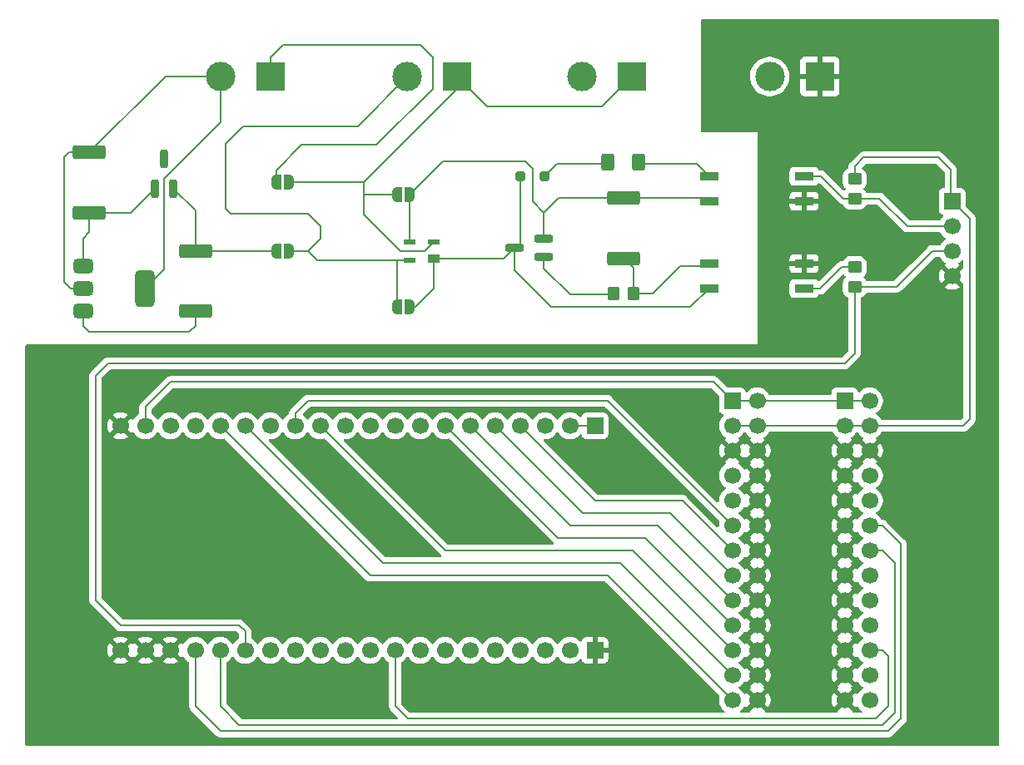
<source format=gtl>
G04 #@! TF.GenerationSoftware,KiCad,Pcbnew,9.0.3-9.0.3-0~ubuntu22.04.1*
G04 #@! TF.CreationDate,2025-07-16T13:00:12+01:00*
G04 #@! TF.ProjectId,dali-pcb,64616c69-2d70-4636-922e-6b696361645f,rev?*
G04 #@! TF.SameCoordinates,Original*
G04 #@! TF.FileFunction,Copper,L1,Top*
G04 #@! TF.FilePolarity,Positive*
%FSLAX46Y46*%
G04 Gerber Fmt 4.6, Leading zero omitted, Abs format (unit mm)*
G04 Created by KiCad (PCBNEW 9.0.3-9.0.3-0~ubuntu22.04.1) date 2025-07-16 13:00:12*
%MOMM*%
%LPD*%
G01*
G04 APERTURE LIST*
G04 Aperture macros list*
%AMRoundRect*
0 Rectangle with rounded corners*
0 $1 Rounding radius*
0 $2 $3 $4 $5 $6 $7 $8 $9 X,Y pos of 4 corners*
0 Add a 4 corners polygon primitive as box body*
4,1,4,$2,$3,$4,$5,$6,$7,$8,$9,$2,$3,0*
0 Add four circle primitives for the rounded corners*
1,1,$1+$1,$2,$3*
1,1,$1+$1,$4,$5*
1,1,$1+$1,$6,$7*
1,1,$1+$1,$8,$9*
0 Add four rect primitives between the rounded corners*
20,1,$1+$1,$2,$3,$4,$5,0*
20,1,$1+$1,$4,$5,$6,$7,0*
20,1,$1+$1,$6,$7,$8,$9,0*
20,1,$1+$1,$8,$9,$2,$3,0*%
%AMFreePoly0*
4,1,23,0.500000,-0.750000,0.000000,-0.750000,0.000000,-0.745722,-0.065263,-0.745722,-0.191342,-0.711940,-0.304381,-0.646677,-0.396677,-0.554381,-0.461940,-0.441342,-0.495722,-0.315263,-0.495722,-0.250000,-0.500000,-0.250000,-0.500000,0.250000,-0.495722,0.250000,-0.495722,0.315263,-0.461940,0.441342,-0.396677,0.554381,-0.304381,0.646677,-0.191342,0.711940,-0.065263,0.745722,0.000000,0.745722,
0.000000,0.750000,0.500000,0.750000,0.500000,-0.750000,0.500000,-0.750000,$1*%
%AMFreePoly1*
4,1,23,0.000000,0.745722,0.065263,0.745722,0.191342,0.711940,0.304381,0.646677,0.396677,0.554381,0.461940,0.441342,0.495722,0.315263,0.495722,0.250000,0.500000,0.250000,0.500000,-0.250000,0.495722,-0.250000,0.495722,-0.315263,0.461940,-0.441342,0.396677,-0.554381,0.304381,-0.646677,0.191342,-0.711940,0.065263,-0.745722,0.000000,-0.745722,0.000000,-0.750000,-0.500000,-0.750000,
-0.500000,0.750000,0.000000,0.750000,0.000000,0.745722,0.000000,0.745722,$1*%
G04 Aperture macros list end*
G04 #@! TA.AperFunction,SMDPad,CuDef*
%ADD10R,1.955800X0.939800*%
G04 #@! TD*
G04 #@! TA.AperFunction,SMDPad,CuDef*
%ADD11RoundRect,0.200000X0.200000X-0.750000X0.200000X0.750000X-0.200000X0.750000X-0.200000X-0.750000X0*%
G04 #@! TD*
G04 #@! TA.AperFunction,ComponentPad*
%ADD12R,1.700000X1.700000*%
G04 #@! TD*
G04 #@! TA.AperFunction,ComponentPad*
%ADD13C,1.700000*%
G04 #@! TD*
G04 #@! TA.AperFunction,SMDPad,CuDef*
%ADD14RoundRect,0.249999X1.425001X-0.450001X1.425001X0.450001X-1.425001X0.450001X-1.425001X-0.450001X0*%
G04 #@! TD*
G04 #@! TA.AperFunction,SMDPad,CuDef*
%ADD15RoundRect,0.200000X0.750000X0.200000X-0.750000X0.200000X-0.750000X-0.200000X0.750000X-0.200000X0*%
G04 #@! TD*
G04 #@! TA.AperFunction,SMDPad,CuDef*
%ADD16FreePoly0,180.000000*%
G04 #@! TD*
G04 #@! TA.AperFunction,SMDPad,CuDef*
%ADD17FreePoly1,180.000000*%
G04 #@! TD*
G04 #@! TA.AperFunction,SMDPad,CuDef*
%ADD18RoundRect,0.250000X-0.250000X-0.250000X0.250000X-0.250000X0.250000X0.250000X-0.250000X0.250000X0*%
G04 #@! TD*
G04 #@! TA.AperFunction,ComponentPad*
%ADD19R,3.000000X3.000000*%
G04 #@! TD*
G04 #@! TA.AperFunction,ComponentPad*
%ADD20C,3.000000*%
G04 #@! TD*
G04 #@! TA.AperFunction,SMDPad,CuDef*
%ADD21RoundRect,0.250000X-0.400000X-0.625000X0.400000X-0.625000X0.400000X0.625000X-0.400000X0.625000X0*%
G04 #@! TD*
G04 #@! TA.AperFunction,SMDPad,CuDef*
%ADD22RoundRect,0.250000X-0.450000X0.350000X-0.450000X-0.350000X0.450000X-0.350000X0.450000X0.350000X0*%
G04 #@! TD*
G04 #@! TA.AperFunction,ComponentPad*
%ADD23C,6.400000*%
G04 #@! TD*
G04 #@! TA.AperFunction,SMDPad,CuDef*
%ADD24R,1.168400X0.889000*%
G04 #@! TD*
G04 #@! TA.AperFunction,SMDPad,CuDef*
%ADD25R,1.168400X0.508000*%
G04 #@! TD*
G04 #@! TA.AperFunction,SMDPad,CuDef*
%ADD26FreePoly0,0.000000*%
G04 #@! TD*
G04 #@! TA.AperFunction,SMDPad,CuDef*
%ADD27FreePoly1,0.000000*%
G04 #@! TD*
G04 #@! TA.AperFunction,SMDPad,CuDef*
%ADD28RoundRect,0.250000X-0.350000X-0.450000X0.350000X-0.450000X0.350000X0.450000X-0.350000X0.450000X0*%
G04 #@! TD*
G04 #@! TA.AperFunction,SMDPad,CuDef*
%ADD29RoundRect,0.375000X-0.625000X-0.375000X0.625000X-0.375000X0.625000X0.375000X-0.625000X0.375000X0*%
G04 #@! TD*
G04 #@! TA.AperFunction,SMDPad,CuDef*
%ADD30RoundRect,0.500000X-0.500000X-1.400000X0.500000X-1.400000X0.500000X1.400000X-0.500000X1.400000X0*%
G04 #@! TD*
G04 #@! TA.AperFunction,ViaPad*
%ADD31C,0.600000*%
G04 #@! TD*
G04 #@! TA.AperFunction,Conductor*
%ADD32C,0.200000*%
G04 #@! TD*
G04 APERTURE END LIST*
D10*
X94939414Y-43180000D03*
X94939414Y-40640000D03*
X85287414Y-40640000D03*
X85287414Y-43180000D03*
X85287414Y-31750000D03*
X85287414Y-34290000D03*
X94939414Y-34290000D03*
X94939414Y-31750000D03*
D11*
X28895000Y-32990000D03*
X30795000Y-32990000D03*
X29845000Y-29990000D03*
D12*
X87630000Y-54610000D03*
D13*
X90170000Y-54610000D03*
X87630000Y-57150000D03*
X90170000Y-57150000D03*
X87630000Y-59690000D03*
X90170000Y-59690000D03*
X87630000Y-62230000D03*
X90170000Y-62230000D03*
X87630000Y-64770000D03*
X90170000Y-64770000D03*
X87630000Y-67310000D03*
X90170000Y-67310000D03*
X87630000Y-69850000D03*
X90170000Y-69850000D03*
X87630000Y-72390000D03*
X90170000Y-72390000D03*
X87630000Y-74930000D03*
X90170000Y-74930000D03*
X87630000Y-77470000D03*
X90170000Y-77470000D03*
X87630000Y-80010000D03*
X90170000Y-80010000D03*
X87630000Y-82550000D03*
X90170000Y-82550000D03*
X87630000Y-85090000D03*
X90170000Y-85090000D03*
D14*
X22225000Y-35435000D03*
X22225000Y-29335000D03*
D15*
X68477500Y-40000000D03*
X68477500Y-38100000D03*
X65477500Y-39050000D03*
D16*
X42560000Y-39370000D03*
D17*
X41260000Y-39370000D03*
D18*
X66060000Y-31750000D03*
X68560000Y-31750000D03*
D19*
X40640000Y-21590000D03*
D20*
X35560000Y-21590000D03*
D21*
X75000881Y-30313437D03*
X78100881Y-30313437D03*
D12*
X73660000Y-57150000D03*
D13*
X71120000Y-57150000D03*
X68580000Y-57150000D03*
X66040000Y-57150000D03*
X63500000Y-57150000D03*
X60960000Y-57150000D03*
X58420000Y-57150000D03*
X55880000Y-57150000D03*
X53340000Y-57150000D03*
X50800000Y-57150000D03*
X48260000Y-57150000D03*
X45720000Y-57150000D03*
X43180000Y-57150000D03*
X40640000Y-57150000D03*
X38100000Y-57150000D03*
X35560000Y-57150000D03*
X33020000Y-57150000D03*
X30480000Y-57150000D03*
X27940000Y-57150000D03*
X25400000Y-57150000D03*
D22*
X100076000Y-40999107D03*
X100076000Y-42999107D03*
D14*
X76550881Y-40094437D03*
X76550881Y-33994437D03*
D23*
X109990000Y-20490000D03*
D24*
X57305906Y-40109099D03*
D25*
X57305906Y-38399599D03*
X54806707Y-38399598D03*
X54806707Y-40299600D03*
D26*
X41260000Y-32385000D03*
D27*
X42560000Y-32385000D03*
D28*
X75550881Y-43648437D03*
X77550881Y-43648437D03*
D22*
X100076000Y-32020000D03*
X100076000Y-34020000D03*
D19*
X96520000Y-21590000D03*
D20*
X91440000Y-21590000D03*
D16*
X54805000Y-33655000D03*
D17*
X53505000Y-33655000D03*
D16*
X54805000Y-45085000D03*
D17*
X53505000Y-45085000D03*
D12*
X109982000Y-34290000D03*
D13*
X109982000Y-36830000D03*
X109982000Y-39370000D03*
X109982000Y-41910000D03*
D23*
X109990000Y-84990000D03*
D29*
X21615000Y-40880000D03*
X21615000Y-43180000D03*
D30*
X27915000Y-43180000D03*
D29*
X21615000Y-45480000D03*
D12*
X73660000Y-80010000D03*
D13*
X71120000Y-80010000D03*
X68580000Y-80010000D03*
X66040000Y-80010000D03*
X63500000Y-80010000D03*
X60960000Y-80010000D03*
X58420000Y-80010000D03*
X55880000Y-80010000D03*
X53340000Y-80010000D03*
X50800000Y-80010000D03*
X48260000Y-80010000D03*
X45720000Y-80010000D03*
X43180000Y-80010000D03*
X40640000Y-80010000D03*
X38100000Y-80010000D03*
X35560000Y-80010000D03*
X33020000Y-80010000D03*
X30480000Y-80010000D03*
X27940000Y-80010000D03*
X25400000Y-80010000D03*
D19*
X77462789Y-21590000D03*
D20*
X72382789Y-21590000D03*
D23*
X20490000Y-84990000D03*
D12*
X99060000Y-54610000D03*
D13*
X101600000Y-54610000D03*
X99060000Y-57150000D03*
X101600000Y-57150000D03*
X99060000Y-59690000D03*
X101600000Y-59690000D03*
X99060000Y-62230000D03*
X101600000Y-62230000D03*
X99060000Y-64770000D03*
X101600000Y-64770000D03*
X99060000Y-67310000D03*
X101600000Y-67310000D03*
X99060000Y-69850000D03*
X101600000Y-69850000D03*
X99060000Y-72390000D03*
X101600000Y-72390000D03*
X99060000Y-74930000D03*
X101600000Y-74930000D03*
X99060000Y-77470000D03*
X101600000Y-77470000D03*
X99060000Y-80010000D03*
X101600000Y-80010000D03*
X99060000Y-82550000D03*
X101600000Y-82550000D03*
X99060000Y-85090000D03*
X101600000Y-85090000D03*
D19*
X59682789Y-21590000D03*
D20*
X54602789Y-21590000D03*
D14*
X33020000Y-45470000D03*
X33020000Y-39370000D03*
D31*
X95250000Y-46990000D03*
X77470000Y-83820000D03*
X40640000Y-66040000D03*
X59690000Y-74930000D03*
X19050000Y-52070000D03*
X102235000Y-38735000D03*
X59690000Y-66040000D03*
X80645000Y-58420000D03*
X105410000Y-31750000D03*
X77470000Y-62865000D03*
X80010000Y-55880000D03*
X50800000Y-66040000D03*
X40640000Y-83820000D03*
X48260000Y-83820000D03*
D32*
X100076000Y-32020000D02*
X100076000Y-30734000D01*
X108585000Y-29845000D02*
X109855000Y-31115000D01*
X100076000Y-30734000D02*
X100965000Y-29845000D01*
X100965000Y-29845000D02*
X108585000Y-29845000D01*
X109855000Y-31115000D02*
X109855000Y-34290000D01*
X38100000Y-80010000D02*
X38100000Y-78105000D01*
X22860000Y-52070000D02*
X24130000Y-50800000D01*
X38100000Y-78105000D02*
X37465000Y-77470000D01*
X37465000Y-77470000D02*
X25400000Y-77470000D01*
X24130000Y-50800000D02*
X99060000Y-50800000D01*
X25400000Y-77470000D02*
X22860000Y-74930000D01*
X99060000Y-50800000D02*
X100076000Y-49784000D01*
X100076000Y-49784000D02*
X100076000Y-42999107D01*
X22860000Y-74930000D02*
X22860000Y-52070000D01*
X94939414Y-34290000D02*
X94939414Y-40640000D01*
X94939414Y-43180000D02*
X96572554Y-43180000D01*
X96572554Y-43180000D02*
X98753447Y-40999107D01*
X98753447Y-40999107D02*
X100076000Y-40999107D01*
X68477500Y-40000000D02*
X68477500Y-41172500D01*
X68477500Y-41172500D02*
X71120000Y-43815000D01*
X71120000Y-43815000D02*
X75384318Y-43815000D01*
X65477500Y-39050000D02*
X65477500Y-41347500D01*
X69215000Y-45085000D02*
X83382414Y-45085000D01*
X65477500Y-41347500D02*
X69215000Y-45085000D01*
X83382414Y-45085000D02*
X85287414Y-43180000D01*
X77550881Y-43648437D02*
X79541563Y-43648437D01*
X79541563Y-43648437D02*
X82318069Y-40871931D01*
X82318069Y-40871931D02*
X85055483Y-40871931D01*
X57305906Y-43219094D02*
X57305906Y-40109099D01*
X54805000Y-45085000D02*
X55440000Y-45085000D01*
X55440000Y-45085000D02*
X57305906Y-43219094D01*
X53510000Y-40299600D02*
X53505000Y-40304600D01*
X53505000Y-40304600D02*
X53505000Y-45085000D01*
X40640000Y-21590000D02*
X40640000Y-19685000D01*
X40640000Y-19685000D02*
X41910000Y-18415000D01*
X41910000Y-18415000D02*
X55880000Y-18415000D01*
X57150000Y-22860000D02*
X51435000Y-28575000D01*
X55880000Y-18415000D02*
X57150000Y-19685000D01*
X57150000Y-19685000D02*
X57150000Y-22860000D01*
X51435000Y-28575000D02*
X43815000Y-28575000D01*
X43815000Y-28575000D02*
X41260000Y-31130000D01*
X41260000Y-31130000D02*
X41260000Y-32385000D01*
X54602789Y-21597211D02*
X49530000Y-26670000D01*
X49530000Y-26670000D02*
X37846000Y-26670000D01*
X36068000Y-35052000D02*
X36576000Y-35560000D01*
X37846000Y-26670000D02*
X36068000Y-28448000D01*
X44450000Y-35560000D02*
X45720000Y-36830000D01*
X36068000Y-28448000D02*
X36068000Y-35052000D01*
X36576000Y-35560000D02*
X44450000Y-35560000D01*
X45720000Y-36830000D02*
X45720000Y-38100000D01*
X45720000Y-38100000D02*
X44450000Y-39370000D01*
X30795000Y-32990000D02*
X33020000Y-35215000D01*
X41260000Y-39370000D02*
X33020000Y-39370000D01*
X33020000Y-35215000D02*
X33020000Y-39370000D01*
X21615000Y-38075000D02*
X21615000Y-40880000D01*
X26450000Y-35435000D02*
X28895000Y-32990000D01*
X22225000Y-35435000D02*
X22225000Y-37465000D01*
X22225000Y-37465000D02*
X21615000Y-38075000D01*
X22225000Y-35435000D02*
X26450000Y-35435000D01*
X69830000Y-30480000D02*
X74834318Y-30480000D01*
X68560000Y-31750000D02*
X69830000Y-30480000D01*
X57305906Y-40109099D02*
X64418401Y-40109099D01*
X66060000Y-31750000D02*
X66060000Y-39030000D01*
X64418401Y-40109099D02*
X65477500Y-39050000D01*
X58674000Y-30226000D02*
X58230505Y-30226000D01*
X66548000Y-30226000D02*
X58674000Y-30226000D01*
X76550881Y-33994437D02*
X84991851Y-33994437D01*
X67310000Y-34290000D02*
X67310000Y-30988000D01*
X67310000Y-30988000D02*
X66548000Y-30226000D01*
X69940563Y-33994437D02*
X76550881Y-33994437D01*
X58234000Y-30226000D02*
X58674000Y-30226000D01*
X54805000Y-33655000D02*
X54805000Y-38397891D01*
X54805000Y-33655000D02*
X58234000Y-30226000D01*
X68477500Y-35457500D02*
X69940563Y-33994437D01*
X68477500Y-38100000D02*
X68477500Y-35457500D01*
X68477500Y-35457500D02*
X67310000Y-34290000D01*
X53848000Y-39370000D02*
X50165000Y-35687000D01*
X42560000Y-32385000D02*
X50165000Y-32385000D01*
X59682789Y-21590000D02*
X62730789Y-24638000D01*
X62730789Y-24638000D02*
X74414789Y-24638000D01*
X56335505Y-39370000D02*
X53848000Y-39370000D01*
X57305906Y-38399599D02*
X56335505Y-39370000D01*
X59682789Y-22867211D02*
X50165000Y-32385000D01*
X50165000Y-32385000D02*
X50165000Y-33655000D01*
X50165000Y-35687000D02*
X50165000Y-33655000D01*
X53505000Y-33655000D02*
X50165000Y-33655000D01*
X74414789Y-24638000D02*
X77462789Y-21590000D01*
X45379600Y-40299600D02*
X53510000Y-40299600D01*
X45379600Y-40299600D02*
X44450000Y-39370000D01*
X53510000Y-40299600D02*
X54806707Y-40299600D01*
X44450000Y-39370000D02*
X42560000Y-39370000D01*
X90170000Y-54610000D02*
X87630000Y-54610000D01*
X27940000Y-55245000D02*
X30480000Y-52705000D01*
X27940000Y-57150000D02*
X27940000Y-55245000D01*
X85725000Y-52705000D02*
X87630000Y-54610000D01*
X90170000Y-54610000D02*
X99060000Y-54610000D01*
X99060000Y-54610000D02*
X101600000Y-54610000D01*
X30480000Y-52705000D02*
X85725000Y-52705000D01*
X87630000Y-82550000D02*
X76200000Y-71120000D01*
X52070000Y-71120000D02*
X38100000Y-57150000D01*
X76200000Y-71120000D02*
X52070000Y-71120000D01*
X87630000Y-67310000D02*
X74930000Y-54610000D01*
X44450000Y-54610000D02*
X43180000Y-55880000D01*
X74930000Y-54610000D02*
X44450000Y-54610000D01*
X43180000Y-55880000D02*
X43180000Y-57150000D01*
X87630000Y-72390000D02*
X81280000Y-66040000D01*
X72390000Y-66040000D02*
X63500000Y-57150000D01*
X81280000Y-66040000D02*
X72390000Y-66040000D01*
X73660000Y-64770000D02*
X66040000Y-57150000D01*
X87630000Y-69850000D02*
X82550000Y-64770000D01*
X82550000Y-64770000D02*
X73660000Y-64770000D01*
X87630000Y-74930000D02*
X80010000Y-67310000D01*
X80010000Y-67310000D02*
X71120000Y-67310000D01*
X71120000Y-67310000D02*
X60960000Y-57150000D01*
X69850000Y-68580000D02*
X58420000Y-57150000D01*
X78740000Y-68580000D02*
X69850000Y-68580000D01*
X87630000Y-77470000D02*
X78740000Y-68580000D01*
X58420000Y-69850000D02*
X45720000Y-57150000D01*
X87630000Y-80010000D02*
X77470000Y-69850000D01*
X77470000Y-69850000D02*
X58420000Y-69850000D01*
X111760000Y-56515000D02*
X111125000Y-57150000D01*
X90170000Y-57150000D02*
X99060000Y-57150000D01*
X109982000Y-34290000D02*
X111760000Y-36068000D01*
X99060000Y-57150000D02*
X101600000Y-57150000D01*
X111760000Y-36068000D02*
X111760000Y-56515000D01*
X111125000Y-57150000D02*
X101600000Y-57150000D01*
X71120000Y-57150000D02*
X73660000Y-57150000D01*
X87630000Y-57150000D02*
X90170000Y-57150000D01*
X87630000Y-85090000D02*
X74930000Y-72390000D01*
X50800000Y-72390000D02*
X35560000Y-57150000D01*
X74930000Y-72390000D02*
X50800000Y-72390000D01*
X105410000Y-36830000D02*
X109982000Y-36830000D01*
X102600000Y-34020000D02*
X105410000Y-36830000D01*
X96647000Y-31750000D02*
X98917000Y-34020000D01*
X94939414Y-31750000D02*
X96647000Y-31750000D01*
X100076000Y-34020000D02*
X102600000Y-34020000D01*
X98917000Y-34020000D02*
X100076000Y-34020000D01*
X54610000Y-86995000D02*
X53340000Y-85725000D01*
X103505000Y-80645000D02*
X103505000Y-85725000D01*
X101600000Y-80010000D02*
X102870000Y-80010000D01*
X102235000Y-86995000D02*
X54610000Y-86995000D01*
X102870000Y-80010000D02*
X103505000Y-80645000D01*
X103505000Y-85725000D02*
X102235000Y-86995000D01*
X53340000Y-85725000D02*
X53340000Y-80010000D01*
X100076000Y-42999107D02*
X104320893Y-42999107D01*
X104320893Y-42999107D02*
X107950000Y-39370000D01*
X107950000Y-39370000D02*
X109982000Y-39370000D01*
X104775000Y-86995000D02*
X103505000Y-88265000D01*
X35560000Y-88265000D02*
X33020000Y-85725000D01*
X102870000Y-67310000D02*
X104775000Y-69215000D01*
X103505000Y-88265000D02*
X35560000Y-88265000D01*
X101600000Y-67310000D02*
X102870000Y-67310000D01*
X104775000Y-69215000D02*
X104775000Y-86995000D01*
X33020000Y-85725000D02*
X33020000Y-80010000D01*
X101600000Y-69850000D02*
X102870000Y-69850000D01*
X104140000Y-71120000D02*
X104140000Y-86360000D01*
X37465000Y-87630000D02*
X35560000Y-85725000D01*
X104140000Y-86360000D02*
X102870000Y-87630000D01*
X102870000Y-69850000D02*
X104140000Y-71120000D01*
X35560000Y-85725000D02*
X35560000Y-80010000D01*
X102870000Y-87630000D02*
X37465000Y-87630000D01*
X21615000Y-45480000D02*
X21615000Y-47015000D01*
X22225000Y-47625000D02*
X32385000Y-47625000D01*
X33020000Y-46990000D02*
X33020000Y-45470000D01*
X32385000Y-47625000D02*
X33020000Y-46990000D01*
X21615000Y-47015000D02*
X22225000Y-47625000D01*
X77550881Y-43648437D02*
X77550881Y-41094437D01*
X77550881Y-41094437D02*
X76550881Y-40094437D01*
X85287414Y-31750000D02*
X84017414Y-30480000D01*
X84017414Y-30480000D02*
X78267444Y-30480000D01*
X22225000Y-29335000D02*
X29970000Y-21590000D01*
X27915000Y-43180000D02*
X29845000Y-41250000D01*
X19685000Y-29845000D02*
X19685000Y-42545000D01*
X19685000Y-42545000D02*
X20320000Y-43180000D01*
X20195000Y-29335000D02*
X19685000Y-29845000D01*
X35560000Y-26263600D02*
X35560000Y-21590000D01*
X29845000Y-31978600D02*
X35560000Y-26263600D01*
X29845000Y-41250000D02*
X29845000Y-31978600D01*
X29970000Y-21590000D02*
X35560000Y-21590000D01*
X22225000Y-29335000D02*
X20195000Y-29335000D01*
X20320000Y-43180000D02*
X21615000Y-43180000D01*
G04 #@! TA.AperFunction,Conductor*
G36*
X52141444Y-80663999D02*
G01*
X52180486Y-80709056D01*
X52184951Y-80717820D01*
X52309890Y-80889786D01*
X52460213Y-81040109D01*
X52632184Y-81165051D01*
X52632184Y-81165052D01*
X52671793Y-81185233D01*
X52722590Y-81233206D01*
X52739500Y-81295718D01*
X52739500Y-85638330D01*
X52739499Y-85638348D01*
X52739499Y-85804054D01*
X52739498Y-85804054D01*
X52780423Y-85956787D01*
X52787932Y-85969792D01*
X52787934Y-85969794D01*
X52859477Y-86093712D01*
X52859481Y-86093717D01*
X52978349Y-86212585D01*
X52978355Y-86212590D01*
X53583584Y-86817819D01*
X53617069Y-86879142D01*
X53612085Y-86948834D01*
X53570213Y-87004767D01*
X53504749Y-87029184D01*
X53495903Y-87029500D01*
X37765097Y-87029500D01*
X37698058Y-87009815D01*
X37677416Y-86993181D01*
X36196819Y-85512584D01*
X36163334Y-85451261D01*
X36160500Y-85424903D01*
X36160500Y-81295718D01*
X36180185Y-81228679D01*
X36228207Y-81185233D01*
X36267815Y-81165052D01*
X36267815Y-81165051D01*
X36267816Y-81165051D01*
X36366187Y-81093581D01*
X36439786Y-81040109D01*
X36439788Y-81040106D01*
X36439792Y-81040104D01*
X36590104Y-80889792D01*
X36590106Y-80889788D01*
X36590109Y-80889786D01*
X36715048Y-80717820D01*
X36715047Y-80717820D01*
X36715051Y-80717816D01*
X36719514Y-80709054D01*
X36767488Y-80658259D01*
X36835308Y-80641463D01*
X36901444Y-80663999D01*
X36940486Y-80709056D01*
X36944951Y-80717820D01*
X37069890Y-80889786D01*
X37220213Y-81040109D01*
X37392179Y-81165048D01*
X37392181Y-81165049D01*
X37392184Y-81165051D01*
X37581588Y-81261557D01*
X37783757Y-81327246D01*
X37993713Y-81360500D01*
X37993714Y-81360500D01*
X38206286Y-81360500D01*
X38206287Y-81360500D01*
X38416243Y-81327246D01*
X38618412Y-81261557D01*
X38807816Y-81165051D01*
X38894478Y-81102088D01*
X38979786Y-81040109D01*
X38979788Y-81040106D01*
X38979792Y-81040104D01*
X39130104Y-80889792D01*
X39130106Y-80889788D01*
X39130109Y-80889786D01*
X39255048Y-80717820D01*
X39255047Y-80717820D01*
X39255051Y-80717816D01*
X39259514Y-80709054D01*
X39307488Y-80658259D01*
X39375308Y-80641463D01*
X39441444Y-80663999D01*
X39480486Y-80709056D01*
X39484951Y-80717820D01*
X39609890Y-80889786D01*
X39760213Y-81040109D01*
X39932179Y-81165048D01*
X39932181Y-81165049D01*
X39932184Y-81165051D01*
X40121588Y-81261557D01*
X40323757Y-81327246D01*
X40533713Y-81360500D01*
X40533714Y-81360500D01*
X40746286Y-81360500D01*
X40746287Y-81360500D01*
X40956243Y-81327246D01*
X41158412Y-81261557D01*
X41347816Y-81165051D01*
X41434478Y-81102088D01*
X41519786Y-81040109D01*
X41519788Y-81040106D01*
X41519792Y-81040104D01*
X41670104Y-80889792D01*
X41670106Y-80889788D01*
X41670109Y-80889786D01*
X41795048Y-80717820D01*
X41795047Y-80717820D01*
X41795051Y-80717816D01*
X41799514Y-80709054D01*
X41847488Y-80658259D01*
X41915308Y-80641463D01*
X41981444Y-80663999D01*
X42020486Y-80709056D01*
X42024951Y-80717820D01*
X42149890Y-80889786D01*
X42300213Y-81040109D01*
X42472179Y-81165048D01*
X42472181Y-81165049D01*
X42472184Y-81165051D01*
X42661588Y-81261557D01*
X42863757Y-81327246D01*
X43073713Y-81360500D01*
X43073714Y-81360500D01*
X43286286Y-81360500D01*
X43286287Y-81360500D01*
X43496243Y-81327246D01*
X43698412Y-81261557D01*
X43887816Y-81165051D01*
X43974478Y-81102088D01*
X44059786Y-81040109D01*
X44059788Y-81040106D01*
X44059792Y-81040104D01*
X44210104Y-80889792D01*
X44210106Y-80889788D01*
X44210109Y-80889786D01*
X44335048Y-80717820D01*
X44335047Y-80717820D01*
X44335051Y-80717816D01*
X44339514Y-80709054D01*
X44387488Y-80658259D01*
X44455308Y-80641463D01*
X44521444Y-80663999D01*
X44560486Y-80709056D01*
X44564951Y-80717820D01*
X44689890Y-80889786D01*
X44840213Y-81040109D01*
X45012179Y-81165048D01*
X45012181Y-81165049D01*
X45012184Y-81165051D01*
X45201588Y-81261557D01*
X45403757Y-81327246D01*
X45613713Y-81360500D01*
X45613714Y-81360500D01*
X45826286Y-81360500D01*
X45826287Y-81360500D01*
X46036243Y-81327246D01*
X46238412Y-81261557D01*
X46427816Y-81165051D01*
X46514478Y-81102088D01*
X46599786Y-81040109D01*
X46599788Y-81040106D01*
X46599792Y-81040104D01*
X46750104Y-80889792D01*
X46750106Y-80889788D01*
X46750109Y-80889786D01*
X46875048Y-80717820D01*
X46875047Y-80717820D01*
X46875051Y-80717816D01*
X46879514Y-80709054D01*
X46927488Y-80658259D01*
X46995308Y-80641463D01*
X47061444Y-80663999D01*
X47100486Y-80709056D01*
X47104951Y-80717820D01*
X47229890Y-80889786D01*
X47380213Y-81040109D01*
X47552179Y-81165048D01*
X47552181Y-81165049D01*
X47552184Y-81165051D01*
X47741588Y-81261557D01*
X47943757Y-81327246D01*
X48153713Y-81360500D01*
X48153714Y-81360500D01*
X48366286Y-81360500D01*
X48366287Y-81360500D01*
X48576243Y-81327246D01*
X48778412Y-81261557D01*
X48967816Y-81165051D01*
X49054478Y-81102088D01*
X49139786Y-81040109D01*
X49139788Y-81040106D01*
X49139792Y-81040104D01*
X49290104Y-80889792D01*
X49290106Y-80889788D01*
X49290109Y-80889786D01*
X49415048Y-80717820D01*
X49415047Y-80717820D01*
X49415051Y-80717816D01*
X49419514Y-80709054D01*
X49467488Y-80658259D01*
X49535308Y-80641463D01*
X49601444Y-80663999D01*
X49640486Y-80709056D01*
X49644951Y-80717820D01*
X49769890Y-80889786D01*
X49920213Y-81040109D01*
X50092179Y-81165048D01*
X50092181Y-81165049D01*
X50092184Y-81165051D01*
X50281588Y-81261557D01*
X50483757Y-81327246D01*
X50693713Y-81360500D01*
X50693714Y-81360500D01*
X50906286Y-81360500D01*
X50906287Y-81360500D01*
X51116243Y-81327246D01*
X51318412Y-81261557D01*
X51507816Y-81165051D01*
X51594478Y-81102088D01*
X51679786Y-81040109D01*
X51679788Y-81040106D01*
X51679792Y-81040104D01*
X51830104Y-80889792D01*
X51830106Y-80889788D01*
X51830109Y-80889786D01*
X51955048Y-80717820D01*
X51955047Y-80717820D01*
X51955051Y-80717816D01*
X51959514Y-80709054D01*
X52007488Y-80658259D01*
X52075308Y-80641463D01*
X52141444Y-80663999D01*
G37*
G04 #@! TD.AperFunction*
G04 #@! TA.AperFunction,Conductor*
G36*
X108710883Y-39974787D02*
G01*
X108726088Y-39974136D01*
X108743726Y-39984431D01*
X108763320Y-39990185D01*
X108774216Y-40002228D01*
X108786430Y-40009358D01*
X108806765Y-40038205D01*
X108826947Y-40077814D01*
X108826948Y-40077815D01*
X108951890Y-40249786D01*
X109102213Y-40400109D01*
X109274179Y-40525048D01*
X109274181Y-40525049D01*
X109274184Y-40525051D01*
X109283493Y-40529794D01*
X109334290Y-40577766D01*
X109351087Y-40645587D01*
X109328552Y-40711722D01*
X109283505Y-40750760D01*
X109274446Y-40755376D01*
X109274440Y-40755380D01*
X109220282Y-40794727D01*
X109220282Y-40794728D01*
X109852591Y-41427037D01*
X109789007Y-41444075D01*
X109674993Y-41509901D01*
X109581901Y-41602993D01*
X109516075Y-41717007D01*
X109499037Y-41780591D01*
X108866728Y-41148282D01*
X108866727Y-41148282D01*
X108827380Y-41202439D01*
X108730904Y-41391782D01*
X108665242Y-41593869D01*
X108665242Y-41593872D01*
X108632000Y-41803753D01*
X108632000Y-42016246D01*
X108665242Y-42226127D01*
X108665242Y-42226130D01*
X108730904Y-42428217D01*
X108827375Y-42617550D01*
X108866728Y-42671716D01*
X109499037Y-42039408D01*
X109516075Y-42102993D01*
X109581901Y-42217007D01*
X109674993Y-42310099D01*
X109789007Y-42375925D01*
X109852590Y-42392962D01*
X109220282Y-43025269D01*
X109220282Y-43025270D01*
X109274449Y-43064624D01*
X109463782Y-43161095D01*
X109665870Y-43226757D01*
X109875754Y-43260000D01*
X110088246Y-43260000D01*
X110298127Y-43226757D01*
X110298130Y-43226757D01*
X110500217Y-43161095D01*
X110689554Y-43064622D01*
X110743716Y-43025270D01*
X110743717Y-43025270D01*
X110111408Y-42392962D01*
X110174993Y-42375925D01*
X110289007Y-42310099D01*
X110382099Y-42217007D01*
X110447925Y-42102993D01*
X110464962Y-42039408D01*
X111123181Y-42697627D01*
X111156666Y-42758950D01*
X111159500Y-42785308D01*
X111159500Y-56214902D01*
X111139815Y-56281941D01*
X111123181Y-56302583D01*
X110912584Y-56513181D01*
X110851261Y-56546666D01*
X110824903Y-56549500D01*
X102885719Y-56549500D01*
X102818680Y-56529815D01*
X102775235Y-56481795D01*
X102755052Y-56442185D01*
X102755051Y-56442184D01*
X102630109Y-56270213D01*
X102479786Y-56119890D01*
X102307820Y-55994951D01*
X102307115Y-55994591D01*
X102299054Y-55990485D01*
X102248259Y-55942512D01*
X102231463Y-55874692D01*
X102253999Y-55808556D01*
X102299054Y-55769515D01*
X102307816Y-55765051D01*
X102394138Y-55702335D01*
X102479786Y-55640109D01*
X102479788Y-55640106D01*
X102479792Y-55640104D01*
X102630104Y-55489792D01*
X102630106Y-55489788D01*
X102630109Y-55489786D01*
X102743259Y-55334046D01*
X102755051Y-55317816D01*
X102851557Y-55128412D01*
X102917246Y-54926243D01*
X102950500Y-54716287D01*
X102950500Y-54503713D01*
X102917246Y-54293757D01*
X102851557Y-54091588D01*
X102755051Y-53902184D01*
X102755049Y-53902181D01*
X102755048Y-53902179D01*
X102630109Y-53730213D01*
X102479786Y-53579890D01*
X102307820Y-53454951D01*
X102118414Y-53358444D01*
X102118413Y-53358443D01*
X102118412Y-53358443D01*
X101916243Y-53292754D01*
X101916241Y-53292753D01*
X101916240Y-53292753D01*
X101754957Y-53267208D01*
X101706287Y-53259500D01*
X101493713Y-53259500D01*
X101445042Y-53267208D01*
X101283760Y-53292753D01*
X101081585Y-53358444D01*
X100892179Y-53454951D01*
X100720215Y-53579889D01*
X100606673Y-53693431D01*
X100545350Y-53726915D01*
X100475658Y-53721931D01*
X100419725Y-53680059D01*
X100402810Y-53649082D01*
X100353797Y-53517671D01*
X100353793Y-53517664D01*
X100267547Y-53402455D01*
X100267544Y-53402452D01*
X100152335Y-53316206D01*
X100152328Y-53316202D01*
X100017482Y-53265908D01*
X100017483Y-53265908D01*
X99957883Y-53259501D01*
X99957881Y-53259500D01*
X99957873Y-53259500D01*
X99957864Y-53259500D01*
X98162129Y-53259500D01*
X98162123Y-53259501D01*
X98102516Y-53265908D01*
X97967671Y-53316202D01*
X97967664Y-53316206D01*
X97852455Y-53402452D01*
X97852452Y-53402455D01*
X97766206Y-53517664D01*
X97766202Y-53517671D01*
X97715908Y-53652517D01*
X97709501Y-53712116D01*
X97709500Y-53712135D01*
X97709500Y-53885500D01*
X97689815Y-53952539D01*
X97637011Y-53998294D01*
X97585500Y-54009500D01*
X91455719Y-54009500D01*
X91388680Y-53989815D01*
X91345235Y-53941795D01*
X91325052Y-53902185D01*
X91325051Y-53902184D01*
X91200109Y-53730213D01*
X91049786Y-53579890D01*
X90877820Y-53454951D01*
X90688414Y-53358444D01*
X90688413Y-53358443D01*
X90688412Y-53358443D01*
X90486243Y-53292754D01*
X90486241Y-53292753D01*
X90486240Y-53292753D01*
X90324957Y-53267208D01*
X90276287Y-53259500D01*
X90063713Y-53259500D01*
X90015042Y-53267208D01*
X89853760Y-53292753D01*
X89651585Y-53358444D01*
X89462179Y-53454951D01*
X89290215Y-53579889D01*
X89176673Y-53693431D01*
X89115350Y-53726915D01*
X89045658Y-53721931D01*
X88989725Y-53680059D01*
X88972810Y-53649082D01*
X88923797Y-53517671D01*
X88923793Y-53517664D01*
X88837547Y-53402455D01*
X88837544Y-53402452D01*
X88722335Y-53316206D01*
X88722328Y-53316202D01*
X88587482Y-53265908D01*
X88587483Y-53265908D01*
X88527883Y-53259501D01*
X88527881Y-53259500D01*
X88527873Y-53259500D01*
X88527865Y-53259500D01*
X87180097Y-53259500D01*
X87113058Y-53239815D01*
X87092416Y-53223181D01*
X86212590Y-52343355D01*
X86212588Y-52343352D01*
X86093717Y-52224481D01*
X86093716Y-52224480D01*
X86006904Y-52174360D01*
X86006904Y-52174359D01*
X86006900Y-52174358D01*
X85956785Y-52145423D01*
X85804057Y-52104499D01*
X85645943Y-52104499D01*
X85638347Y-52104499D01*
X85638331Y-52104500D01*
X30400940Y-52104500D01*
X30360019Y-52115464D01*
X30360019Y-52115465D01*
X30322751Y-52125451D01*
X30248214Y-52145423D01*
X30248209Y-52145426D01*
X30111290Y-52224475D01*
X30111282Y-52224481D01*
X27459481Y-54876282D01*
X27459479Y-54876285D01*
X27409361Y-54963094D01*
X27409359Y-54963096D01*
X27380425Y-55013209D01*
X27380424Y-55013210D01*
X27380423Y-55013215D01*
X27339499Y-55165943D01*
X27339499Y-55165945D01*
X27339499Y-55334046D01*
X27339500Y-55334059D01*
X27339500Y-55864281D01*
X27319815Y-55931320D01*
X27271795Y-55974765D01*
X27232185Y-55994947D01*
X27232184Y-55994948D01*
X27060213Y-56119890D01*
X26909890Y-56270213D01*
X26784949Y-56442182D01*
X26780202Y-56451499D01*
X26732227Y-56502293D01*
X26664405Y-56519087D01*
X26598271Y-56496548D01*
X26559234Y-56451495D01*
X26554626Y-56442452D01*
X26515270Y-56388282D01*
X26515269Y-56388282D01*
X25882962Y-57020590D01*
X25865925Y-56957007D01*
X25800099Y-56842993D01*
X25707007Y-56749901D01*
X25592993Y-56684075D01*
X25529409Y-56667037D01*
X26161716Y-56034728D01*
X26107550Y-55995375D01*
X25918217Y-55898904D01*
X25716129Y-55833242D01*
X25506246Y-55800000D01*
X25293754Y-55800000D01*
X25083872Y-55833242D01*
X25083869Y-55833242D01*
X24881782Y-55898904D01*
X24692439Y-55995380D01*
X24638282Y-56034727D01*
X24638282Y-56034728D01*
X25270591Y-56667037D01*
X25207007Y-56684075D01*
X25092993Y-56749901D01*
X24999901Y-56842993D01*
X24934075Y-56957007D01*
X24917037Y-57020591D01*
X24284728Y-56388282D01*
X24284727Y-56388282D01*
X24245380Y-56442439D01*
X24148904Y-56631782D01*
X24083242Y-56833869D01*
X24083242Y-56833872D01*
X24050000Y-57043753D01*
X24050000Y-57256246D01*
X24083242Y-57466127D01*
X24083242Y-57466130D01*
X24148904Y-57668217D01*
X24245375Y-57857550D01*
X24284728Y-57911716D01*
X24917037Y-57279408D01*
X24934075Y-57342993D01*
X24999901Y-57457007D01*
X25092993Y-57550099D01*
X25207007Y-57615925D01*
X25270590Y-57632962D01*
X24638282Y-58265269D01*
X24638282Y-58265270D01*
X24692449Y-58304624D01*
X24881782Y-58401095D01*
X25083870Y-58466757D01*
X25293754Y-58500000D01*
X25506246Y-58500000D01*
X25716127Y-58466757D01*
X25716130Y-58466757D01*
X25918217Y-58401095D01*
X26107554Y-58304622D01*
X26161716Y-58265270D01*
X26161717Y-58265270D01*
X25529408Y-57632962D01*
X25592993Y-57615925D01*
X25707007Y-57550099D01*
X25800099Y-57457007D01*
X25865925Y-57342993D01*
X25882962Y-57279408D01*
X26515270Y-57911717D01*
X26515270Y-57911716D01*
X26554622Y-57857555D01*
X26559232Y-57848507D01*
X26607205Y-57797709D01*
X26675025Y-57780912D01*
X26741161Y-57803447D01*
X26780204Y-57848504D01*
X26784949Y-57857817D01*
X26909890Y-58029786D01*
X27060213Y-58180109D01*
X27232179Y-58305048D01*
X27232181Y-58305049D01*
X27232184Y-58305051D01*
X27421588Y-58401557D01*
X27623757Y-58467246D01*
X27833713Y-58500500D01*
X27833714Y-58500500D01*
X28046286Y-58500500D01*
X28046287Y-58500500D01*
X28256243Y-58467246D01*
X28458412Y-58401557D01*
X28647816Y-58305051D01*
X28734138Y-58242335D01*
X28819786Y-58180109D01*
X28819788Y-58180106D01*
X28819792Y-58180104D01*
X28970104Y-58029792D01*
X28970106Y-58029788D01*
X28970109Y-58029786D01*
X29095048Y-57857820D01*
X29095050Y-57857817D01*
X29095051Y-57857816D01*
X29099514Y-57849054D01*
X29147488Y-57798259D01*
X29215308Y-57781463D01*
X29281444Y-57803999D01*
X29320486Y-57849056D01*
X29324951Y-57857820D01*
X29449890Y-58029786D01*
X29600213Y-58180109D01*
X29772179Y-58305048D01*
X29772181Y-58305049D01*
X29772184Y-58305051D01*
X29961588Y-58401557D01*
X30163757Y-58467246D01*
X30373713Y-58500500D01*
X30373714Y-58500500D01*
X30586286Y-58500500D01*
X30586287Y-58500500D01*
X30796243Y-58467246D01*
X30998412Y-58401557D01*
X31187816Y-58305051D01*
X31274138Y-58242335D01*
X31359786Y-58180109D01*
X31359788Y-58180106D01*
X31359792Y-58180104D01*
X31510104Y-58029792D01*
X31510106Y-58029788D01*
X31510109Y-58029786D01*
X31635048Y-57857820D01*
X31635050Y-57857817D01*
X31635051Y-57857816D01*
X31639514Y-57849054D01*
X31687488Y-57798259D01*
X31755308Y-57781463D01*
X31821444Y-57803999D01*
X31860486Y-57849056D01*
X31864951Y-57857820D01*
X31989890Y-58029786D01*
X32140213Y-58180109D01*
X32312179Y-58305048D01*
X32312181Y-58305049D01*
X32312184Y-58305051D01*
X32501588Y-58401557D01*
X32703757Y-58467246D01*
X32913713Y-58500500D01*
X32913714Y-58500500D01*
X33126286Y-58500500D01*
X33126287Y-58500500D01*
X33336243Y-58467246D01*
X33538412Y-58401557D01*
X33727816Y-58305051D01*
X33814138Y-58242335D01*
X33899786Y-58180109D01*
X33899788Y-58180106D01*
X33899792Y-58180104D01*
X34050104Y-58029792D01*
X34050106Y-58029788D01*
X34050109Y-58029786D01*
X34175048Y-57857820D01*
X34175050Y-57857817D01*
X34175051Y-57857816D01*
X34179514Y-57849054D01*
X34227488Y-57798259D01*
X34295308Y-57781463D01*
X34361444Y-57803999D01*
X34400486Y-57849056D01*
X34404951Y-57857820D01*
X34529890Y-58029786D01*
X34680213Y-58180109D01*
X34852179Y-58305048D01*
X34852181Y-58305049D01*
X34852184Y-58305051D01*
X35041588Y-58401557D01*
X35243757Y-58467246D01*
X35453713Y-58500500D01*
X35453714Y-58500500D01*
X35666286Y-58500500D01*
X35666287Y-58500500D01*
X35876243Y-58467246D01*
X35918523Y-58453507D01*
X35988362Y-58451511D01*
X36044521Y-58483756D01*
X50431284Y-72870520D01*
X50431286Y-72870521D01*
X50431290Y-72870524D01*
X50568209Y-72949573D01*
X50568216Y-72949577D01*
X50720943Y-72990501D01*
X50720945Y-72990501D01*
X50886654Y-72990501D01*
X50886670Y-72990500D01*
X74629903Y-72990500D01*
X74696942Y-73010185D01*
X74717584Y-73026819D01*
X86296241Y-84605476D01*
X86329726Y-84666799D01*
X86326492Y-84731473D01*
X86312753Y-84773757D01*
X86279500Y-84983713D01*
X86279500Y-85196286D01*
X86312735Y-85406127D01*
X86312754Y-85406243D01*
X86347306Y-85512584D01*
X86378444Y-85608414D01*
X86474951Y-85797820D01*
X86599890Y-85969786D01*
X86750207Y-86120103D01*
X86819134Y-86170181D01*
X86861800Y-86225511D01*
X86867779Y-86295124D01*
X86835174Y-86356920D01*
X86774335Y-86391277D01*
X86746249Y-86394500D01*
X54910097Y-86394500D01*
X54843058Y-86374815D01*
X54822416Y-86358181D01*
X53976819Y-85512584D01*
X53943334Y-85451261D01*
X53940500Y-85424903D01*
X53940500Y-81295718D01*
X53960185Y-81228679D01*
X54008207Y-81185233D01*
X54047815Y-81165052D01*
X54047815Y-81165051D01*
X54047816Y-81165051D01*
X54146187Y-81093581D01*
X54219786Y-81040109D01*
X54219788Y-81040106D01*
X54219792Y-81040104D01*
X54370104Y-80889792D01*
X54370106Y-80889788D01*
X54370109Y-80889786D01*
X54495048Y-80717820D01*
X54495047Y-80717820D01*
X54495051Y-80717816D01*
X54499514Y-80709054D01*
X54547488Y-80658259D01*
X54615308Y-80641463D01*
X54681444Y-80663999D01*
X54720486Y-80709056D01*
X54724951Y-80717820D01*
X54849890Y-80889786D01*
X55000213Y-81040109D01*
X55172179Y-81165048D01*
X55172181Y-81165049D01*
X55172184Y-81165051D01*
X55361588Y-81261557D01*
X55563757Y-81327246D01*
X55773713Y-81360500D01*
X55773714Y-81360500D01*
X55986286Y-81360500D01*
X55986287Y-81360500D01*
X56196243Y-81327246D01*
X56398412Y-81261557D01*
X56587816Y-81165051D01*
X56674478Y-81102088D01*
X56759786Y-81040109D01*
X56759788Y-81040106D01*
X56759792Y-81040104D01*
X56910104Y-80889792D01*
X56910106Y-80889788D01*
X56910109Y-80889786D01*
X57035048Y-80717820D01*
X57035047Y-80717820D01*
X57035051Y-80717816D01*
X57039514Y-80709054D01*
X57087488Y-80658259D01*
X57155308Y-80641463D01*
X57221444Y-80663999D01*
X57260486Y-80709056D01*
X57264951Y-80717820D01*
X57389890Y-80889786D01*
X57540213Y-81040109D01*
X57712179Y-81165048D01*
X57712181Y-81165049D01*
X57712184Y-81165051D01*
X57901588Y-81261557D01*
X58103757Y-81327246D01*
X58313713Y-81360500D01*
X58313714Y-81360500D01*
X58526286Y-81360500D01*
X58526287Y-81360500D01*
X58736243Y-81327246D01*
X58938412Y-81261557D01*
X59127816Y-81165051D01*
X59214478Y-81102088D01*
X59299786Y-81040109D01*
X59299788Y-81040106D01*
X59299792Y-81040104D01*
X59450104Y-80889792D01*
X59450106Y-80889788D01*
X59450109Y-80889786D01*
X59575048Y-80717820D01*
X59575047Y-80717820D01*
X59575051Y-80717816D01*
X59579514Y-80709054D01*
X59627488Y-80658259D01*
X59695308Y-80641463D01*
X59761444Y-80663999D01*
X59800486Y-80709056D01*
X59804951Y-80717820D01*
X59929890Y-80889786D01*
X60080213Y-81040109D01*
X60252179Y-81165048D01*
X60252181Y-81165049D01*
X60252184Y-81165051D01*
X60441588Y-81261557D01*
X60643757Y-81327246D01*
X60853713Y-81360500D01*
X60853714Y-81360500D01*
X61066286Y-81360500D01*
X61066287Y-81360500D01*
X61276243Y-81327246D01*
X61478412Y-81261557D01*
X61667816Y-81165051D01*
X61754478Y-81102088D01*
X61839786Y-81040109D01*
X61839788Y-81040106D01*
X61839792Y-81040104D01*
X61990104Y-80889792D01*
X61990106Y-80889788D01*
X61990109Y-80889786D01*
X62115048Y-80717820D01*
X62115047Y-80717820D01*
X62115051Y-80717816D01*
X62119514Y-80709054D01*
X62167488Y-80658259D01*
X62235308Y-80641463D01*
X62301444Y-80663999D01*
X62340486Y-80709056D01*
X62344951Y-80717820D01*
X62469890Y-80889786D01*
X62620213Y-81040109D01*
X62792179Y-81165048D01*
X62792181Y-81165049D01*
X62792184Y-81165051D01*
X62981588Y-81261557D01*
X63183757Y-81327246D01*
X63393713Y-81360500D01*
X63393714Y-81360500D01*
X63606286Y-81360500D01*
X63606287Y-81360500D01*
X63816243Y-81327246D01*
X64018412Y-81261557D01*
X64207816Y-81165051D01*
X64294478Y-81102088D01*
X64379786Y-81040109D01*
X64379788Y-81040106D01*
X64379792Y-81040104D01*
X64530104Y-80889792D01*
X64530106Y-80889788D01*
X64530109Y-80889786D01*
X64655048Y-80717820D01*
X64655047Y-80717820D01*
X64655051Y-80717816D01*
X64659514Y-80709054D01*
X64707488Y-80658259D01*
X64775308Y-80641463D01*
X64841444Y-80663999D01*
X64880486Y-80709056D01*
X64884951Y-80717820D01*
X65009890Y-80889786D01*
X65160213Y-81040109D01*
X65332179Y-81165048D01*
X65332181Y-81165049D01*
X65332184Y-81165051D01*
X65521588Y-81261557D01*
X65723757Y-81327246D01*
X65933713Y-81360500D01*
X65933714Y-81360500D01*
X66146286Y-81360500D01*
X66146287Y-81360500D01*
X66356243Y-81327246D01*
X66558412Y-81261557D01*
X66747816Y-81165051D01*
X66834478Y-81102088D01*
X66919786Y-81040109D01*
X66919788Y-81040106D01*
X66919792Y-81040104D01*
X67070104Y-80889792D01*
X67070106Y-80889788D01*
X67070109Y-80889786D01*
X67195048Y-80717820D01*
X67195047Y-80717820D01*
X67195051Y-80717816D01*
X67199514Y-80709054D01*
X67247488Y-80658259D01*
X67315308Y-80641463D01*
X67381444Y-80663999D01*
X67420486Y-80709056D01*
X67424951Y-80717820D01*
X67549890Y-80889786D01*
X67700213Y-81040109D01*
X67872179Y-81165048D01*
X67872181Y-81165049D01*
X67872184Y-81165051D01*
X68061588Y-81261557D01*
X68263757Y-81327246D01*
X68473713Y-81360500D01*
X68473714Y-81360500D01*
X68686286Y-81360500D01*
X68686287Y-81360500D01*
X68896243Y-81327246D01*
X69098412Y-81261557D01*
X69287816Y-81165051D01*
X69374478Y-81102088D01*
X69459786Y-81040109D01*
X69459788Y-81040106D01*
X69459792Y-81040104D01*
X69610104Y-80889792D01*
X69610106Y-80889788D01*
X69610109Y-80889786D01*
X69735048Y-80717820D01*
X69735047Y-80717820D01*
X69735051Y-80717816D01*
X69739514Y-80709054D01*
X69787488Y-80658259D01*
X69855308Y-80641463D01*
X69921444Y-80663999D01*
X69960486Y-80709056D01*
X69964951Y-80717820D01*
X70089890Y-80889786D01*
X70240213Y-81040109D01*
X70412179Y-81165048D01*
X70412181Y-81165049D01*
X70412184Y-81165051D01*
X70601588Y-81261557D01*
X70803757Y-81327246D01*
X71013713Y-81360500D01*
X71013714Y-81360500D01*
X71226286Y-81360500D01*
X71226287Y-81360500D01*
X71436243Y-81327246D01*
X71638412Y-81261557D01*
X71827816Y-81165051D01*
X71914478Y-81102088D01*
X71999784Y-81040110D01*
X71999784Y-81040109D01*
X71999792Y-81040104D01*
X72113717Y-80926178D01*
X72175036Y-80892696D01*
X72244728Y-80897680D01*
X72300662Y-80939551D01*
X72317577Y-80970528D01*
X72366646Y-81102088D01*
X72366649Y-81102093D01*
X72452809Y-81217187D01*
X72452812Y-81217190D01*
X72567906Y-81303350D01*
X72567913Y-81303354D01*
X72702620Y-81353596D01*
X72702627Y-81353598D01*
X72762155Y-81359999D01*
X72762172Y-81360000D01*
X73410000Y-81360000D01*
X73410000Y-80443012D01*
X73467007Y-80475925D01*
X73594174Y-80510000D01*
X73725826Y-80510000D01*
X73852993Y-80475925D01*
X73910000Y-80443012D01*
X73910000Y-81360000D01*
X74557828Y-81360000D01*
X74557844Y-81359999D01*
X74617372Y-81353598D01*
X74617379Y-81353596D01*
X74752086Y-81303354D01*
X74752093Y-81303350D01*
X74867187Y-81217190D01*
X74867190Y-81217187D01*
X74953350Y-81102093D01*
X74953354Y-81102086D01*
X75003596Y-80967379D01*
X75003598Y-80967372D01*
X75009999Y-80907844D01*
X75010000Y-80907827D01*
X75010000Y-80260000D01*
X74093012Y-80260000D01*
X74125925Y-80202993D01*
X74160000Y-80075826D01*
X74160000Y-79944174D01*
X74125925Y-79817007D01*
X74093012Y-79760000D01*
X75010000Y-79760000D01*
X75010000Y-79112172D01*
X75009999Y-79112155D01*
X75003598Y-79052627D01*
X75003596Y-79052620D01*
X74953354Y-78917913D01*
X74953350Y-78917906D01*
X74867190Y-78802812D01*
X74867187Y-78802809D01*
X74752093Y-78716649D01*
X74752086Y-78716645D01*
X74617379Y-78666403D01*
X74617372Y-78666401D01*
X74557844Y-78660000D01*
X73910000Y-78660000D01*
X73910000Y-79576988D01*
X73852993Y-79544075D01*
X73725826Y-79510000D01*
X73594174Y-79510000D01*
X73467007Y-79544075D01*
X73410000Y-79576988D01*
X73410000Y-78660000D01*
X72762155Y-78660000D01*
X72702627Y-78666401D01*
X72702620Y-78666403D01*
X72567913Y-78716645D01*
X72567906Y-78716649D01*
X72452812Y-78802809D01*
X72452809Y-78802812D01*
X72366649Y-78917906D01*
X72366646Y-78917912D01*
X72317577Y-79049471D01*
X72275705Y-79105404D01*
X72210241Y-79129821D01*
X72141968Y-79114969D01*
X72113714Y-79093818D01*
X71999786Y-78979890D01*
X71827820Y-78854951D01*
X71638414Y-78758444D01*
X71638413Y-78758443D01*
X71638412Y-78758443D01*
X71436243Y-78692754D01*
X71436241Y-78692753D01*
X71436240Y-78692753D01*
X71274957Y-78667208D01*
X71226287Y-78659500D01*
X71013713Y-78659500D01*
X70965042Y-78667208D01*
X70803760Y-78692753D01*
X70601585Y-78758444D01*
X70412179Y-78854951D01*
X70240213Y-78979890D01*
X70089890Y-79130213D01*
X69964949Y-79302182D01*
X69960484Y-79310946D01*
X69912509Y-79361742D01*
X69844688Y-79378536D01*
X69778553Y-79355998D01*
X69739516Y-79310946D01*
X69735050Y-79302182D01*
X69610109Y-79130213D01*
X69459786Y-78979890D01*
X69287820Y-78854951D01*
X69098414Y-78758444D01*
X69098413Y-78758443D01*
X69098412Y-78758443D01*
X68896243Y-78692754D01*
X68896241Y-78692753D01*
X68896240Y-78692753D01*
X68734957Y-78667208D01*
X68686287Y-78659500D01*
X68473713Y-78659500D01*
X68425042Y-78667208D01*
X68263760Y-78692753D01*
X68061585Y-78758444D01*
X67872179Y-78854951D01*
X67700213Y-78979890D01*
X67549890Y-79130213D01*
X67424949Y-79302182D01*
X67420484Y-79310946D01*
X67372509Y-79361742D01*
X67304688Y-79378536D01*
X67238553Y-79355998D01*
X67199516Y-79310946D01*
X67195050Y-79302182D01*
X67070109Y-79130213D01*
X66919786Y-78979890D01*
X66747820Y-78854951D01*
X66558414Y-78758444D01*
X66558413Y-78758443D01*
X66558412Y-78758443D01*
X66356243Y-78692754D01*
X66356241Y-78692753D01*
X66356240Y-78692753D01*
X66194957Y-78667208D01*
X66146287Y-78659500D01*
X65933713Y-78659500D01*
X65885042Y-78667208D01*
X65723760Y-78692753D01*
X65521585Y-78758444D01*
X65332179Y-78854951D01*
X65160213Y-78979890D01*
X65009890Y-79130213D01*
X64884949Y-79302182D01*
X64880484Y-79310946D01*
X64832509Y-79361742D01*
X64764688Y-79378536D01*
X64698553Y-79355998D01*
X64659516Y-79310946D01*
X64655050Y-79302182D01*
X64530109Y-79130213D01*
X64379786Y-78979890D01*
X64207820Y-78854951D01*
X64018414Y-78758444D01*
X64018413Y-78758443D01*
X64018412Y-78758443D01*
X63816243Y-78692754D01*
X63816241Y-78692753D01*
X63816240Y-78692753D01*
X63654957Y-78667208D01*
X63606287Y-78659500D01*
X63393713Y-78659500D01*
X63345042Y-78667208D01*
X63183760Y-78692753D01*
X62981585Y-78758444D01*
X62792179Y-78854951D01*
X62620213Y-78979890D01*
X62469890Y-79130213D01*
X62344949Y-79302182D01*
X62340484Y-79310946D01*
X62292509Y-79361742D01*
X62224688Y-79378536D01*
X62158553Y-79355998D01*
X62119516Y-79310946D01*
X62115050Y-79302182D01*
X61990109Y-79130213D01*
X61839786Y-78979890D01*
X61667820Y-78854951D01*
X61478414Y-78758444D01*
X61478413Y-78758443D01*
X61478412Y-78758443D01*
X61276243Y-78692754D01*
X61276241Y-78692753D01*
X61276240Y-78692753D01*
X61114957Y-78667208D01*
X61066287Y-78659500D01*
X60853713Y-78659500D01*
X60805042Y-78667208D01*
X60643760Y-78692753D01*
X60441585Y-78758444D01*
X60252179Y-78854951D01*
X60080213Y-78979890D01*
X59929890Y-79130213D01*
X59804949Y-79302182D01*
X59800484Y-79310946D01*
X59752509Y-79361742D01*
X59684688Y-79378536D01*
X59618553Y-79355998D01*
X59579516Y-79310946D01*
X59575050Y-79302182D01*
X59450109Y-79130213D01*
X59299786Y-78979890D01*
X59127820Y-78854951D01*
X58938414Y-78758444D01*
X58938413Y-78758443D01*
X58938412Y-78758443D01*
X58736243Y-78692754D01*
X58736241Y-78692753D01*
X58736240Y-78692753D01*
X58574957Y-78667208D01*
X58526287Y-78659500D01*
X58313713Y-78659500D01*
X58265042Y-78667208D01*
X58103760Y-78692753D01*
X57901585Y-78758444D01*
X57712179Y-78854951D01*
X57540213Y-78979890D01*
X57389890Y-79130213D01*
X57264949Y-79302182D01*
X57260484Y-79310946D01*
X57212509Y-79361742D01*
X57144688Y-79378536D01*
X57078553Y-79355998D01*
X57039516Y-79310946D01*
X57035050Y-79302182D01*
X56910109Y-79130213D01*
X56759786Y-78979890D01*
X56587820Y-78854951D01*
X56398414Y-78758444D01*
X56398413Y-78758443D01*
X56398412Y-78758443D01*
X56196243Y-78692754D01*
X56196241Y-78692753D01*
X56196240Y-78692753D01*
X56034957Y-78667208D01*
X55986287Y-78659500D01*
X55773713Y-78659500D01*
X55725042Y-78667208D01*
X55563760Y-78692753D01*
X55361585Y-78758444D01*
X55172179Y-78854951D01*
X55000213Y-78979890D01*
X54849890Y-79130213D01*
X54724949Y-79302182D01*
X54720484Y-79310946D01*
X54672509Y-79361742D01*
X54604688Y-79378536D01*
X54538553Y-79355998D01*
X54499516Y-79310946D01*
X54495050Y-79302182D01*
X54370109Y-79130213D01*
X54219786Y-78979890D01*
X54047820Y-78854951D01*
X53858414Y-78758444D01*
X53858413Y-78758443D01*
X53858412Y-78758443D01*
X53656243Y-78692754D01*
X53656241Y-78692753D01*
X53656240Y-78692753D01*
X53494957Y-78667208D01*
X53446287Y-78659500D01*
X53233713Y-78659500D01*
X53185042Y-78667208D01*
X53023760Y-78692753D01*
X52821585Y-78758444D01*
X52632179Y-78854951D01*
X52460213Y-78979890D01*
X52309890Y-79130213D01*
X52184949Y-79302182D01*
X52180484Y-79310946D01*
X52132509Y-79361742D01*
X52064688Y-79378536D01*
X51998553Y-79355998D01*
X51959516Y-79310946D01*
X51955050Y-79302182D01*
X51830109Y-79130213D01*
X51679786Y-78979890D01*
X51507820Y-78854951D01*
X51318414Y-78758444D01*
X51318413Y-78758443D01*
X51318412Y-78758443D01*
X51116243Y-78692754D01*
X51116241Y-78692753D01*
X51116240Y-78692753D01*
X50954957Y-78667208D01*
X50906287Y-78659500D01*
X50693713Y-78659500D01*
X50645042Y-78667208D01*
X50483760Y-78692753D01*
X50281585Y-78758444D01*
X50092179Y-78854951D01*
X49920213Y-78979890D01*
X49769890Y-79130213D01*
X49644949Y-79302182D01*
X49640484Y-79310946D01*
X49592509Y-79361742D01*
X49524688Y-79378536D01*
X49458553Y-79355998D01*
X49419516Y-79310946D01*
X49415050Y-79302182D01*
X49290109Y-79130213D01*
X49139786Y-78979890D01*
X48967820Y-78854951D01*
X48778414Y-78758444D01*
X48778413Y-78758443D01*
X48778412Y-78758443D01*
X48576243Y-78692754D01*
X48576241Y-78692753D01*
X48576240Y-78692753D01*
X48414957Y-78667208D01*
X48366287Y-78659500D01*
X48153713Y-78659500D01*
X48105042Y-78667208D01*
X47943760Y-78692753D01*
X47741585Y-78758444D01*
X47552179Y-78854951D01*
X47380213Y-78979890D01*
X47229890Y-79130213D01*
X47104949Y-79302182D01*
X47100484Y-79310946D01*
X47052509Y-79361742D01*
X46984688Y-79378536D01*
X46918553Y-79355998D01*
X46879516Y-79310946D01*
X46875050Y-79302182D01*
X46750109Y-79130213D01*
X46599786Y-78979890D01*
X46427820Y-78854951D01*
X46238414Y-78758444D01*
X46238413Y-78758443D01*
X46238412Y-78758443D01*
X46036243Y-78692754D01*
X46036241Y-78692753D01*
X46036240Y-78692753D01*
X45874957Y-78667208D01*
X45826287Y-78659500D01*
X45613713Y-78659500D01*
X45565042Y-78667208D01*
X45403760Y-78692753D01*
X45201585Y-78758444D01*
X45012179Y-78854951D01*
X44840213Y-78979890D01*
X44689890Y-79130213D01*
X44564949Y-79302182D01*
X44560484Y-79310946D01*
X44512509Y-79361742D01*
X44444688Y-79378536D01*
X44378553Y-79355998D01*
X44339516Y-79310946D01*
X44335050Y-79302182D01*
X44210109Y-79130213D01*
X44059786Y-78979890D01*
X43887820Y-78854951D01*
X43698414Y-78758444D01*
X43698413Y-78758443D01*
X43698412Y-78758443D01*
X43496243Y-78692754D01*
X43496241Y-78692753D01*
X43496240Y-78692753D01*
X43334957Y-78667208D01*
X43286287Y-78659500D01*
X43073713Y-78659500D01*
X43025042Y-78667208D01*
X42863760Y-78692753D01*
X42661585Y-78758444D01*
X42472179Y-78854951D01*
X42300213Y-78979890D01*
X42149890Y-79130213D01*
X42024949Y-79302182D01*
X42020484Y-79310946D01*
X41972509Y-79361742D01*
X41904688Y-79378536D01*
X41838553Y-79355998D01*
X41799516Y-79310946D01*
X41795050Y-79302182D01*
X41670109Y-79130213D01*
X41519786Y-78979890D01*
X41347820Y-78854951D01*
X41158414Y-78758444D01*
X41158413Y-78758443D01*
X41158412Y-78758443D01*
X40956243Y-78692754D01*
X40956241Y-78692753D01*
X40956240Y-78692753D01*
X40794957Y-78667208D01*
X40746287Y-78659500D01*
X40533713Y-78659500D01*
X40485042Y-78667208D01*
X40323760Y-78692753D01*
X40121585Y-78758444D01*
X39932179Y-78854951D01*
X39760213Y-78979890D01*
X39609890Y-79130213D01*
X39484949Y-79302182D01*
X39480484Y-79310946D01*
X39432509Y-79361742D01*
X39364688Y-79378536D01*
X39298553Y-79355998D01*
X39259516Y-79310946D01*
X39255050Y-79302182D01*
X39130109Y-79130213D01*
X38979786Y-78979890D01*
X38807815Y-78854948D01*
X38807814Y-78854947D01*
X38768205Y-78834765D01*
X38717409Y-78786791D01*
X38700500Y-78724281D01*
X38700500Y-78194060D01*
X38700501Y-78194047D01*
X38700501Y-78025944D01*
X38690392Y-77988217D01*
X38659577Y-77873216D01*
X38609364Y-77786243D01*
X38580524Y-77736290D01*
X38580518Y-77736282D01*
X37952590Y-77108355D01*
X37952588Y-77108352D01*
X37833717Y-76989481D01*
X37833716Y-76989480D01*
X37746904Y-76939360D01*
X37746904Y-76939359D01*
X37746900Y-76939358D01*
X37696785Y-76910423D01*
X37544057Y-76869499D01*
X37385943Y-76869499D01*
X37378347Y-76869499D01*
X37378331Y-76869500D01*
X25700097Y-76869500D01*
X25633058Y-76849815D01*
X25612416Y-76833181D01*
X23496819Y-74717584D01*
X23463334Y-74656261D01*
X23460500Y-74629903D01*
X23460500Y-52370097D01*
X23480185Y-52303058D01*
X23496819Y-52282416D01*
X24342416Y-51436819D01*
X24403739Y-51403334D01*
X24430097Y-51400500D01*
X98973331Y-51400500D01*
X98973347Y-51400501D01*
X98980943Y-51400501D01*
X99139054Y-51400501D01*
X99139057Y-51400501D01*
X99291785Y-51359577D01*
X99341904Y-51330639D01*
X99428716Y-51280520D01*
X99540520Y-51168716D01*
X99540520Y-51168714D01*
X99550728Y-51158507D01*
X99550730Y-51158504D01*
X100444713Y-50264521D01*
X100444716Y-50264520D01*
X100556520Y-50152716D01*
X100606639Y-50065904D01*
X100635577Y-50015785D01*
X100676501Y-49863057D01*
X100676501Y-49704943D01*
X100676501Y-49697348D01*
X100676500Y-49697330D01*
X100676500Y-44179407D01*
X100696185Y-44112368D01*
X100748989Y-44066613D01*
X100761482Y-44061706D01*
X100845334Y-44033921D01*
X100994656Y-43941819D01*
X101118712Y-43817763D01*
X101210814Y-43668441D01*
X101210815Y-43668438D01*
X101214605Y-43662294D01*
X101216399Y-43663400D01*
X101255687Y-43618770D01*
X101321908Y-43599607D01*
X104234224Y-43599607D01*
X104234240Y-43599608D01*
X104241836Y-43599608D01*
X104399947Y-43599608D01*
X104399950Y-43599608D01*
X104552678Y-43558684D01*
X104602797Y-43529746D01*
X104689609Y-43479627D01*
X104801413Y-43367823D01*
X104801413Y-43367821D01*
X104811621Y-43357614D01*
X104811622Y-43357611D01*
X108162416Y-40006819D01*
X108223739Y-39973334D01*
X108250097Y-39970500D01*
X108696281Y-39970500D01*
X108710883Y-39974787D01*
G37*
G04 #@! TD.AperFunction*
G04 #@! TA.AperFunction,Conductor*
G36*
X89704075Y-85282993D02*
G01*
X89769901Y-85397007D01*
X89862993Y-85490099D01*
X89977007Y-85555925D01*
X90040590Y-85572962D01*
X89408282Y-86205269D01*
X89412651Y-86260770D01*
X89398287Y-86329147D01*
X89349236Y-86378905D01*
X89289033Y-86394500D01*
X88513751Y-86394500D01*
X88446712Y-86374815D01*
X88400957Y-86322011D01*
X88391013Y-86252853D01*
X88420038Y-86189297D01*
X88440866Y-86170181D01*
X88509792Y-86120104D01*
X88660104Y-85969792D01*
X88660106Y-85969788D01*
X88660109Y-85969786D01*
X88745890Y-85851717D01*
X88785051Y-85797816D01*
X88789793Y-85788508D01*
X88837763Y-85737711D01*
X88905583Y-85720911D01*
X88971719Y-85743445D01*
X89010763Y-85788500D01*
X89015373Y-85797547D01*
X89054728Y-85851716D01*
X89687037Y-85219408D01*
X89704075Y-85282993D01*
G37*
G04 #@! TD.AperFunction*
G04 #@! TA.AperFunction,Conductor*
G36*
X97841320Y-57770185D02*
G01*
X97884765Y-57818205D01*
X97904947Y-57857814D01*
X97904948Y-57857815D01*
X98029890Y-58029786D01*
X98180213Y-58180109D01*
X98352179Y-58305048D01*
X98352181Y-58305049D01*
X98352184Y-58305051D01*
X98361493Y-58309794D01*
X98412290Y-58357766D01*
X98429087Y-58425587D01*
X98406552Y-58491722D01*
X98361505Y-58530760D01*
X98352446Y-58535376D01*
X98352440Y-58535380D01*
X98298282Y-58574727D01*
X98298282Y-58574728D01*
X98930591Y-59207037D01*
X98867007Y-59224075D01*
X98752993Y-59289901D01*
X98659901Y-59382993D01*
X98594075Y-59497007D01*
X98577037Y-59560591D01*
X97944728Y-58928282D01*
X97944727Y-58928282D01*
X97905380Y-58982439D01*
X97808904Y-59171782D01*
X97743242Y-59373869D01*
X97743242Y-59373872D01*
X97710000Y-59583753D01*
X97710000Y-59796246D01*
X97743242Y-60006127D01*
X97743242Y-60006130D01*
X97808904Y-60208217D01*
X97905375Y-60397550D01*
X97944728Y-60451716D01*
X98577037Y-59819408D01*
X98594075Y-59882993D01*
X98659901Y-59997007D01*
X98752993Y-60090099D01*
X98867007Y-60155925D01*
X98930590Y-60172962D01*
X98298282Y-60805269D01*
X98298282Y-60805270D01*
X98352452Y-60844626D01*
X98362048Y-60849516D01*
X98412844Y-60897491D01*
X98429638Y-60965312D01*
X98407100Y-61031447D01*
X98362051Y-61070483D01*
X98352440Y-61075380D01*
X98298282Y-61114727D01*
X98298282Y-61114728D01*
X98930591Y-61747037D01*
X98867007Y-61764075D01*
X98752993Y-61829901D01*
X98659901Y-61922993D01*
X98594075Y-62037007D01*
X98577037Y-62100591D01*
X97944728Y-61468282D01*
X97944727Y-61468282D01*
X97905380Y-61522439D01*
X97808904Y-61711782D01*
X97743242Y-61913869D01*
X97743242Y-61913872D01*
X97710000Y-62123753D01*
X97710000Y-62336246D01*
X97743242Y-62546127D01*
X97743242Y-62546130D01*
X97808904Y-62748217D01*
X97905375Y-62937550D01*
X97944728Y-62991716D01*
X98577037Y-62359408D01*
X98594075Y-62422993D01*
X98659901Y-62537007D01*
X98752993Y-62630099D01*
X98867007Y-62695925D01*
X98930590Y-62712962D01*
X98298282Y-63345269D01*
X98298282Y-63345270D01*
X98352452Y-63384626D01*
X98362048Y-63389516D01*
X98412844Y-63437491D01*
X98429638Y-63505312D01*
X98407100Y-63571447D01*
X98362051Y-63610483D01*
X98352440Y-63615380D01*
X98298282Y-63654727D01*
X98298282Y-63654728D01*
X98930591Y-64287037D01*
X98867007Y-64304075D01*
X98752993Y-64369901D01*
X98659901Y-64462993D01*
X98594075Y-64577007D01*
X98577037Y-64640591D01*
X97944728Y-64008282D01*
X97944727Y-64008282D01*
X97905380Y-64062439D01*
X97808904Y-64251782D01*
X97743242Y-64453869D01*
X97743242Y-64453872D01*
X97710000Y-64663753D01*
X97710000Y-64876246D01*
X97743242Y-65086127D01*
X97743242Y-65086130D01*
X97808904Y-65288217D01*
X97905375Y-65477550D01*
X97944728Y-65531716D01*
X98577037Y-64899408D01*
X98594075Y-64962993D01*
X98659901Y-65077007D01*
X98752993Y-65170099D01*
X98867007Y-65235925D01*
X98930590Y-65252962D01*
X98298282Y-65885269D01*
X98298282Y-65885270D01*
X98352452Y-65924626D01*
X98362048Y-65929516D01*
X98412844Y-65977491D01*
X98429638Y-66045312D01*
X98407100Y-66111447D01*
X98362051Y-66150483D01*
X98352440Y-66155380D01*
X98298282Y-66194727D01*
X98298282Y-66194728D01*
X98930591Y-66827037D01*
X98867007Y-66844075D01*
X98752993Y-66909901D01*
X98659901Y-67002993D01*
X98594075Y-67117007D01*
X98577037Y-67180591D01*
X97944728Y-66548282D01*
X97944727Y-66548282D01*
X97905380Y-66602439D01*
X97808904Y-66791782D01*
X97743242Y-66993869D01*
X97743242Y-66993872D01*
X97710000Y-67203753D01*
X97710000Y-67416246D01*
X97743242Y-67626127D01*
X97743242Y-67626130D01*
X97808904Y-67828217D01*
X97905375Y-68017550D01*
X97944728Y-68071716D01*
X98577037Y-67439408D01*
X98594075Y-67502993D01*
X98659901Y-67617007D01*
X98752993Y-67710099D01*
X98867007Y-67775925D01*
X98930590Y-67792962D01*
X98298282Y-68425269D01*
X98298282Y-68425270D01*
X98352452Y-68464626D01*
X98362048Y-68469516D01*
X98412844Y-68517491D01*
X98429638Y-68585312D01*
X98407100Y-68651447D01*
X98362051Y-68690483D01*
X98352440Y-68695380D01*
X98298282Y-68734727D01*
X98298282Y-68734728D01*
X98930591Y-69367037D01*
X98867007Y-69384075D01*
X98752993Y-69449901D01*
X98659901Y-69542993D01*
X98594075Y-69657007D01*
X98577037Y-69720591D01*
X97944728Y-69088282D01*
X97944727Y-69088282D01*
X97905380Y-69142439D01*
X97808904Y-69331782D01*
X97743242Y-69533869D01*
X97743242Y-69533872D01*
X97710000Y-69743753D01*
X97710000Y-69956246D01*
X97743242Y-70166127D01*
X97743242Y-70166130D01*
X97808904Y-70368217D01*
X97905375Y-70557550D01*
X97944728Y-70611716D01*
X98577037Y-69979408D01*
X98594075Y-70042993D01*
X98659901Y-70157007D01*
X98752993Y-70250099D01*
X98867007Y-70315925D01*
X98930590Y-70332962D01*
X98298282Y-70965269D01*
X98298282Y-70965270D01*
X98352452Y-71004626D01*
X98362048Y-71009516D01*
X98412844Y-71057491D01*
X98429638Y-71125312D01*
X98407100Y-71191447D01*
X98362051Y-71230483D01*
X98352440Y-71235380D01*
X98298282Y-71274727D01*
X98298282Y-71274728D01*
X98930591Y-71907037D01*
X98867007Y-71924075D01*
X98752993Y-71989901D01*
X98659901Y-72082993D01*
X98594075Y-72197007D01*
X98577037Y-72260591D01*
X97944728Y-71628282D01*
X97944727Y-71628282D01*
X97905380Y-71682439D01*
X97808904Y-71871782D01*
X97743242Y-72073869D01*
X97743242Y-72073872D01*
X97710000Y-72283753D01*
X97710000Y-72496246D01*
X97743242Y-72706127D01*
X97743242Y-72706130D01*
X97808904Y-72908217D01*
X97905375Y-73097550D01*
X97944728Y-73151716D01*
X98577037Y-72519408D01*
X98594075Y-72582993D01*
X98659901Y-72697007D01*
X98752993Y-72790099D01*
X98867007Y-72855925D01*
X98930590Y-72872962D01*
X98298282Y-73505269D01*
X98298282Y-73505270D01*
X98352452Y-73544626D01*
X98362048Y-73549516D01*
X98412844Y-73597491D01*
X98429638Y-73665312D01*
X98407100Y-73731447D01*
X98362051Y-73770483D01*
X98352440Y-73775380D01*
X98298282Y-73814727D01*
X98298282Y-73814728D01*
X98930591Y-74447037D01*
X98867007Y-74464075D01*
X98752993Y-74529901D01*
X98659901Y-74622993D01*
X98594075Y-74737007D01*
X98577037Y-74800591D01*
X97944728Y-74168282D01*
X97944727Y-74168282D01*
X97905380Y-74222439D01*
X97808904Y-74411782D01*
X97743242Y-74613869D01*
X97743242Y-74613872D01*
X97710000Y-74823753D01*
X97710000Y-75036246D01*
X97743242Y-75246127D01*
X97743242Y-75246130D01*
X97808904Y-75448217D01*
X97905375Y-75637550D01*
X97944728Y-75691716D01*
X98577037Y-75059408D01*
X98594075Y-75122993D01*
X98659901Y-75237007D01*
X98752993Y-75330099D01*
X98867007Y-75395925D01*
X98930590Y-75412962D01*
X98298282Y-76045269D01*
X98298282Y-76045270D01*
X98352452Y-76084626D01*
X98362048Y-76089516D01*
X98412844Y-76137491D01*
X98429638Y-76205312D01*
X98407100Y-76271447D01*
X98362051Y-76310483D01*
X98352440Y-76315380D01*
X98298282Y-76354727D01*
X98298282Y-76354728D01*
X98930591Y-76987037D01*
X98867007Y-77004075D01*
X98752993Y-77069901D01*
X98659901Y-77162993D01*
X98594075Y-77277007D01*
X98577037Y-77340591D01*
X97944728Y-76708282D01*
X97944727Y-76708282D01*
X97905380Y-76762439D01*
X97808904Y-76951782D01*
X97743242Y-77153869D01*
X97743242Y-77153872D01*
X97710000Y-77363753D01*
X97710000Y-77576246D01*
X97743242Y-77786127D01*
X97743242Y-77786130D01*
X97808904Y-77988217D01*
X97905375Y-78177550D01*
X97944728Y-78231716D01*
X98577037Y-77599408D01*
X98594075Y-77662993D01*
X98659901Y-77777007D01*
X98752993Y-77870099D01*
X98867007Y-77935925D01*
X98930590Y-77952962D01*
X98298282Y-78585269D01*
X98298282Y-78585270D01*
X98352452Y-78624626D01*
X98362048Y-78629516D01*
X98412844Y-78677491D01*
X98429638Y-78745312D01*
X98407100Y-78811447D01*
X98362051Y-78850483D01*
X98352440Y-78855380D01*
X98298282Y-78894727D01*
X98298282Y-78894728D01*
X98930591Y-79527037D01*
X98867007Y-79544075D01*
X98752993Y-79609901D01*
X98659901Y-79702993D01*
X98594075Y-79817007D01*
X98577037Y-79880591D01*
X97944728Y-79248282D01*
X97944727Y-79248282D01*
X97905380Y-79302439D01*
X97808904Y-79491782D01*
X97743242Y-79693869D01*
X97743242Y-79693872D01*
X97710000Y-79903753D01*
X97710000Y-80116246D01*
X97743242Y-80326127D01*
X97743242Y-80326130D01*
X97808904Y-80528217D01*
X97905375Y-80717550D01*
X97944728Y-80771716D01*
X98577037Y-80139408D01*
X98594075Y-80202993D01*
X98659901Y-80317007D01*
X98752993Y-80410099D01*
X98867007Y-80475925D01*
X98930590Y-80492962D01*
X98298282Y-81125269D01*
X98298282Y-81125270D01*
X98352452Y-81164626D01*
X98362048Y-81169516D01*
X98412844Y-81217491D01*
X98429638Y-81285312D01*
X98407100Y-81351447D01*
X98362051Y-81390483D01*
X98352440Y-81395380D01*
X98298282Y-81434727D01*
X98298282Y-81434728D01*
X98930591Y-82067037D01*
X98867007Y-82084075D01*
X98752993Y-82149901D01*
X98659901Y-82242993D01*
X98594075Y-82357007D01*
X98577037Y-82420591D01*
X97944728Y-81788282D01*
X97944727Y-81788282D01*
X97905380Y-81842439D01*
X97808904Y-82031782D01*
X97743242Y-82233869D01*
X97743242Y-82233872D01*
X97710000Y-82443753D01*
X97710000Y-82656246D01*
X97743242Y-82866127D01*
X97743242Y-82866130D01*
X97808904Y-83068217D01*
X97905375Y-83257550D01*
X97944728Y-83311716D01*
X98577037Y-82679408D01*
X98594075Y-82742993D01*
X98659901Y-82857007D01*
X98752993Y-82950099D01*
X98867007Y-83015925D01*
X98930590Y-83032962D01*
X98298282Y-83665269D01*
X98298282Y-83665270D01*
X98352452Y-83704626D01*
X98362048Y-83709516D01*
X98412844Y-83757491D01*
X98429638Y-83825312D01*
X98407100Y-83891447D01*
X98362051Y-83930483D01*
X98352440Y-83935380D01*
X98298282Y-83974727D01*
X98298282Y-83974728D01*
X98930591Y-84607037D01*
X98867007Y-84624075D01*
X98752993Y-84689901D01*
X98659901Y-84782993D01*
X98594075Y-84897007D01*
X98577037Y-84960591D01*
X97944728Y-84328282D01*
X97944727Y-84328282D01*
X97905380Y-84382439D01*
X97808904Y-84571782D01*
X97743242Y-84773869D01*
X97743242Y-84773872D01*
X97710000Y-84983753D01*
X97710000Y-85196246D01*
X97743242Y-85406127D01*
X97743242Y-85406130D01*
X97808904Y-85608217D01*
X97905375Y-85797550D01*
X97944728Y-85851716D01*
X98577037Y-85219408D01*
X98594075Y-85282993D01*
X98659901Y-85397007D01*
X98752993Y-85490099D01*
X98867007Y-85555925D01*
X98930590Y-85572962D01*
X98298282Y-86205269D01*
X98302651Y-86260770D01*
X98288287Y-86329147D01*
X98239236Y-86378905D01*
X98179033Y-86394500D01*
X91050967Y-86394500D01*
X90983928Y-86374815D01*
X90938173Y-86322011D01*
X90927349Y-86260771D01*
X90931716Y-86205270D01*
X90299408Y-85572962D01*
X90362993Y-85555925D01*
X90477007Y-85490099D01*
X90570099Y-85397007D01*
X90635925Y-85282993D01*
X90652962Y-85219408D01*
X91285270Y-85851717D01*
X91285270Y-85851716D01*
X91324622Y-85797554D01*
X91421095Y-85608217D01*
X91486757Y-85406130D01*
X91486757Y-85406127D01*
X91520000Y-85196246D01*
X91520000Y-84983753D01*
X91486757Y-84773872D01*
X91486757Y-84773869D01*
X91421095Y-84571782D01*
X91324624Y-84382449D01*
X91285270Y-84328282D01*
X91285269Y-84328282D01*
X90652962Y-84960590D01*
X90635925Y-84897007D01*
X90570099Y-84782993D01*
X90477007Y-84689901D01*
X90362993Y-84624075D01*
X90299409Y-84607037D01*
X90931716Y-83974728D01*
X90877550Y-83935375D01*
X90867954Y-83930486D01*
X90817157Y-83882512D01*
X90800361Y-83814692D01*
X90821288Y-83750895D01*
X90900027Y-83633581D01*
X90299408Y-83032962D01*
X90362993Y-83015925D01*
X90477007Y-82950099D01*
X90570099Y-82857007D01*
X90635925Y-82742993D01*
X90652962Y-82679408D01*
X91285270Y-83311717D01*
X91285270Y-83311716D01*
X91324622Y-83257554D01*
X91421095Y-83068217D01*
X91486757Y-82866130D01*
X91486757Y-82866127D01*
X91520000Y-82656246D01*
X91520000Y-82443753D01*
X91486757Y-82233872D01*
X91486757Y-82233869D01*
X91421095Y-82031782D01*
X91324624Y-81842449D01*
X91285270Y-81788282D01*
X91285269Y-81788282D01*
X90652962Y-82420590D01*
X90635925Y-82357007D01*
X90570099Y-82242993D01*
X90477007Y-82149901D01*
X90362993Y-82084075D01*
X90299409Y-82067037D01*
X90931716Y-81434728D01*
X90877550Y-81395375D01*
X90867954Y-81390486D01*
X90817157Y-81342512D01*
X90800361Y-81274692D01*
X90821288Y-81210895D01*
X90900027Y-81093581D01*
X90299408Y-80492962D01*
X90362993Y-80475925D01*
X90477007Y-80410099D01*
X90570099Y-80317007D01*
X90635925Y-80202993D01*
X90652962Y-80139408D01*
X91285270Y-80771717D01*
X91285270Y-80771716D01*
X91324622Y-80717554D01*
X91421095Y-80528217D01*
X91486757Y-80326130D01*
X91486757Y-80326127D01*
X91520000Y-80116246D01*
X91520000Y-79903753D01*
X91486757Y-79693872D01*
X91486757Y-79693869D01*
X91421095Y-79491782D01*
X91324624Y-79302449D01*
X91285270Y-79248282D01*
X90652962Y-79880590D01*
X90635925Y-79817007D01*
X90570099Y-79702993D01*
X90477007Y-79609901D01*
X90362993Y-79544075D01*
X90299409Y-79527037D01*
X90931716Y-78894728D01*
X90877550Y-78855375D01*
X90867954Y-78850486D01*
X90817157Y-78802512D01*
X90800361Y-78734692D01*
X90821288Y-78670895D01*
X90900027Y-78553581D01*
X90299408Y-77952962D01*
X90362993Y-77935925D01*
X90477007Y-77870099D01*
X90570099Y-77777007D01*
X90635925Y-77662993D01*
X90652962Y-77599408D01*
X91285270Y-78231717D01*
X91285270Y-78231716D01*
X91324622Y-78177554D01*
X91421095Y-77988217D01*
X91486757Y-77786130D01*
X91486757Y-77786127D01*
X91520000Y-77576246D01*
X91520000Y-77363753D01*
X91486757Y-77153872D01*
X91486757Y-77153869D01*
X91421095Y-76951782D01*
X91324624Y-76762449D01*
X91285270Y-76708282D01*
X91285269Y-76708282D01*
X90652962Y-77340590D01*
X90635925Y-77277007D01*
X90570099Y-77162993D01*
X90477007Y-77069901D01*
X90362993Y-77004075D01*
X90299409Y-76987037D01*
X90931716Y-76354728D01*
X90877550Y-76315375D01*
X90867954Y-76310486D01*
X90817157Y-76262512D01*
X90800361Y-76194692D01*
X90821288Y-76130895D01*
X90900027Y-76013581D01*
X90299408Y-75412962D01*
X90362993Y-75395925D01*
X90477007Y-75330099D01*
X90570099Y-75237007D01*
X90635925Y-75122993D01*
X90652962Y-75059408D01*
X91285270Y-75691717D01*
X91285270Y-75691716D01*
X91324622Y-75637554D01*
X91421095Y-75448217D01*
X91486757Y-75246130D01*
X91486757Y-75246127D01*
X91520000Y-75036246D01*
X91520000Y-74823753D01*
X91486757Y-74613872D01*
X91486757Y-74613869D01*
X91421095Y-74411782D01*
X91324624Y-74222449D01*
X91285270Y-74168282D01*
X91285269Y-74168282D01*
X90652962Y-74800590D01*
X90635925Y-74737007D01*
X90570099Y-74622993D01*
X90477007Y-74529901D01*
X90362993Y-74464075D01*
X90299409Y-74447037D01*
X90931716Y-73814728D01*
X90877550Y-73775375D01*
X90867954Y-73770486D01*
X90817157Y-73722512D01*
X90800361Y-73654692D01*
X90821288Y-73590895D01*
X90900027Y-73473581D01*
X90299408Y-72872962D01*
X90362993Y-72855925D01*
X90477007Y-72790099D01*
X90570099Y-72697007D01*
X90635925Y-72582993D01*
X90652962Y-72519408D01*
X91285270Y-73151717D01*
X91285270Y-73151716D01*
X91324622Y-73097554D01*
X91421095Y-72908217D01*
X91486757Y-72706130D01*
X91486757Y-72706127D01*
X91520000Y-72496246D01*
X91520000Y-72283753D01*
X91486757Y-72073872D01*
X91486757Y-72073869D01*
X91421095Y-71871782D01*
X91324624Y-71682449D01*
X91285270Y-71628282D01*
X91285269Y-71628282D01*
X90652962Y-72260590D01*
X90635925Y-72197007D01*
X90570099Y-72082993D01*
X90477007Y-71989901D01*
X90362993Y-71924075D01*
X90299409Y-71907037D01*
X90931716Y-71274728D01*
X90877550Y-71235375D01*
X90867954Y-71230486D01*
X90817157Y-71182512D01*
X90800361Y-71114692D01*
X90821288Y-71050895D01*
X90900027Y-70933581D01*
X90299408Y-70332962D01*
X90362993Y-70315925D01*
X90477007Y-70250099D01*
X90570099Y-70157007D01*
X90635925Y-70042993D01*
X90652962Y-69979408D01*
X91285270Y-70611717D01*
X91285270Y-70611716D01*
X91324622Y-70557554D01*
X91421095Y-70368217D01*
X91486757Y-70166130D01*
X91486757Y-70166127D01*
X91520000Y-69956246D01*
X91520000Y-69743753D01*
X91486757Y-69533872D01*
X91486757Y-69533869D01*
X91421095Y-69331782D01*
X91324624Y-69142449D01*
X91285270Y-69088282D01*
X91285269Y-69088282D01*
X90652962Y-69720590D01*
X90635925Y-69657007D01*
X90570099Y-69542993D01*
X90477007Y-69449901D01*
X90362993Y-69384075D01*
X90299409Y-69367037D01*
X90931716Y-68734728D01*
X90877550Y-68695375D01*
X90867954Y-68690486D01*
X90817157Y-68642512D01*
X90800361Y-68574692D01*
X90821288Y-68510895D01*
X90900027Y-68393581D01*
X90299408Y-67792962D01*
X90362993Y-67775925D01*
X90477007Y-67710099D01*
X90570099Y-67617007D01*
X90635925Y-67502993D01*
X90652962Y-67439408D01*
X91285270Y-68071717D01*
X91285270Y-68071716D01*
X91324622Y-68017554D01*
X91421095Y-67828217D01*
X91486757Y-67626130D01*
X91486757Y-67626127D01*
X91520000Y-67416246D01*
X91520000Y-67203753D01*
X91486757Y-66993872D01*
X91486757Y-66993869D01*
X91421095Y-66791782D01*
X91324624Y-66602449D01*
X91285270Y-66548282D01*
X91285269Y-66548282D01*
X90652962Y-67180590D01*
X90635925Y-67117007D01*
X90570099Y-67002993D01*
X90477007Y-66909901D01*
X90362993Y-66844075D01*
X90299409Y-66827037D01*
X90931716Y-66194728D01*
X90877550Y-66155375D01*
X90867954Y-66150486D01*
X90817157Y-66102512D01*
X90800361Y-66034692D01*
X90821288Y-65970895D01*
X90900027Y-65853581D01*
X90299408Y-65252962D01*
X90362993Y-65235925D01*
X90477007Y-65170099D01*
X90570099Y-65077007D01*
X90635925Y-64962993D01*
X90652962Y-64899408D01*
X91285270Y-65531717D01*
X91285270Y-65531716D01*
X91324622Y-65477554D01*
X91421095Y-65288217D01*
X91486757Y-65086130D01*
X91486757Y-65086127D01*
X91520000Y-64876246D01*
X91520000Y-64663753D01*
X91486757Y-64453872D01*
X91486757Y-64453869D01*
X91421095Y-64251782D01*
X91324624Y-64062449D01*
X91285270Y-64008282D01*
X91285269Y-64008282D01*
X90652962Y-64640590D01*
X90635925Y-64577007D01*
X90570099Y-64462993D01*
X90477007Y-64369901D01*
X90362993Y-64304075D01*
X90299409Y-64287037D01*
X90931716Y-63654728D01*
X90877550Y-63615375D01*
X90867954Y-63610486D01*
X90817157Y-63562512D01*
X90800361Y-63494692D01*
X90821288Y-63430895D01*
X90900027Y-63313581D01*
X90299408Y-62712962D01*
X90362993Y-62695925D01*
X90477007Y-62630099D01*
X90570099Y-62537007D01*
X90635925Y-62422993D01*
X90652962Y-62359408D01*
X91285270Y-62991717D01*
X91285270Y-62991716D01*
X91324622Y-62937554D01*
X91421095Y-62748217D01*
X91486757Y-62546130D01*
X91486757Y-62546127D01*
X91520000Y-62336246D01*
X91520000Y-62123753D01*
X91486757Y-61913872D01*
X91486757Y-61913869D01*
X91421095Y-61711782D01*
X91324624Y-61522449D01*
X91285270Y-61468282D01*
X91285269Y-61468282D01*
X90652962Y-62100590D01*
X90635925Y-62037007D01*
X90570099Y-61922993D01*
X90477007Y-61829901D01*
X90362993Y-61764075D01*
X90299409Y-61747037D01*
X90931716Y-61114728D01*
X90877550Y-61075375D01*
X90867954Y-61070486D01*
X90817157Y-61022512D01*
X90800361Y-60954692D01*
X90821288Y-60890895D01*
X90900027Y-60773581D01*
X90299408Y-60172962D01*
X90362993Y-60155925D01*
X90477007Y-60090099D01*
X90570099Y-59997007D01*
X90635925Y-59882993D01*
X90652962Y-59819408D01*
X91285270Y-60451717D01*
X91285270Y-60451716D01*
X91324622Y-60397554D01*
X91421095Y-60208217D01*
X91486757Y-60006130D01*
X91486757Y-60006127D01*
X91520000Y-59796246D01*
X91520000Y-59583753D01*
X91486757Y-59373872D01*
X91486757Y-59373869D01*
X91421095Y-59171782D01*
X91324624Y-58982449D01*
X91285270Y-58928282D01*
X91285269Y-58928282D01*
X90652962Y-59560590D01*
X90635925Y-59497007D01*
X90570099Y-59382993D01*
X90477007Y-59289901D01*
X90362993Y-59224075D01*
X90299409Y-59207037D01*
X90931716Y-58574728D01*
X90877547Y-58535373D01*
X90877547Y-58535372D01*
X90868500Y-58530763D01*
X90817706Y-58482788D01*
X90800912Y-58414966D01*
X90823451Y-58348832D01*
X90868508Y-58309793D01*
X90877816Y-58305051D01*
X90964147Y-58242328D01*
X91049786Y-58180109D01*
X91049788Y-58180106D01*
X91049792Y-58180104D01*
X91200104Y-58029792D01*
X91200106Y-58029788D01*
X91200109Y-58029786D01*
X91285890Y-57911717D01*
X91325051Y-57857816D01*
X91325349Y-57857230D01*
X91345235Y-57818205D01*
X91393209Y-57767409D01*
X91455719Y-57750500D01*
X97774281Y-57750500D01*
X97841320Y-57770185D01*
G37*
G04 #@! TD.AperFunction*
G04 #@! TA.AperFunction,Conductor*
G36*
X100175270Y-85851717D02*
G01*
X100175270Y-85851716D01*
X100214622Y-85797555D01*
X100219232Y-85788507D01*
X100267205Y-85737709D01*
X100335025Y-85720912D01*
X100401161Y-85743447D01*
X100440204Y-85788504D01*
X100444949Y-85797817D01*
X100569890Y-85969786D01*
X100720207Y-86120103D01*
X100789134Y-86170181D01*
X100831800Y-86225511D01*
X100837779Y-86295124D01*
X100805174Y-86356920D01*
X100744335Y-86391277D01*
X100716249Y-86394500D01*
X99940967Y-86394500D01*
X99873928Y-86374815D01*
X99828173Y-86322011D01*
X99817349Y-86260771D01*
X99821716Y-86205270D01*
X99189408Y-85572962D01*
X99252993Y-85555925D01*
X99367007Y-85490099D01*
X99460099Y-85397007D01*
X99525925Y-85282993D01*
X99542962Y-85219408D01*
X100175270Y-85851717D01*
G37*
G04 #@! TD.AperFunction*
G04 #@! TA.AperFunction,Conductor*
G36*
X89704075Y-82742993D02*
G01*
X89769901Y-82857007D01*
X89862993Y-82950099D01*
X89977007Y-83015925D01*
X90040591Y-83032962D01*
X89439971Y-83633581D01*
X89518711Y-83750895D01*
X89519920Y-83754729D01*
X89522844Y-83757491D01*
X89530343Y-83787778D01*
X89539727Y-83817529D01*
X89538671Y-83821408D01*
X89539638Y-83825312D01*
X89529573Y-83854844D01*
X89521383Y-83884947D01*
X89518397Y-83887640D01*
X89517100Y-83891447D01*
X89472051Y-83930483D01*
X89462440Y-83935380D01*
X89408282Y-83974727D01*
X89408282Y-83974728D01*
X90040591Y-84607037D01*
X89977007Y-84624075D01*
X89862993Y-84689901D01*
X89769901Y-84782993D01*
X89704075Y-84897007D01*
X89687037Y-84960591D01*
X89054728Y-84328282D01*
X89054727Y-84328282D01*
X89015380Y-84382440D01*
X89015376Y-84382446D01*
X89010760Y-84391505D01*
X88962781Y-84442297D01*
X88894959Y-84459087D01*
X88828826Y-84436543D01*
X88789794Y-84391493D01*
X88785051Y-84382184D01*
X88785049Y-84382181D01*
X88785048Y-84382179D01*
X88660109Y-84210213D01*
X88509786Y-84059890D01*
X88337820Y-83934951D01*
X88337115Y-83934591D01*
X88329054Y-83930485D01*
X88278259Y-83882512D01*
X88261463Y-83814692D01*
X88283999Y-83748556D01*
X88329054Y-83709515D01*
X88337816Y-83705051D01*
X88436187Y-83633581D01*
X88509786Y-83580109D01*
X88509788Y-83580106D01*
X88509792Y-83580104D01*
X88660104Y-83429792D01*
X88660106Y-83429788D01*
X88660109Y-83429786D01*
X88745890Y-83311717D01*
X88785051Y-83257816D01*
X88789793Y-83248508D01*
X88837763Y-83197711D01*
X88905583Y-83180911D01*
X88971719Y-83203445D01*
X89010763Y-83248500D01*
X89015373Y-83257547D01*
X89054728Y-83311716D01*
X89687037Y-82679408D01*
X89704075Y-82742993D01*
G37*
G04 #@! TD.AperFunction*
G04 #@! TA.AperFunction,Conductor*
G36*
X100175270Y-83311717D02*
G01*
X100175270Y-83311716D01*
X100214622Y-83257555D01*
X100219232Y-83248507D01*
X100267205Y-83197709D01*
X100335025Y-83180912D01*
X100401161Y-83203447D01*
X100440204Y-83248504D01*
X100444949Y-83257817D01*
X100569890Y-83429786D01*
X100720213Y-83580109D01*
X100892182Y-83705050D01*
X100900946Y-83709516D01*
X100951742Y-83757491D01*
X100968536Y-83825312D01*
X100945998Y-83891447D01*
X100900946Y-83930484D01*
X100892182Y-83934949D01*
X100720213Y-84059890D01*
X100569890Y-84210213D01*
X100444949Y-84382182D01*
X100440202Y-84391499D01*
X100392227Y-84442293D01*
X100324405Y-84459087D01*
X100258271Y-84436548D01*
X100219234Y-84391495D01*
X100214626Y-84382452D01*
X100175270Y-84328282D01*
X100175269Y-84328282D01*
X99542962Y-84960590D01*
X99525925Y-84897007D01*
X99460099Y-84782993D01*
X99367007Y-84689901D01*
X99252993Y-84624075D01*
X99189409Y-84607037D01*
X99821716Y-83974728D01*
X99767550Y-83935375D01*
X99757954Y-83930486D01*
X99707157Y-83882512D01*
X99690361Y-83814692D01*
X99712897Y-83748556D01*
X99757954Y-83709514D01*
X99767554Y-83704622D01*
X99821716Y-83665270D01*
X99821717Y-83665270D01*
X99189408Y-83032962D01*
X99252993Y-83015925D01*
X99367007Y-82950099D01*
X99460099Y-82857007D01*
X99525925Y-82742993D01*
X99542962Y-82679408D01*
X100175270Y-83311717D01*
G37*
G04 #@! TD.AperFunction*
G04 #@! TA.AperFunction,Conductor*
G36*
X89704075Y-80202993D02*
G01*
X89769901Y-80317007D01*
X89862993Y-80410099D01*
X89977007Y-80475925D01*
X90040591Y-80492962D01*
X89439971Y-81093581D01*
X89518711Y-81210895D01*
X89519920Y-81214729D01*
X89522844Y-81217491D01*
X89530343Y-81247778D01*
X89539727Y-81277529D01*
X89538671Y-81281408D01*
X89539638Y-81285312D01*
X89529573Y-81314844D01*
X89521383Y-81344947D01*
X89518397Y-81347640D01*
X89517100Y-81351447D01*
X89472051Y-81390483D01*
X89462440Y-81395380D01*
X89408282Y-81434727D01*
X89408282Y-81434728D01*
X90040591Y-82067037D01*
X89977007Y-82084075D01*
X89862993Y-82149901D01*
X89769901Y-82242993D01*
X89704075Y-82357007D01*
X89687037Y-82420591D01*
X89054728Y-81788282D01*
X89054727Y-81788282D01*
X89015380Y-81842440D01*
X89015376Y-81842446D01*
X89010760Y-81851505D01*
X88962781Y-81902297D01*
X88894959Y-81919087D01*
X88828826Y-81896543D01*
X88789794Y-81851493D01*
X88785051Y-81842184D01*
X88785049Y-81842181D01*
X88785048Y-81842179D01*
X88660109Y-81670213D01*
X88509786Y-81519890D01*
X88337820Y-81394951D01*
X88337115Y-81394591D01*
X88329054Y-81390485D01*
X88278259Y-81342512D01*
X88261463Y-81274692D01*
X88283999Y-81208556D01*
X88329054Y-81169515D01*
X88337816Y-81165051D01*
X88424478Y-81102088D01*
X88509786Y-81040109D01*
X88509788Y-81040106D01*
X88509792Y-81040104D01*
X88660104Y-80889792D01*
X88660106Y-80889788D01*
X88660109Y-80889786D01*
X88745890Y-80771717D01*
X88785051Y-80717816D01*
X88789793Y-80708508D01*
X88837763Y-80657711D01*
X88905583Y-80640911D01*
X88971719Y-80663445D01*
X89010763Y-80708500D01*
X89015373Y-80717547D01*
X89054728Y-80771716D01*
X89687037Y-80139408D01*
X89704075Y-80202993D01*
G37*
G04 #@! TD.AperFunction*
G04 #@! TA.AperFunction,Conductor*
G36*
X100175270Y-80771717D02*
G01*
X100175270Y-80771716D01*
X100214622Y-80717555D01*
X100219232Y-80708507D01*
X100267205Y-80657709D01*
X100335025Y-80640912D01*
X100401161Y-80663447D01*
X100440204Y-80708504D01*
X100444949Y-80717817D01*
X100569890Y-80889786D01*
X100720213Y-81040109D01*
X100892182Y-81165050D01*
X100900946Y-81169516D01*
X100951742Y-81217491D01*
X100968536Y-81285312D01*
X100945998Y-81351447D01*
X100900946Y-81390484D01*
X100892182Y-81394949D01*
X100720213Y-81519890D01*
X100569890Y-81670213D01*
X100444949Y-81842182D01*
X100440202Y-81851499D01*
X100392227Y-81902293D01*
X100324405Y-81919087D01*
X100258271Y-81896548D01*
X100219234Y-81851495D01*
X100214626Y-81842452D01*
X100175270Y-81788282D01*
X100175269Y-81788282D01*
X99542962Y-82420590D01*
X99525925Y-82357007D01*
X99460099Y-82242993D01*
X99367007Y-82149901D01*
X99252993Y-82084075D01*
X99189409Y-82067037D01*
X99821716Y-81434728D01*
X99767550Y-81395375D01*
X99757954Y-81390486D01*
X99707157Y-81342512D01*
X99690361Y-81274692D01*
X99712897Y-81208556D01*
X99757954Y-81169514D01*
X99767554Y-81164622D01*
X99821716Y-81125270D01*
X99821717Y-81125270D01*
X99189408Y-80492962D01*
X99252993Y-80475925D01*
X99367007Y-80410099D01*
X99460099Y-80317007D01*
X99525925Y-80202993D01*
X99542962Y-80139408D01*
X100175270Y-80771717D01*
G37*
G04 #@! TD.AperFunction*
G04 #@! TA.AperFunction,Conductor*
G36*
X89704075Y-77662993D02*
G01*
X89769901Y-77777007D01*
X89862993Y-77870099D01*
X89977007Y-77935925D01*
X90040591Y-77952962D01*
X89439971Y-78553581D01*
X89518711Y-78670895D01*
X89519920Y-78674729D01*
X89522844Y-78677491D01*
X89530343Y-78707778D01*
X89539727Y-78737529D01*
X89538671Y-78741408D01*
X89539638Y-78745312D01*
X89529573Y-78774844D01*
X89521383Y-78804947D01*
X89518397Y-78807640D01*
X89517100Y-78811447D01*
X89472051Y-78850483D01*
X89462440Y-78855380D01*
X89408282Y-78894727D01*
X89408282Y-78894728D01*
X90040591Y-79527037D01*
X89977007Y-79544075D01*
X89862993Y-79609901D01*
X89769901Y-79702993D01*
X89704075Y-79817007D01*
X89687037Y-79880591D01*
X89054728Y-79248282D01*
X89054727Y-79248282D01*
X89015380Y-79302440D01*
X89015376Y-79302446D01*
X89010760Y-79311505D01*
X88962781Y-79362297D01*
X88894959Y-79379087D01*
X88828826Y-79356543D01*
X88789794Y-79311493D01*
X88785051Y-79302184D01*
X88785049Y-79302181D01*
X88785048Y-79302179D01*
X88660109Y-79130213D01*
X88509786Y-78979890D01*
X88337820Y-78854951D01*
X88337115Y-78854591D01*
X88329054Y-78850485D01*
X88278259Y-78802512D01*
X88261463Y-78734692D01*
X88283999Y-78668556D01*
X88329054Y-78629515D01*
X88337816Y-78625051D01*
X88436187Y-78553581D01*
X88509786Y-78500109D01*
X88509788Y-78500106D01*
X88509792Y-78500104D01*
X88660104Y-78349792D01*
X88660106Y-78349788D01*
X88660109Y-78349786D01*
X88745890Y-78231717D01*
X88785051Y-78177816D01*
X88789793Y-78168508D01*
X88837763Y-78117711D01*
X88905583Y-78100911D01*
X88971719Y-78123445D01*
X89010763Y-78168500D01*
X89015373Y-78177547D01*
X89054728Y-78231716D01*
X89687037Y-77599408D01*
X89704075Y-77662993D01*
G37*
G04 #@! TD.AperFunction*
G04 #@! TA.AperFunction,Conductor*
G36*
X100175270Y-78231717D02*
G01*
X100175270Y-78231716D01*
X100214622Y-78177555D01*
X100219232Y-78168507D01*
X100267205Y-78117709D01*
X100335025Y-78100912D01*
X100401161Y-78123447D01*
X100440204Y-78168504D01*
X100444949Y-78177817D01*
X100569890Y-78349786D01*
X100720213Y-78500109D01*
X100892182Y-78625050D01*
X100900946Y-78629516D01*
X100951742Y-78677491D01*
X100968536Y-78745312D01*
X100945998Y-78811447D01*
X100900946Y-78850484D01*
X100892182Y-78854949D01*
X100720213Y-78979890D01*
X100569890Y-79130213D01*
X100444949Y-79302182D01*
X100440202Y-79311499D01*
X100392227Y-79362293D01*
X100324405Y-79379087D01*
X100258271Y-79356548D01*
X100219234Y-79311495D01*
X100214626Y-79302452D01*
X100175270Y-79248282D01*
X100175269Y-79248282D01*
X99542962Y-79880590D01*
X99525925Y-79817007D01*
X99460099Y-79702993D01*
X99367007Y-79609901D01*
X99252993Y-79544075D01*
X99189409Y-79527037D01*
X99821716Y-78894728D01*
X99767550Y-78855375D01*
X99757954Y-78850486D01*
X99707157Y-78802512D01*
X99690361Y-78734692D01*
X99712897Y-78668556D01*
X99757954Y-78629514D01*
X99767554Y-78624622D01*
X99821716Y-78585270D01*
X99821717Y-78585270D01*
X99189408Y-77952962D01*
X99252993Y-77935925D01*
X99367007Y-77870099D01*
X99460099Y-77777007D01*
X99525925Y-77662993D01*
X99542962Y-77599408D01*
X100175270Y-78231717D01*
G37*
G04 #@! TD.AperFunction*
G04 #@! TA.AperFunction,Conductor*
G36*
X89704075Y-75122993D02*
G01*
X89769901Y-75237007D01*
X89862993Y-75330099D01*
X89977007Y-75395925D01*
X90040591Y-75412962D01*
X89439971Y-76013581D01*
X89518711Y-76130895D01*
X89519920Y-76134729D01*
X89522844Y-76137491D01*
X89530343Y-76167778D01*
X89539727Y-76197529D01*
X89538671Y-76201408D01*
X89539638Y-76205312D01*
X89529573Y-76234844D01*
X89521383Y-76264947D01*
X89518397Y-76267640D01*
X89517100Y-76271447D01*
X89472051Y-76310483D01*
X89462440Y-76315380D01*
X89408282Y-76354727D01*
X89408282Y-76354728D01*
X90040591Y-76987037D01*
X89977007Y-77004075D01*
X89862993Y-77069901D01*
X89769901Y-77162993D01*
X89704075Y-77277007D01*
X89687037Y-77340591D01*
X89054728Y-76708282D01*
X89054727Y-76708282D01*
X89015380Y-76762440D01*
X89015376Y-76762446D01*
X89010760Y-76771505D01*
X88962781Y-76822297D01*
X88894959Y-76839087D01*
X88828826Y-76816543D01*
X88789794Y-76771493D01*
X88785051Y-76762184D01*
X88785049Y-76762181D01*
X88785048Y-76762179D01*
X88660109Y-76590213D01*
X88509786Y-76439890D01*
X88337820Y-76314951D01*
X88337115Y-76314591D01*
X88329054Y-76310485D01*
X88278259Y-76262512D01*
X88261463Y-76194692D01*
X88283999Y-76128556D01*
X88329054Y-76089515D01*
X88337816Y-76085051D01*
X88436187Y-76013581D01*
X88509786Y-75960109D01*
X88509788Y-75960106D01*
X88509792Y-75960104D01*
X88660104Y-75809792D01*
X88660106Y-75809788D01*
X88660109Y-75809786D01*
X88745890Y-75691717D01*
X88785051Y-75637816D01*
X88789793Y-75628508D01*
X88837763Y-75577711D01*
X88905583Y-75560911D01*
X88971719Y-75583445D01*
X89010763Y-75628500D01*
X89015373Y-75637547D01*
X89054728Y-75691716D01*
X89687037Y-75059408D01*
X89704075Y-75122993D01*
G37*
G04 #@! TD.AperFunction*
G04 #@! TA.AperFunction,Conductor*
G36*
X100175270Y-75691717D02*
G01*
X100175270Y-75691716D01*
X100214622Y-75637555D01*
X100219232Y-75628507D01*
X100267205Y-75577709D01*
X100335025Y-75560912D01*
X100401161Y-75583447D01*
X100440204Y-75628504D01*
X100444949Y-75637817D01*
X100569890Y-75809786D01*
X100720213Y-75960109D01*
X100892182Y-76085050D01*
X100900946Y-76089516D01*
X100951742Y-76137491D01*
X100968536Y-76205312D01*
X100945998Y-76271447D01*
X100900946Y-76310484D01*
X100892182Y-76314949D01*
X100720213Y-76439890D01*
X100569890Y-76590213D01*
X100444949Y-76762182D01*
X100440202Y-76771499D01*
X100392227Y-76822293D01*
X100324405Y-76839087D01*
X100258271Y-76816548D01*
X100219234Y-76771495D01*
X100214626Y-76762452D01*
X100175270Y-76708282D01*
X100175269Y-76708282D01*
X99542962Y-77340590D01*
X99525925Y-77277007D01*
X99460099Y-77162993D01*
X99367007Y-77069901D01*
X99252993Y-77004075D01*
X99189409Y-76987037D01*
X99821716Y-76354728D01*
X99767550Y-76315375D01*
X99757954Y-76310486D01*
X99707157Y-76262512D01*
X99690361Y-76194692D01*
X99712897Y-76128556D01*
X99757954Y-76089514D01*
X99767554Y-76084622D01*
X99821716Y-76045270D01*
X99821717Y-76045270D01*
X99189408Y-75412962D01*
X99252993Y-75395925D01*
X99367007Y-75330099D01*
X99460099Y-75237007D01*
X99525925Y-75122993D01*
X99542962Y-75059408D01*
X100175270Y-75691717D01*
G37*
G04 #@! TD.AperFunction*
G04 #@! TA.AperFunction,Conductor*
G36*
X89704075Y-72582993D02*
G01*
X89769901Y-72697007D01*
X89862993Y-72790099D01*
X89977007Y-72855925D01*
X90040591Y-72872962D01*
X89439971Y-73473581D01*
X89518711Y-73590895D01*
X89519920Y-73594729D01*
X89522844Y-73597491D01*
X89530343Y-73627778D01*
X89539727Y-73657529D01*
X89538671Y-73661408D01*
X89539638Y-73665312D01*
X89529573Y-73694844D01*
X89521383Y-73724947D01*
X89518397Y-73727640D01*
X89517100Y-73731447D01*
X89472051Y-73770483D01*
X89462440Y-73775380D01*
X89408282Y-73814727D01*
X89408282Y-73814728D01*
X90040591Y-74447037D01*
X89977007Y-74464075D01*
X89862993Y-74529901D01*
X89769901Y-74622993D01*
X89704075Y-74737007D01*
X89687037Y-74800591D01*
X89054728Y-74168282D01*
X89054727Y-74168282D01*
X89015380Y-74222440D01*
X89015376Y-74222446D01*
X89010760Y-74231505D01*
X88962781Y-74282297D01*
X88894959Y-74299087D01*
X88828826Y-74276543D01*
X88789794Y-74231493D01*
X88785051Y-74222184D01*
X88785049Y-74222181D01*
X88785048Y-74222179D01*
X88660109Y-74050213D01*
X88509786Y-73899890D01*
X88337820Y-73774951D01*
X88337115Y-73774591D01*
X88329054Y-73770485D01*
X88278259Y-73722512D01*
X88261463Y-73654692D01*
X88283999Y-73588556D01*
X88329054Y-73549515D01*
X88337816Y-73545051D01*
X88436187Y-73473581D01*
X88509786Y-73420109D01*
X88509788Y-73420106D01*
X88509792Y-73420104D01*
X88660104Y-73269792D01*
X88660106Y-73269788D01*
X88660109Y-73269786D01*
X88745890Y-73151717D01*
X88785051Y-73097816D01*
X88789793Y-73088508D01*
X88837763Y-73037711D01*
X88905583Y-73020911D01*
X88971719Y-73043445D01*
X89010763Y-73088500D01*
X89015373Y-73097547D01*
X89054728Y-73151716D01*
X89687037Y-72519408D01*
X89704075Y-72582993D01*
G37*
G04 #@! TD.AperFunction*
G04 #@! TA.AperFunction,Conductor*
G36*
X100175270Y-73151717D02*
G01*
X100175270Y-73151716D01*
X100214622Y-73097555D01*
X100219232Y-73088507D01*
X100267205Y-73037709D01*
X100335025Y-73020912D01*
X100401161Y-73043447D01*
X100440204Y-73088504D01*
X100444949Y-73097817D01*
X100569890Y-73269786D01*
X100720213Y-73420109D01*
X100892182Y-73545050D01*
X100900946Y-73549516D01*
X100951742Y-73597491D01*
X100968536Y-73665312D01*
X100945998Y-73731447D01*
X100900946Y-73770484D01*
X100892182Y-73774949D01*
X100720213Y-73899890D01*
X100569890Y-74050213D01*
X100444949Y-74222182D01*
X100440202Y-74231499D01*
X100392227Y-74282293D01*
X100324405Y-74299087D01*
X100258271Y-74276548D01*
X100219234Y-74231495D01*
X100214626Y-74222452D01*
X100175270Y-74168282D01*
X100175269Y-74168282D01*
X99542962Y-74800590D01*
X99525925Y-74737007D01*
X99460099Y-74622993D01*
X99367007Y-74529901D01*
X99252993Y-74464075D01*
X99189409Y-74447037D01*
X99821716Y-73814728D01*
X99767550Y-73775375D01*
X99757954Y-73770486D01*
X99707157Y-73722512D01*
X99690361Y-73654692D01*
X99712897Y-73588556D01*
X99757954Y-73549514D01*
X99767554Y-73544622D01*
X99821716Y-73505270D01*
X99821717Y-73505270D01*
X99189408Y-72872962D01*
X99252993Y-72855925D01*
X99367007Y-72790099D01*
X99460099Y-72697007D01*
X99525925Y-72582993D01*
X99542962Y-72519408D01*
X100175270Y-73151717D01*
G37*
G04 #@! TD.AperFunction*
G04 #@! TA.AperFunction,Conductor*
G36*
X89704075Y-70042993D02*
G01*
X89769901Y-70157007D01*
X89862993Y-70250099D01*
X89977007Y-70315925D01*
X90040591Y-70332962D01*
X89439971Y-70933581D01*
X89518711Y-71050895D01*
X89519920Y-71054729D01*
X89522844Y-71057491D01*
X89530343Y-71087778D01*
X89539727Y-71117529D01*
X89538671Y-71121408D01*
X89539638Y-71125312D01*
X89529573Y-71154844D01*
X89521383Y-71184947D01*
X89518397Y-71187640D01*
X89517100Y-71191447D01*
X89472051Y-71230483D01*
X89462440Y-71235380D01*
X89408282Y-71274727D01*
X89408282Y-71274728D01*
X90040591Y-71907037D01*
X89977007Y-71924075D01*
X89862993Y-71989901D01*
X89769901Y-72082993D01*
X89704075Y-72197007D01*
X89687037Y-72260591D01*
X89054728Y-71628282D01*
X89054727Y-71628282D01*
X89015380Y-71682440D01*
X89015376Y-71682446D01*
X89010760Y-71691505D01*
X88962781Y-71742297D01*
X88894959Y-71759087D01*
X88828826Y-71736543D01*
X88789794Y-71691493D01*
X88785051Y-71682184D01*
X88785049Y-71682181D01*
X88785048Y-71682179D01*
X88660109Y-71510213D01*
X88509786Y-71359890D01*
X88337820Y-71234951D01*
X88337115Y-71234591D01*
X88329054Y-71230485D01*
X88278259Y-71182512D01*
X88261463Y-71114692D01*
X88283999Y-71048556D01*
X88329054Y-71009515D01*
X88337816Y-71005051D01*
X88436187Y-70933581D01*
X88509786Y-70880109D01*
X88509788Y-70880106D01*
X88509792Y-70880104D01*
X88660104Y-70729792D01*
X88660106Y-70729788D01*
X88660109Y-70729786D01*
X88745890Y-70611717D01*
X88785051Y-70557816D01*
X88789793Y-70548508D01*
X88837763Y-70497711D01*
X88905583Y-70480911D01*
X88971719Y-70503445D01*
X89010763Y-70548500D01*
X89015373Y-70557547D01*
X89054728Y-70611716D01*
X89687037Y-69979408D01*
X89704075Y-70042993D01*
G37*
G04 #@! TD.AperFunction*
G04 #@! TA.AperFunction,Conductor*
G36*
X100175270Y-70611717D02*
G01*
X100175270Y-70611716D01*
X100214622Y-70557555D01*
X100219232Y-70548507D01*
X100267205Y-70497709D01*
X100335025Y-70480912D01*
X100401161Y-70503447D01*
X100440204Y-70548504D01*
X100444949Y-70557817D01*
X100569890Y-70729786D01*
X100720213Y-70880109D01*
X100892182Y-71005050D01*
X100900946Y-71009516D01*
X100951742Y-71057491D01*
X100968536Y-71125312D01*
X100945998Y-71191447D01*
X100900946Y-71230484D01*
X100892182Y-71234949D01*
X100720213Y-71359890D01*
X100569890Y-71510213D01*
X100444949Y-71682182D01*
X100440202Y-71691499D01*
X100392227Y-71742293D01*
X100324405Y-71759087D01*
X100258271Y-71736548D01*
X100219234Y-71691495D01*
X100214626Y-71682452D01*
X100175270Y-71628282D01*
X100175269Y-71628282D01*
X99542962Y-72260590D01*
X99525925Y-72197007D01*
X99460099Y-72082993D01*
X99367007Y-71989901D01*
X99252993Y-71924075D01*
X99189409Y-71907037D01*
X99821716Y-71274728D01*
X99767550Y-71235375D01*
X99757954Y-71230486D01*
X99707157Y-71182512D01*
X99690361Y-71114692D01*
X99712897Y-71048556D01*
X99757954Y-71009514D01*
X99767554Y-71004622D01*
X99821716Y-70965270D01*
X99821717Y-70965270D01*
X99189408Y-70332962D01*
X99252993Y-70315925D01*
X99367007Y-70250099D01*
X99460099Y-70157007D01*
X99525925Y-70042993D01*
X99542962Y-69979408D01*
X100175270Y-70611717D01*
G37*
G04 #@! TD.AperFunction*
G04 #@! TA.AperFunction,Conductor*
G36*
X44521444Y-57803999D02*
G01*
X44560486Y-57849056D01*
X44564951Y-57857820D01*
X44689890Y-58029786D01*
X44840213Y-58180109D01*
X45012179Y-58305048D01*
X45012181Y-58305049D01*
X45012184Y-58305051D01*
X45201588Y-58401557D01*
X45403757Y-58467246D01*
X45613713Y-58500500D01*
X45613714Y-58500500D01*
X45826286Y-58500500D01*
X45826287Y-58500500D01*
X46036243Y-58467246D01*
X46078523Y-58453507D01*
X46148362Y-58451511D01*
X46204522Y-58483757D01*
X57939478Y-70218713D01*
X57939480Y-70218716D01*
X58028584Y-70307820D01*
X58062068Y-70369141D01*
X58062067Y-70369142D01*
X58062068Y-70369143D01*
X58057084Y-70438834D01*
X58015212Y-70494768D01*
X57985315Y-70505918D01*
X57949749Y-70519184D01*
X57940902Y-70519500D01*
X52370097Y-70519500D01*
X52303058Y-70499815D01*
X52282416Y-70483181D01*
X40511416Y-58712181D01*
X40477931Y-58650858D01*
X40482915Y-58581166D01*
X40524787Y-58525233D01*
X40590251Y-58500816D01*
X40599097Y-58500500D01*
X40746286Y-58500500D01*
X40746287Y-58500500D01*
X40956243Y-58467246D01*
X41158412Y-58401557D01*
X41347816Y-58305051D01*
X41434138Y-58242335D01*
X41519786Y-58180109D01*
X41519788Y-58180106D01*
X41519792Y-58180104D01*
X41670104Y-58029792D01*
X41670106Y-58029788D01*
X41670109Y-58029786D01*
X41795048Y-57857820D01*
X41795050Y-57857817D01*
X41795051Y-57857816D01*
X41799514Y-57849054D01*
X41847488Y-57798259D01*
X41915308Y-57781463D01*
X41981444Y-57803999D01*
X42020486Y-57849056D01*
X42024951Y-57857820D01*
X42149890Y-58029786D01*
X42300213Y-58180109D01*
X42472179Y-58305048D01*
X42472181Y-58305049D01*
X42472184Y-58305051D01*
X42661588Y-58401557D01*
X42863757Y-58467246D01*
X43073713Y-58500500D01*
X43073714Y-58500500D01*
X43286286Y-58500500D01*
X43286287Y-58500500D01*
X43496243Y-58467246D01*
X43698412Y-58401557D01*
X43887816Y-58305051D01*
X43974138Y-58242335D01*
X44059786Y-58180109D01*
X44059788Y-58180106D01*
X44059792Y-58180104D01*
X44210104Y-58029792D01*
X44210106Y-58029788D01*
X44210109Y-58029786D01*
X44335048Y-57857820D01*
X44335050Y-57857817D01*
X44335051Y-57857816D01*
X44339514Y-57849054D01*
X44387488Y-57798259D01*
X44455308Y-57781463D01*
X44521444Y-57803999D01*
G37*
G04 #@! TD.AperFunction*
G04 #@! TA.AperFunction,Conductor*
G36*
X89704075Y-67502993D02*
G01*
X89769901Y-67617007D01*
X89862993Y-67710099D01*
X89977007Y-67775925D01*
X90040591Y-67792962D01*
X89439971Y-68393581D01*
X89518711Y-68510895D01*
X89519920Y-68514729D01*
X89522844Y-68517491D01*
X89530343Y-68547778D01*
X89539727Y-68577529D01*
X89538671Y-68581408D01*
X89539638Y-68585312D01*
X89529573Y-68614844D01*
X89521383Y-68644947D01*
X89518397Y-68647640D01*
X89517100Y-68651447D01*
X89472051Y-68690483D01*
X89462440Y-68695380D01*
X89408282Y-68734727D01*
X89408282Y-68734728D01*
X90040591Y-69367037D01*
X89977007Y-69384075D01*
X89862993Y-69449901D01*
X89769901Y-69542993D01*
X89704075Y-69657007D01*
X89687037Y-69720591D01*
X89054728Y-69088282D01*
X89054727Y-69088282D01*
X89015380Y-69142440D01*
X89015376Y-69142446D01*
X89010760Y-69151505D01*
X88962781Y-69202297D01*
X88894959Y-69219087D01*
X88828826Y-69196543D01*
X88789794Y-69151493D01*
X88785051Y-69142184D01*
X88785049Y-69142181D01*
X88785048Y-69142179D01*
X88660109Y-68970213D01*
X88509786Y-68819890D01*
X88337820Y-68694951D01*
X88337115Y-68694591D01*
X88329054Y-68690485D01*
X88278259Y-68642512D01*
X88261463Y-68574692D01*
X88283999Y-68508556D01*
X88329054Y-68469515D01*
X88337816Y-68465051D01*
X88436187Y-68393581D01*
X88509786Y-68340109D01*
X88509788Y-68340106D01*
X88509792Y-68340104D01*
X88660104Y-68189792D01*
X88660106Y-68189788D01*
X88660109Y-68189786D01*
X88745890Y-68071717D01*
X88785051Y-68017816D01*
X88789793Y-68008508D01*
X88837763Y-67957711D01*
X88905583Y-67940911D01*
X88971719Y-67963445D01*
X89010763Y-68008500D01*
X89015373Y-68017547D01*
X89054728Y-68071716D01*
X89687037Y-67439408D01*
X89704075Y-67502993D01*
G37*
G04 #@! TD.AperFunction*
G04 #@! TA.AperFunction,Conductor*
G36*
X100175270Y-68071717D02*
G01*
X100175270Y-68071716D01*
X100214622Y-68017555D01*
X100219232Y-68008507D01*
X100267205Y-67957709D01*
X100335025Y-67940912D01*
X100401161Y-67963447D01*
X100440204Y-68008504D01*
X100444949Y-68017817D01*
X100569890Y-68189786D01*
X100720213Y-68340109D01*
X100892182Y-68465050D01*
X100900946Y-68469516D01*
X100951742Y-68517491D01*
X100968536Y-68585312D01*
X100945998Y-68651447D01*
X100900946Y-68690484D01*
X100892182Y-68694949D01*
X100720213Y-68819890D01*
X100569890Y-68970213D01*
X100444949Y-69142182D01*
X100440202Y-69151499D01*
X100392227Y-69202293D01*
X100324405Y-69219087D01*
X100258271Y-69196548D01*
X100219234Y-69151495D01*
X100214626Y-69142452D01*
X100175270Y-69088282D01*
X100175269Y-69088282D01*
X99542962Y-69720590D01*
X99525925Y-69657007D01*
X99460099Y-69542993D01*
X99367007Y-69449901D01*
X99252993Y-69384075D01*
X99189409Y-69367037D01*
X99821716Y-68734728D01*
X99767550Y-68695375D01*
X99757954Y-68690486D01*
X99707157Y-68642512D01*
X99690361Y-68574692D01*
X99712897Y-68508556D01*
X99757954Y-68469514D01*
X99767554Y-68464622D01*
X99821716Y-68425270D01*
X99821717Y-68425270D01*
X99189408Y-67792962D01*
X99252993Y-67775925D01*
X99367007Y-67710099D01*
X99460099Y-67617007D01*
X99525925Y-67502993D01*
X99542962Y-67439408D01*
X100175270Y-68071717D01*
G37*
G04 #@! TD.AperFunction*
G04 #@! TA.AperFunction,Conductor*
G36*
X57221444Y-57803999D02*
G01*
X57260486Y-57849056D01*
X57264951Y-57857820D01*
X57389890Y-58029786D01*
X57540213Y-58180109D01*
X57712179Y-58305048D01*
X57712181Y-58305049D01*
X57712184Y-58305051D01*
X57901588Y-58401557D01*
X58103757Y-58467246D01*
X58313713Y-58500500D01*
X58313714Y-58500500D01*
X58526286Y-58500500D01*
X58526287Y-58500500D01*
X58736243Y-58467246D01*
X58778523Y-58453507D01*
X58848362Y-58451511D01*
X58904522Y-58483757D01*
X69369478Y-68948713D01*
X69369480Y-68948716D01*
X69458585Y-69037821D01*
X69468415Y-69055825D01*
X69492068Y-69099141D01*
X69492067Y-69099142D01*
X69492068Y-69099143D01*
X69487084Y-69168834D01*
X69445212Y-69224768D01*
X69415315Y-69235918D01*
X69379749Y-69249184D01*
X69370902Y-69249500D01*
X58720097Y-69249500D01*
X58653058Y-69229815D01*
X58632416Y-69213181D01*
X48131416Y-58712181D01*
X48097931Y-58650858D01*
X48102915Y-58581166D01*
X48144787Y-58525233D01*
X48210251Y-58500816D01*
X48219097Y-58500500D01*
X48366286Y-58500500D01*
X48366287Y-58500500D01*
X48576243Y-58467246D01*
X48778412Y-58401557D01*
X48967816Y-58305051D01*
X49054138Y-58242335D01*
X49139786Y-58180109D01*
X49139788Y-58180106D01*
X49139792Y-58180104D01*
X49290104Y-58029792D01*
X49290106Y-58029788D01*
X49290109Y-58029786D01*
X49415048Y-57857820D01*
X49415050Y-57857817D01*
X49415051Y-57857816D01*
X49419514Y-57849054D01*
X49467488Y-57798259D01*
X49535308Y-57781463D01*
X49601444Y-57803999D01*
X49640486Y-57849056D01*
X49644951Y-57857820D01*
X49769890Y-58029786D01*
X49920213Y-58180109D01*
X50092179Y-58305048D01*
X50092181Y-58305049D01*
X50092184Y-58305051D01*
X50281588Y-58401557D01*
X50483757Y-58467246D01*
X50693713Y-58500500D01*
X50693714Y-58500500D01*
X50906286Y-58500500D01*
X50906287Y-58500500D01*
X51116243Y-58467246D01*
X51318412Y-58401557D01*
X51507816Y-58305051D01*
X51594138Y-58242335D01*
X51679786Y-58180109D01*
X51679788Y-58180106D01*
X51679792Y-58180104D01*
X51830104Y-58029792D01*
X51830106Y-58029788D01*
X51830109Y-58029786D01*
X51955048Y-57857820D01*
X51955050Y-57857817D01*
X51955051Y-57857816D01*
X51959514Y-57849054D01*
X52007488Y-57798259D01*
X52075308Y-57781463D01*
X52141444Y-57803999D01*
X52180486Y-57849056D01*
X52184951Y-57857820D01*
X52309890Y-58029786D01*
X52460213Y-58180109D01*
X52632179Y-58305048D01*
X52632181Y-58305049D01*
X52632184Y-58305051D01*
X52821588Y-58401557D01*
X53023757Y-58467246D01*
X53233713Y-58500500D01*
X53233714Y-58500500D01*
X53446286Y-58500500D01*
X53446287Y-58500500D01*
X53656243Y-58467246D01*
X53858412Y-58401557D01*
X54047816Y-58305051D01*
X54134138Y-58242335D01*
X54219786Y-58180109D01*
X54219788Y-58180106D01*
X54219792Y-58180104D01*
X54370104Y-58029792D01*
X54370106Y-58029788D01*
X54370109Y-58029786D01*
X54495048Y-57857820D01*
X54495050Y-57857817D01*
X54495051Y-57857816D01*
X54499514Y-57849054D01*
X54547488Y-57798259D01*
X54615308Y-57781463D01*
X54681444Y-57803999D01*
X54720486Y-57849056D01*
X54724951Y-57857820D01*
X54849890Y-58029786D01*
X55000213Y-58180109D01*
X55172179Y-58305048D01*
X55172181Y-58305049D01*
X55172184Y-58305051D01*
X55361588Y-58401557D01*
X55563757Y-58467246D01*
X55773713Y-58500500D01*
X55773714Y-58500500D01*
X55986286Y-58500500D01*
X55986287Y-58500500D01*
X56196243Y-58467246D01*
X56398412Y-58401557D01*
X56587816Y-58305051D01*
X56674138Y-58242335D01*
X56759786Y-58180109D01*
X56759788Y-58180106D01*
X56759792Y-58180104D01*
X56910104Y-58029792D01*
X56910106Y-58029788D01*
X56910109Y-58029786D01*
X57035048Y-57857820D01*
X57035050Y-57857817D01*
X57035051Y-57857816D01*
X57039514Y-57849054D01*
X57087488Y-57798259D01*
X57155308Y-57781463D01*
X57221444Y-57803999D01*
G37*
G04 #@! TD.AperFunction*
G04 #@! TA.AperFunction,Conductor*
G36*
X74696942Y-55230185D02*
G01*
X74717584Y-55246819D01*
X86296241Y-66825476D01*
X86329726Y-66886799D01*
X86326492Y-66951473D01*
X86312753Y-66993757D01*
X86279500Y-67203713D01*
X86279500Y-67350903D01*
X86259815Y-67417942D01*
X86207011Y-67463697D01*
X86137853Y-67473641D01*
X86074297Y-67444616D01*
X86067819Y-67438584D01*
X83037590Y-64408355D01*
X83037588Y-64408352D01*
X82918717Y-64289481D01*
X82918716Y-64289480D01*
X82831904Y-64239360D01*
X82831904Y-64239359D01*
X82831900Y-64239358D01*
X82781785Y-64210423D01*
X82629057Y-64169499D01*
X82470943Y-64169499D01*
X82463347Y-64169499D01*
X82463331Y-64169500D01*
X73960097Y-64169500D01*
X73893058Y-64149815D01*
X73872416Y-64133181D01*
X68451416Y-58712181D01*
X68417931Y-58650858D01*
X68422915Y-58581166D01*
X68464787Y-58525233D01*
X68530251Y-58500816D01*
X68539097Y-58500500D01*
X68686286Y-58500500D01*
X68686287Y-58500500D01*
X68896243Y-58467246D01*
X69098412Y-58401557D01*
X69287816Y-58305051D01*
X69374138Y-58242335D01*
X69459786Y-58180109D01*
X69459788Y-58180106D01*
X69459792Y-58180104D01*
X69610104Y-58029792D01*
X69610106Y-58029788D01*
X69610109Y-58029786D01*
X69735048Y-57857820D01*
X69735050Y-57857817D01*
X69735051Y-57857816D01*
X69739514Y-57849054D01*
X69787488Y-57798259D01*
X69855308Y-57781463D01*
X69921444Y-57803999D01*
X69960486Y-57849056D01*
X69964951Y-57857820D01*
X70089890Y-58029786D01*
X70240213Y-58180109D01*
X70412179Y-58305048D01*
X70412181Y-58305049D01*
X70412184Y-58305051D01*
X70601588Y-58401557D01*
X70803757Y-58467246D01*
X71013713Y-58500500D01*
X71013714Y-58500500D01*
X71226286Y-58500500D01*
X71226287Y-58500500D01*
X71436243Y-58467246D01*
X71638412Y-58401557D01*
X71827816Y-58305051D01*
X71999792Y-58180104D01*
X72113329Y-58066566D01*
X72174648Y-58033084D01*
X72244340Y-58038068D01*
X72300274Y-58079939D01*
X72317189Y-58110917D01*
X72366202Y-58242328D01*
X72366206Y-58242335D01*
X72452452Y-58357544D01*
X72452455Y-58357547D01*
X72567664Y-58443793D01*
X72567671Y-58443797D01*
X72702517Y-58494091D01*
X72702516Y-58494091D01*
X72709444Y-58494835D01*
X72762127Y-58500500D01*
X74557872Y-58500499D01*
X74617483Y-58494091D01*
X74752331Y-58443796D01*
X74867546Y-58357546D01*
X74953796Y-58242331D01*
X75004091Y-58107483D01*
X75010500Y-58047873D01*
X75010499Y-56252128D01*
X75004091Y-56192517D01*
X75002810Y-56189083D01*
X74953797Y-56057671D01*
X74953793Y-56057664D01*
X74867547Y-55942455D01*
X74867544Y-55942452D01*
X74752335Y-55856206D01*
X74752328Y-55856202D01*
X74617482Y-55805908D01*
X74617483Y-55805908D01*
X74557883Y-55799501D01*
X74557881Y-55799500D01*
X74557873Y-55799500D01*
X74557864Y-55799500D01*
X72762129Y-55799500D01*
X72762123Y-55799501D01*
X72702516Y-55805908D01*
X72567671Y-55856202D01*
X72567664Y-55856206D01*
X72452455Y-55942452D01*
X72452452Y-55942455D01*
X72366206Y-56057664D01*
X72366203Y-56057669D01*
X72317189Y-56189083D01*
X72275317Y-56245016D01*
X72209853Y-56269433D01*
X72141580Y-56254581D01*
X72113326Y-56233430D01*
X71999786Y-56119890D01*
X71827820Y-55994951D01*
X71638414Y-55898444D01*
X71638413Y-55898443D01*
X71638412Y-55898443D01*
X71436243Y-55832754D01*
X71436241Y-55832753D01*
X71436240Y-55832753D01*
X71274957Y-55807208D01*
X71226287Y-55799500D01*
X71013713Y-55799500D01*
X70965042Y-55807208D01*
X70803760Y-55832753D01*
X70601585Y-55898444D01*
X70412179Y-55994951D01*
X70240213Y-56119890D01*
X70089890Y-56270213D01*
X69964949Y-56442182D01*
X69960484Y-56450946D01*
X69912509Y-56501742D01*
X69844688Y-56518536D01*
X69778553Y-56495998D01*
X69739516Y-56450946D01*
X69735050Y-56442182D01*
X69610109Y-56270213D01*
X69459786Y-56119890D01*
X69287820Y-55994951D01*
X69098414Y-55898444D01*
X69098413Y-55898443D01*
X69098412Y-55898443D01*
X68896243Y-55832754D01*
X68896241Y-55832753D01*
X68896240Y-55832753D01*
X68734957Y-55807208D01*
X68686287Y-55799500D01*
X68473713Y-55799500D01*
X68425042Y-55807208D01*
X68263760Y-55832753D01*
X68061585Y-55898444D01*
X67872179Y-55994951D01*
X67700213Y-56119890D01*
X67549890Y-56270213D01*
X67424949Y-56442182D01*
X67420484Y-56450946D01*
X67372509Y-56501742D01*
X67304688Y-56518536D01*
X67238553Y-56495998D01*
X67199516Y-56450946D01*
X67195050Y-56442182D01*
X67070109Y-56270213D01*
X66919786Y-56119890D01*
X66747820Y-55994951D01*
X66558414Y-55898444D01*
X66558413Y-55898443D01*
X66558412Y-55898443D01*
X66356243Y-55832754D01*
X66356241Y-55832753D01*
X66356240Y-55832753D01*
X66194957Y-55807208D01*
X66146287Y-55799500D01*
X65933713Y-55799500D01*
X65885042Y-55807208D01*
X65723760Y-55832753D01*
X65521585Y-55898444D01*
X65332179Y-55994951D01*
X65160213Y-56119890D01*
X65009890Y-56270213D01*
X64884949Y-56442182D01*
X64880484Y-56450946D01*
X64832509Y-56501742D01*
X64764688Y-56518536D01*
X64698553Y-56495998D01*
X64659516Y-56450946D01*
X64655050Y-56442182D01*
X64530109Y-56270213D01*
X64379786Y-56119890D01*
X64207820Y-55994951D01*
X64018414Y-55898444D01*
X64018413Y-55898443D01*
X64018412Y-55898443D01*
X63816243Y-55832754D01*
X63816241Y-55832753D01*
X63816240Y-55832753D01*
X63654957Y-55807208D01*
X63606287Y-55799500D01*
X63393713Y-55799500D01*
X63345042Y-55807208D01*
X63183760Y-55832753D01*
X62981585Y-55898444D01*
X62792179Y-55994951D01*
X62620213Y-56119890D01*
X62469890Y-56270213D01*
X62344949Y-56442182D01*
X62340484Y-56450946D01*
X62292509Y-56501742D01*
X62224688Y-56518536D01*
X62158553Y-56495998D01*
X62119516Y-56450946D01*
X62115050Y-56442182D01*
X61990109Y-56270213D01*
X61839786Y-56119890D01*
X61667820Y-55994951D01*
X61478414Y-55898444D01*
X61478413Y-55898443D01*
X61478412Y-55898443D01*
X61276243Y-55832754D01*
X61276241Y-55832753D01*
X61276240Y-55832753D01*
X61114957Y-55807208D01*
X61066287Y-55799500D01*
X60853713Y-55799500D01*
X60805042Y-55807208D01*
X60643760Y-55832753D01*
X60441585Y-55898444D01*
X60252179Y-55994951D01*
X60080213Y-56119890D01*
X59929890Y-56270213D01*
X59804949Y-56442182D01*
X59800484Y-56450946D01*
X59752509Y-56501742D01*
X59684688Y-56518536D01*
X59618553Y-56495998D01*
X59579516Y-56450946D01*
X59575050Y-56442182D01*
X59450109Y-56270213D01*
X59299786Y-56119890D01*
X59127820Y-55994951D01*
X58938414Y-55898444D01*
X58938413Y-55898443D01*
X58938412Y-55898443D01*
X58736243Y-55832754D01*
X58736241Y-55832753D01*
X58736240Y-55832753D01*
X58574957Y-55807208D01*
X58526287Y-55799500D01*
X58313713Y-55799500D01*
X58265042Y-55807208D01*
X58103760Y-55832753D01*
X57901585Y-55898444D01*
X57712179Y-55994951D01*
X57540213Y-56119890D01*
X57389890Y-56270213D01*
X57264949Y-56442182D01*
X57260484Y-56450946D01*
X57212509Y-56501742D01*
X57144688Y-56518536D01*
X57078553Y-56495998D01*
X57039516Y-56450946D01*
X57035050Y-56442182D01*
X56910109Y-56270213D01*
X56759786Y-56119890D01*
X56587820Y-55994951D01*
X56398414Y-55898444D01*
X56398413Y-55898443D01*
X56398412Y-55898443D01*
X56196243Y-55832754D01*
X56196241Y-55832753D01*
X56196240Y-55832753D01*
X56034957Y-55807208D01*
X55986287Y-55799500D01*
X55773713Y-55799500D01*
X55725042Y-55807208D01*
X55563760Y-55832753D01*
X55361585Y-55898444D01*
X55172179Y-55994951D01*
X55000213Y-56119890D01*
X54849890Y-56270213D01*
X54724949Y-56442182D01*
X54720484Y-56450946D01*
X54672509Y-56501742D01*
X54604688Y-56518536D01*
X54538553Y-56495998D01*
X54499516Y-56450946D01*
X54495050Y-56442182D01*
X54370109Y-56270213D01*
X54219786Y-56119890D01*
X54047820Y-55994951D01*
X53858414Y-55898444D01*
X53858413Y-55898443D01*
X53858412Y-55898443D01*
X53656243Y-55832754D01*
X53656241Y-55832753D01*
X53656240Y-55832753D01*
X53494957Y-55807208D01*
X53446287Y-55799500D01*
X53233713Y-55799500D01*
X53185042Y-55807208D01*
X53023760Y-55832753D01*
X52821585Y-55898444D01*
X52632179Y-55994951D01*
X52460213Y-56119890D01*
X52309890Y-56270213D01*
X52184949Y-56442182D01*
X52180484Y-56450946D01*
X52132509Y-56501742D01*
X52064688Y-56518536D01*
X51998553Y-56495998D01*
X51959516Y-56450946D01*
X51955050Y-56442182D01*
X51830109Y-56270213D01*
X51679786Y-56119890D01*
X51507820Y-55994951D01*
X51318414Y-55898444D01*
X51318413Y-55898443D01*
X51318412Y-55898443D01*
X51116243Y-55832754D01*
X51116241Y-55832753D01*
X51116240Y-55832753D01*
X50954957Y-55807208D01*
X50906287Y-55799500D01*
X50693713Y-55799500D01*
X50645042Y-55807208D01*
X50483760Y-55832753D01*
X50281585Y-55898444D01*
X50092179Y-55994951D01*
X49920213Y-56119890D01*
X49769890Y-56270213D01*
X49644949Y-56442182D01*
X49640484Y-56450946D01*
X49592509Y-56501742D01*
X49524688Y-56518536D01*
X49458553Y-56495998D01*
X49419516Y-56450946D01*
X49415050Y-56442182D01*
X49290109Y-56270213D01*
X49139786Y-56119890D01*
X48967820Y-55994951D01*
X48778414Y-55898444D01*
X48778413Y-55898443D01*
X48778412Y-55898443D01*
X48576243Y-55832754D01*
X48576241Y-55832753D01*
X48576240Y-55832753D01*
X48414957Y-55807208D01*
X48366287Y-55799500D01*
X48153713Y-55799500D01*
X48105042Y-55807208D01*
X47943760Y-55832753D01*
X47741585Y-55898444D01*
X47552179Y-55994951D01*
X47380213Y-56119890D01*
X47229890Y-56270213D01*
X47104949Y-56442182D01*
X47100484Y-56450946D01*
X47052509Y-56501742D01*
X46984688Y-56518536D01*
X46918553Y-56495998D01*
X46879516Y-56450946D01*
X46875050Y-56442182D01*
X46750109Y-56270213D01*
X46599786Y-56119890D01*
X46427820Y-55994951D01*
X46238414Y-55898444D01*
X46238413Y-55898443D01*
X46238412Y-55898443D01*
X46036243Y-55832754D01*
X46036241Y-55832753D01*
X46036240Y-55832753D01*
X45874957Y-55807208D01*
X45826287Y-55799500D01*
X45613713Y-55799500D01*
X45565042Y-55807208D01*
X45403760Y-55832753D01*
X45201585Y-55898444D01*
X45012179Y-55994951D01*
X44840213Y-56119890D01*
X44689890Y-56270213D01*
X44564949Y-56442182D01*
X44560484Y-56450946D01*
X44512509Y-56501742D01*
X44444688Y-56518536D01*
X44378553Y-56495998D01*
X44339516Y-56450946D01*
X44335050Y-56442182D01*
X44210109Y-56270213D01*
X44059794Y-56119898D01*
X44059792Y-56119896D01*
X44020602Y-56091423D01*
X43977938Y-56036094D01*
X43971959Y-55966480D01*
X44004565Y-55904685D01*
X44005725Y-55903508D01*
X44662416Y-55246819D01*
X44723739Y-55213334D01*
X44750097Y-55210500D01*
X74629903Y-55210500D01*
X74696942Y-55230185D01*
G37*
G04 #@! TD.AperFunction*
G04 #@! TA.AperFunction,Conductor*
G36*
X89704075Y-64962993D02*
G01*
X89769901Y-65077007D01*
X89862993Y-65170099D01*
X89977007Y-65235925D01*
X90040591Y-65252962D01*
X89439971Y-65853581D01*
X89518711Y-65970895D01*
X89519920Y-65974729D01*
X89522844Y-65977491D01*
X89530343Y-66007778D01*
X89539727Y-66037529D01*
X89538671Y-66041408D01*
X89539638Y-66045312D01*
X89529573Y-66074844D01*
X89521383Y-66104947D01*
X89518397Y-66107640D01*
X89517100Y-66111447D01*
X89472051Y-66150483D01*
X89462440Y-66155380D01*
X89408282Y-66194727D01*
X89408282Y-66194728D01*
X90040591Y-66827037D01*
X89977007Y-66844075D01*
X89862993Y-66909901D01*
X89769901Y-67002993D01*
X89704075Y-67117007D01*
X89687037Y-67180591D01*
X89054728Y-66548282D01*
X89054727Y-66548282D01*
X89015380Y-66602440D01*
X89015376Y-66602446D01*
X89010760Y-66611505D01*
X88962781Y-66662297D01*
X88894959Y-66679087D01*
X88828826Y-66656543D01*
X88789794Y-66611493D01*
X88785051Y-66602184D01*
X88785049Y-66602181D01*
X88785048Y-66602179D01*
X88660109Y-66430213D01*
X88509786Y-66279890D01*
X88337820Y-66154951D01*
X88337115Y-66154591D01*
X88329054Y-66150485D01*
X88278259Y-66102512D01*
X88261463Y-66034692D01*
X88283999Y-65968556D01*
X88329054Y-65929515D01*
X88337816Y-65925051D01*
X88436187Y-65853581D01*
X88509786Y-65800109D01*
X88509788Y-65800106D01*
X88509792Y-65800104D01*
X88660104Y-65649792D01*
X88660106Y-65649788D01*
X88660109Y-65649786D01*
X88745890Y-65531717D01*
X88785051Y-65477816D01*
X88789793Y-65468508D01*
X88837763Y-65417711D01*
X88905583Y-65400911D01*
X88971719Y-65423445D01*
X89010763Y-65468500D01*
X89015373Y-65477547D01*
X89054728Y-65531716D01*
X89687037Y-64899408D01*
X89704075Y-64962993D01*
G37*
G04 #@! TD.AperFunction*
G04 #@! TA.AperFunction,Conductor*
G36*
X100175270Y-65531717D02*
G01*
X100175270Y-65531716D01*
X100214622Y-65477555D01*
X100219232Y-65468507D01*
X100267205Y-65417709D01*
X100335025Y-65400912D01*
X100401161Y-65423447D01*
X100440204Y-65468504D01*
X100444949Y-65477817D01*
X100569890Y-65649786D01*
X100720213Y-65800109D01*
X100892182Y-65925050D01*
X100900946Y-65929516D01*
X100951742Y-65977491D01*
X100968536Y-66045312D01*
X100945998Y-66111447D01*
X100900946Y-66150484D01*
X100892182Y-66154949D01*
X100720213Y-66279890D01*
X100569890Y-66430213D01*
X100444949Y-66602182D01*
X100440202Y-66611499D01*
X100392227Y-66662293D01*
X100324405Y-66679087D01*
X100258271Y-66656548D01*
X100219234Y-66611495D01*
X100214626Y-66602452D01*
X100175270Y-66548282D01*
X100175269Y-66548282D01*
X99542962Y-67180590D01*
X99525925Y-67117007D01*
X99460099Y-67002993D01*
X99367007Y-66909901D01*
X99252993Y-66844075D01*
X99189409Y-66827037D01*
X99821716Y-66194728D01*
X99767550Y-66155375D01*
X99757954Y-66150486D01*
X99707157Y-66102512D01*
X99690361Y-66034692D01*
X99712897Y-65968556D01*
X99757954Y-65929514D01*
X99767554Y-65924622D01*
X99821716Y-65885270D01*
X99821717Y-65885270D01*
X99189408Y-65252962D01*
X99252993Y-65235925D01*
X99367007Y-65170099D01*
X99460099Y-65077007D01*
X99525925Y-64962993D01*
X99542962Y-64899408D01*
X100175270Y-65531717D01*
G37*
G04 #@! TD.AperFunction*
G04 #@! TA.AperFunction,Conductor*
G36*
X85491942Y-53325185D02*
G01*
X85512584Y-53341819D01*
X86243181Y-54072416D01*
X86276666Y-54133739D01*
X86279500Y-54160097D01*
X86279500Y-55507870D01*
X86279501Y-55507876D01*
X86285908Y-55567483D01*
X86336202Y-55702328D01*
X86336206Y-55702335D01*
X86422452Y-55817544D01*
X86422455Y-55817547D01*
X86537664Y-55903793D01*
X86537671Y-55903797D01*
X86669082Y-55952810D01*
X86725016Y-55994681D01*
X86749433Y-56060145D01*
X86734582Y-56128418D01*
X86713431Y-56156673D01*
X86599889Y-56270215D01*
X86474951Y-56442179D01*
X86378444Y-56631585D01*
X86312753Y-56833760D01*
X86279500Y-57043713D01*
X86279500Y-57256286D01*
X86312735Y-57466127D01*
X86312754Y-57466243D01*
X86326486Y-57508507D01*
X86378444Y-57668414D01*
X86474951Y-57857820D01*
X86599890Y-58029786D01*
X86750213Y-58180109D01*
X86922179Y-58305048D01*
X86922181Y-58305049D01*
X86922184Y-58305051D01*
X86931493Y-58309794D01*
X86982290Y-58357766D01*
X86999087Y-58425587D01*
X86976552Y-58491722D01*
X86931505Y-58530760D01*
X86922446Y-58535376D01*
X86922440Y-58535380D01*
X86868282Y-58574727D01*
X86868282Y-58574728D01*
X87500591Y-59207037D01*
X87437007Y-59224075D01*
X87322993Y-59289901D01*
X87229901Y-59382993D01*
X87164075Y-59497007D01*
X87147037Y-59560591D01*
X86514728Y-58928282D01*
X86514727Y-58928282D01*
X86475380Y-58982439D01*
X86378904Y-59171782D01*
X86313242Y-59373869D01*
X86313242Y-59373872D01*
X86280000Y-59583753D01*
X86280000Y-59796246D01*
X86313242Y-60006127D01*
X86313242Y-60006130D01*
X86378904Y-60208217D01*
X86475375Y-60397550D01*
X86514728Y-60451716D01*
X87147037Y-59819408D01*
X87164075Y-59882993D01*
X87229901Y-59997007D01*
X87322993Y-60090099D01*
X87437007Y-60155925D01*
X87500590Y-60172962D01*
X86868282Y-60805269D01*
X86868282Y-60805270D01*
X86922452Y-60844626D01*
X86922451Y-60844626D01*
X86931495Y-60849234D01*
X86982292Y-60897208D01*
X86999087Y-60965029D01*
X86976550Y-61031164D01*
X86931499Y-61070202D01*
X86922182Y-61074949D01*
X86750213Y-61199890D01*
X86599890Y-61350213D01*
X86474951Y-61522179D01*
X86378444Y-61711585D01*
X86312753Y-61913760D01*
X86279500Y-62123713D01*
X86279500Y-62336286D01*
X86312753Y-62546239D01*
X86378444Y-62748414D01*
X86474951Y-62937820D01*
X86599890Y-63109786D01*
X86750213Y-63260109D01*
X86922182Y-63385050D01*
X86930946Y-63389516D01*
X86981742Y-63437491D01*
X86998536Y-63505312D01*
X86975998Y-63571447D01*
X86930946Y-63610484D01*
X86922182Y-63614949D01*
X86750213Y-63739890D01*
X86599890Y-63890213D01*
X86474951Y-64062179D01*
X86378444Y-64251585D01*
X86312753Y-64453760D01*
X86279500Y-64663713D01*
X86279500Y-64810903D01*
X86259815Y-64877942D01*
X86207011Y-64923697D01*
X86137853Y-64933641D01*
X86074297Y-64904616D01*
X86067819Y-64898584D01*
X75417590Y-54248355D01*
X75417588Y-54248352D01*
X75298717Y-54129481D01*
X75298716Y-54129480D01*
X75211904Y-54079360D01*
X75211904Y-54079359D01*
X75211900Y-54079358D01*
X75161785Y-54050423D01*
X75009057Y-54009499D01*
X74850943Y-54009499D01*
X74843347Y-54009499D01*
X74843331Y-54009500D01*
X44529057Y-54009500D01*
X44370942Y-54009500D01*
X44218215Y-54050423D01*
X44218214Y-54050423D01*
X44218212Y-54050424D01*
X44218209Y-54050425D01*
X44168096Y-54079359D01*
X44168095Y-54079360D01*
X44124689Y-54104420D01*
X44081285Y-54129479D01*
X44081282Y-54129481D01*
X42699481Y-55511282D01*
X42699479Y-55511285D01*
X42649361Y-55598094D01*
X42649359Y-55598096D01*
X42620425Y-55648209D01*
X42620424Y-55648210D01*
X42620423Y-55648215D01*
X42579499Y-55800943D01*
X42579499Y-55800945D01*
X42579499Y-55864281D01*
X42559814Y-55931320D01*
X42511796Y-55974765D01*
X42472180Y-55994950D01*
X42300213Y-56119890D01*
X42149890Y-56270213D01*
X42024949Y-56442182D01*
X42020484Y-56450946D01*
X41972509Y-56501742D01*
X41904688Y-56518536D01*
X41838553Y-56495998D01*
X41799516Y-56450946D01*
X41795050Y-56442182D01*
X41670109Y-56270213D01*
X41519786Y-56119890D01*
X41347820Y-55994951D01*
X41158414Y-55898444D01*
X41158413Y-55898443D01*
X41158412Y-55898443D01*
X40956243Y-55832754D01*
X40956241Y-55832753D01*
X40956240Y-55832753D01*
X40794957Y-55807208D01*
X40746287Y-55799500D01*
X40533713Y-55799500D01*
X40485042Y-55807208D01*
X40323760Y-55832753D01*
X40121585Y-55898444D01*
X39932179Y-55994951D01*
X39760213Y-56119890D01*
X39609890Y-56270213D01*
X39484949Y-56442182D01*
X39480484Y-56450946D01*
X39432509Y-56501742D01*
X39364688Y-56518536D01*
X39298553Y-56495998D01*
X39259516Y-56450946D01*
X39255050Y-56442182D01*
X39130109Y-56270213D01*
X38979786Y-56119890D01*
X38807820Y-55994951D01*
X38618414Y-55898444D01*
X38618413Y-55898443D01*
X38618412Y-55898443D01*
X38416243Y-55832754D01*
X38416241Y-55832753D01*
X38416240Y-55832753D01*
X38254957Y-55807208D01*
X38206287Y-55799500D01*
X37993713Y-55799500D01*
X37945042Y-55807208D01*
X37783760Y-55832753D01*
X37581585Y-55898444D01*
X37392179Y-55994951D01*
X37220213Y-56119890D01*
X37069890Y-56270213D01*
X36944949Y-56442182D01*
X36940484Y-56450946D01*
X36892509Y-56501742D01*
X36824688Y-56518536D01*
X36758553Y-56495998D01*
X36719516Y-56450946D01*
X36715050Y-56442182D01*
X36590109Y-56270213D01*
X36439786Y-56119890D01*
X36267820Y-55994951D01*
X36078414Y-55898444D01*
X36078413Y-55898443D01*
X36078412Y-55898443D01*
X35876243Y-55832754D01*
X35876241Y-55832753D01*
X35876240Y-55832753D01*
X35714957Y-55807208D01*
X35666287Y-55799500D01*
X35453713Y-55799500D01*
X35405042Y-55807208D01*
X35243760Y-55832753D01*
X35041585Y-55898444D01*
X34852179Y-55994951D01*
X34680213Y-56119890D01*
X34529890Y-56270213D01*
X34404949Y-56442182D01*
X34400484Y-56450946D01*
X34352509Y-56501742D01*
X34284688Y-56518536D01*
X34218553Y-56495998D01*
X34179516Y-56450946D01*
X34175050Y-56442182D01*
X34050109Y-56270213D01*
X33899786Y-56119890D01*
X33727820Y-55994951D01*
X33538414Y-55898444D01*
X33538413Y-55898443D01*
X33538412Y-55898443D01*
X33336243Y-55832754D01*
X33336241Y-55832753D01*
X33336240Y-55832753D01*
X33174957Y-55807208D01*
X33126287Y-55799500D01*
X32913713Y-55799500D01*
X32865042Y-55807208D01*
X32703760Y-55832753D01*
X32501585Y-55898444D01*
X32312179Y-55994951D01*
X32140213Y-56119890D01*
X31989890Y-56270213D01*
X31864949Y-56442182D01*
X31860484Y-56450946D01*
X31812509Y-56501742D01*
X31744688Y-56518536D01*
X31678553Y-56495998D01*
X31639516Y-56450946D01*
X31635050Y-56442182D01*
X31510109Y-56270213D01*
X31359786Y-56119890D01*
X31187820Y-55994951D01*
X30998414Y-55898444D01*
X30998413Y-55898443D01*
X30998412Y-55898443D01*
X30796243Y-55832754D01*
X30796241Y-55832753D01*
X30796240Y-55832753D01*
X30634957Y-55807208D01*
X30586287Y-55799500D01*
X30373713Y-55799500D01*
X30325042Y-55807208D01*
X30163760Y-55832753D01*
X29961585Y-55898444D01*
X29772179Y-55994951D01*
X29600213Y-56119890D01*
X29449890Y-56270213D01*
X29324949Y-56442182D01*
X29320484Y-56450946D01*
X29272509Y-56501742D01*
X29204688Y-56518536D01*
X29138553Y-56495998D01*
X29099516Y-56450946D01*
X29095050Y-56442182D01*
X28970109Y-56270213D01*
X28819786Y-56119890D01*
X28647815Y-55994948D01*
X28647814Y-55994947D01*
X28608205Y-55974765D01*
X28557409Y-55926791D01*
X28540500Y-55864281D01*
X28540500Y-55545097D01*
X28560185Y-55478058D01*
X28576819Y-55457416D01*
X30692416Y-53341819D01*
X30753739Y-53308334D01*
X30780097Y-53305500D01*
X85424903Y-53305500D01*
X85491942Y-53325185D01*
G37*
G04 #@! TD.AperFunction*
G04 #@! TA.AperFunction,Conductor*
G36*
X89704075Y-62422993D02*
G01*
X89769901Y-62537007D01*
X89862993Y-62630099D01*
X89977007Y-62695925D01*
X90040591Y-62712962D01*
X89439971Y-63313581D01*
X89518711Y-63430895D01*
X89519920Y-63434729D01*
X89522844Y-63437491D01*
X89530343Y-63467778D01*
X89539727Y-63497529D01*
X89538671Y-63501408D01*
X89539638Y-63505312D01*
X89529573Y-63534844D01*
X89521383Y-63564947D01*
X89518397Y-63567640D01*
X89517100Y-63571447D01*
X89472051Y-63610483D01*
X89462440Y-63615380D01*
X89408282Y-63654727D01*
X89408282Y-63654728D01*
X90040591Y-64287037D01*
X89977007Y-64304075D01*
X89862993Y-64369901D01*
X89769901Y-64462993D01*
X89704075Y-64577007D01*
X89687037Y-64640591D01*
X89054728Y-64008282D01*
X89054727Y-64008282D01*
X89015380Y-64062440D01*
X89015376Y-64062446D01*
X89010760Y-64071505D01*
X88962781Y-64122297D01*
X88894959Y-64139087D01*
X88828826Y-64116543D01*
X88789794Y-64071493D01*
X88785051Y-64062184D01*
X88785049Y-64062181D01*
X88785048Y-64062179D01*
X88660109Y-63890213D01*
X88509786Y-63739890D01*
X88337820Y-63614951D01*
X88337115Y-63614591D01*
X88329054Y-63610485D01*
X88278259Y-63562512D01*
X88261463Y-63494692D01*
X88283999Y-63428556D01*
X88329054Y-63389515D01*
X88337816Y-63385051D01*
X88436187Y-63313581D01*
X88509786Y-63260109D01*
X88509788Y-63260106D01*
X88509792Y-63260104D01*
X88660104Y-63109792D01*
X88660106Y-63109788D01*
X88660109Y-63109786D01*
X88745890Y-62991717D01*
X88785051Y-62937816D01*
X88789793Y-62928508D01*
X88837763Y-62877711D01*
X88905583Y-62860911D01*
X88971719Y-62883445D01*
X89010763Y-62928500D01*
X89015373Y-62937547D01*
X89054728Y-62991716D01*
X89687037Y-62359408D01*
X89704075Y-62422993D01*
G37*
G04 #@! TD.AperFunction*
G04 #@! TA.AperFunction,Conductor*
G36*
X100175270Y-62991717D02*
G01*
X100175270Y-62991716D01*
X100214622Y-62937555D01*
X100219232Y-62928507D01*
X100267205Y-62877709D01*
X100335025Y-62860912D01*
X100401161Y-62883447D01*
X100440204Y-62928504D01*
X100444949Y-62937817D01*
X100569890Y-63109786D01*
X100720213Y-63260109D01*
X100892182Y-63385050D01*
X100900946Y-63389516D01*
X100951742Y-63437491D01*
X100968536Y-63505312D01*
X100945998Y-63571447D01*
X100900946Y-63610484D01*
X100892182Y-63614949D01*
X100720213Y-63739890D01*
X100569890Y-63890213D01*
X100444949Y-64062182D01*
X100440202Y-64071499D01*
X100392227Y-64122293D01*
X100324405Y-64139087D01*
X100258271Y-64116548D01*
X100219234Y-64071495D01*
X100214626Y-64062452D01*
X100175270Y-64008282D01*
X100175269Y-64008282D01*
X99542962Y-64640590D01*
X99525925Y-64577007D01*
X99460099Y-64462993D01*
X99367007Y-64369901D01*
X99252993Y-64304075D01*
X99189409Y-64287037D01*
X99821716Y-63654728D01*
X99767550Y-63615375D01*
X99757954Y-63610486D01*
X99707157Y-63562512D01*
X99690361Y-63494692D01*
X99712897Y-63428556D01*
X99757954Y-63389514D01*
X99767554Y-63384622D01*
X99821716Y-63345270D01*
X99821717Y-63345270D01*
X99189408Y-62712962D01*
X99252993Y-62695925D01*
X99367007Y-62630099D01*
X99460099Y-62537007D01*
X99525925Y-62422993D01*
X99542962Y-62359408D01*
X100175270Y-62991717D01*
G37*
G04 #@! TD.AperFunction*
G04 #@! TA.AperFunction,Conductor*
G36*
X89704075Y-59882993D02*
G01*
X89769901Y-59997007D01*
X89862993Y-60090099D01*
X89977007Y-60155925D01*
X90040590Y-60172962D01*
X89408282Y-60805269D01*
X89408282Y-60805270D01*
X89462452Y-60844626D01*
X89472048Y-60849516D01*
X89522844Y-60897491D01*
X89539638Y-60965312D01*
X89517100Y-61031447D01*
X89472051Y-61070483D01*
X89462440Y-61075380D01*
X89408282Y-61114727D01*
X89408282Y-61114728D01*
X90040591Y-61747037D01*
X89977007Y-61764075D01*
X89862993Y-61829901D01*
X89769901Y-61922993D01*
X89704075Y-62037007D01*
X89687037Y-62100591D01*
X89054728Y-61468282D01*
X89054727Y-61468282D01*
X89015380Y-61522440D01*
X89015376Y-61522446D01*
X89010760Y-61531505D01*
X88962781Y-61582297D01*
X88894959Y-61599087D01*
X88828826Y-61576543D01*
X88789794Y-61531493D01*
X88785051Y-61522184D01*
X88785049Y-61522181D01*
X88785048Y-61522179D01*
X88660109Y-61350213D01*
X88509786Y-61199890D01*
X88337817Y-61074949D01*
X88328504Y-61070204D01*
X88277707Y-61022230D01*
X88260912Y-60954409D01*
X88281754Y-60890742D01*
X88360119Y-60773672D01*
X87759408Y-60172962D01*
X87822993Y-60155925D01*
X87937007Y-60090099D01*
X88030099Y-59997007D01*
X88095925Y-59882993D01*
X88112962Y-59819408D01*
X88745270Y-60451717D01*
X88745270Y-60451716D01*
X88784622Y-60397554D01*
X88789514Y-60387954D01*
X88837488Y-60337157D01*
X88905308Y-60320361D01*
X88971444Y-60342897D01*
X89010486Y-60387954D01*
X89015375Y-60397550D01*
X89054728Y-60451716D01*
X89687037Y-59819408D01*
X89704075Y-59882993D01*
G37*
G04 #@! TD.AperFunction*
G04 #@! TA.AperFunction,Conductor*
G36*
X101134075Y-59882993D02*
G01*
X101199901Y-59997007D01*
X101292993Y-60090099D01*
X101407007Y-60155925D01*
X101470590Y-60172962D01*
X100838282Y-60805269D01*
X100838282Y-60805270D01*
X100892452Y-60844626D01*
X100892451Y-60844626D01*
X100901495Y-60849234D01*
X100952292Y-60897208D01*
X100969087Y-60965029D01*
X100946550Y-61031164D01*
X100901499Y-61070202D01*
X100892182Y-61074949D01*
X100720213Y-61199890D01*
X100569890Y-61350213D01*
X100444949Y-61522182D01*
X100440202Y-61531499D01*
X100392227Y-61582293D01*
X100324405Y-61599087D01*
X100258271Y-61576548D01*
X100219234Y-61531495D01*
X100214626Y-61522452D01*
X100175270Y-61468282D01*
X100175269Y-61468282D01*
X99542962Y-62100590D01*
X99525925Y-62037007D01*
X99460099Y-61922993D01*
X99367007Y-61829901D01*
X99252993Y-61764075D01*
X99189409Y-61747037D01*
X99821716Y-61114728D01*
X99767550Y-61075375D01*
X99757954Y-61070486D01*
X99707157Y-61022512D01*
X99690361Y-60954692D01*
X99712897Y-60888556D01*
X99757954Y-60849514D01*
X99767554Y-60844622D01*
X99821716Y-60805270D01*
X99821717Y-60805270D01*
X99189408Y-60172962D01*
X99252993Y-60155925D01*
X99367007Y-60090099D01*
X99460099Y-59997007D01*
X99525925Y-59882993D01*
X99542962Y-59819408D01*
X100175270Y-60451717D01*
X100175270Y-60451716D01*
X100214622Y-60397554D01*
X100219514Y-60387954D01*
X100267488Y-60337157D01*
X100335308Y-60320361D01*
X100401444Y-60342897D01*
X100440486Y-60387954D01*
X100445375Y-60397550D01*
X100484728Y-60451716D01*
X101117037Y-59819408D01*
X101134075Y-59882993D01*
G37*
G04 #@! TD.AperFunction*
G04 #@! TA.AperFunction,Conductor*
G36*
X88971444Y-57803999D02*
G01*
X89010486Y-57849056D01*
X89014951Y-57857820D01*
X89139890Y-58029786D01*
X89290213Y-58180109D01*
X89462179Y-58305048D01*
X89462181Y-58305049D01*
X89462184Y-58305051D01*
X89471493Y-58309794D01*
X89522290Y-58357766D01*
X89539087Y-58425587D01*
X89516552Y-58491722D01*
X89471505Y-58530760D01*
X89462446Y-58535376D01*
X89462440Y-58535380D01*
X89408282Y-58574727D01*
X89408282Y-58574728D01*
X90040591Y-59207037D01*
X89977007Y-59224075D01*
X89862993Y-59289901D01*
X89769901Y-59382993D01*
X89704075Y-59497007D01*
X89687037Y-59560591D01*
X89054728Y-58928282D01*
X89054727Y-58928282D01*
X89015380Y-58982440D01*
X89010483Y-58992051D01*
X88962506Y-59042845D01*
X88894684Y-59059638D01*
X88828550Y-59037098D01*
X88789516Y-58992048D01*
X88784626Y-58982452D01*
X88745270Y-58928282D01*
X88745269Y-58928282D01*
X88112962Y-59560590D01*
X88095925Y-59497007D01*
X88030099Y-59382993D01*
X87937007Y-59289901D01*
X87822993Y-59224075D01*
X87759409Y-59207037D01*
X88391716Y-58574728D01*
X88337547Y-58535373D01*
X88337547Y-58535372D01*
X88328500Y-58530763D01*
X88277706Y-58482788D01*
X88260912Y-58414966D01*
X88283451Y-58348832D01*
X88328508Y-58309793D01*
X88337816Y-58305051D01*
X88424147Y-58242328D01*
X88509786Y-58180109D01*
X88509788Y-58180106D01*
X88509792Y-58180104D01*
X88660104Y-58029792D01*
X88660106Y-58029788D01*
X88660109Y-58029786D01*
X88785048Y-57857820D01*
X88785050Y-57857817D01*
X88785051Y-57857816D01*
X88789514Y-57849055D01*
X88837488Y-57798259D01*
X88905308Y-57781463D01*
X88971444Y-57803999D01*
G37*
G04 #@! TD.AperFunction*
G04 #@! TA.AperFunction,Conductor*
G36*
X100401444Y-57803999D02*
G01*
X100440486Y-57849056D01*
X100444951Y-57857820D01*
X100569890Y-58029786D01*
X100720213Y-58180109D01*
X100892179Y-58305048D01*
X100892181Y-58305049D01*
X100892184Y-58305051D01*
X100901493Y-58309794D01*
X100952290Y-58357766D01*
X100969087Y-58425587D01*
X100946552Y-58491722D01*
X100901505Y-58530760D01*
X100892446Y-58535376D01*
X100892440Y-58535380D01*
X100838282Y-58574727D01*
X100838282Y-58574728D01*
X101470591Y-59207037D01*
X101407007Y-59224075D01*
X101292993Y-59289901D01*
X101199901Y-59382993D01*
X101134075Y-59497007D01*
X101117037Y-59560591D01*
X100484728Y-58928282D01*
X100484727Y-58928282D01*
X100445380Y-58982440D01*
X100440483Y-58992051D01*
X100392506Y-59042845D01*
X100324684Y-59059638D01*
X100258550Y-59037098D01*
X100219516Y-58992048D01*
X100214626Y-58982452D01*
X100175270Y-58928282D01*
X99542962Y-59560590D01*
X99525925Y-59497007D01*
X99460099Y-59382993D01*
X99367007Y-59289901D01*
X99252993Y-59224075D01*
X99189409Y-59207037D01*
X99821716Y-58574728D01*
X99767547Y-58535373D01*
X99767547Y-58535372D01*
X99758500Y-58530763D01*
X99707706Y-58482788D01*
X99690912Y-58414966D01*
X99713451Y-58348832D01*
X99758508Y-58309793D01*
X99767816Y-58305051D01*
X99854147Y-58242328D01*
X99939786Y-58180109D01*
X99939788Y-58180106D01*
X99939792Y-58180104D01*
X100090104Y-58029792D01*
X100090106Y-58029788D01*
X100090109Y-58029786D01*
X100215048Y-57857820D01*
X100215050Y-57857817D01*
X100215051Y-57857816D01*
X100219514Y-57849055D01*
X100267488Y-57798259D01*
X100335308Y-57781463D01*
X100401444Y-57803999D01*
G37*
G04 #@! TD.AperFunction*
G04 #@! TA.AperFunction,Conductor*
G36*
X111078834Y-40285576D02*
G01*
X111134767Y-40327448D01*
X111159184Y-40392912D01*
X111159500Y-40401758D01*
X111159500Y-41034690D01*
X111139815Y-41101729D01*
X111123181Y-41122371D01*
X110464962Y-41780590D01*
X110447925Y-41717007D01*
X110382099Y-41602993D01*
X110289007Y-41509901D01*
X110174993Y-41444075D01*
X110111409Y-41427037D01*
X110743716Y-40794728D01*
X110689547Y-40755373D01*
X110689547Y-40755372D01*
X110680500Y-40750763D01*
X110629706Y-40702788D01*
X110612912Y-40634966D01*
X110635451Y-40568832D01*
X110680508Y-40529793D01*
X110689816Y-40525051D01*
X110769007Y-40467515D01*
X110861786Y-40400109D01*
X110861788Y-40400106D01*
X110861792Y-40400104D01*
X110947819Y-40314077D01*
X111009142Y-40280592D01*
X111078834Y-40285576D01*
G37*
G04 #@! TD.AperFunction*
G04 #@! TA.AperFunction,Conductor*
G36*
X108351942Y-30465185D02*
G01*
X108372584Y-30481819D01*
X109218181Y-31327416D01*
X109251666Y-31388739D01*
X109254500Y-31415097D01*
X109254500Y-32815500D01*
X109234815Y-32882539D01*
X109182011Y-32928294D01*
X109130502Y-32939500D01*
X109084131Y-32939500D01*
X109084123Y-32939501D01*
X109024516Y-32945908D01*
X108889671Y-32996202D01*
X108889664Y-32996206D01*
X108774455Y-33082452D01*
X108774452Y-33082455D01*
X108688206Y-33197664D01*
X108688202Y-33197671D01*
X108637908Y-33332517D01*
X108633153Y-33376749D01*
X108631501Y-33392123D01*
X108631500Y-33392135D01*
X108631500Y-35187870D01*
X108631501Y-35187876D01*
X108637908Y-35247483D01*
X108688202Y-35382328D01*
X108688206Y-35382335D01*
X108774452Y-35497544D01*
X108774455Y-35497547D01*
X108889664Y-35583793D01*
X108889671Y-35583797D01*
X109021082Y-35632810D01*
X109077016Y-35674681D01*
X109101433Y-35740145D01*
X109086582Y-35808418D01*
X109065431Y-35836673D01*
X108951889Y-35950215D01*
X108826948Y-36122184D01*
X108826947Y-36122185D01*
X108806765Y-36161795D01*
X108758791Y-36212591D01*
X108696281Y-36229500D01*
X105710097Y-36229500D01*
X105643058Y-36209815D01*
X105622416Y-36193181D01*
X103087590Y-33658355D01*
X103087588Y-33658352D01*
X102968717Y-33539481D01*
X102968709Y-33539475D01*
X102853353Y-33472875D01*
X102853352Y-33472874D01*
X102835476Y-33462554D01*
X102831785Y-33460423D01*
X102679057Y-33419499D01*
X102520943Y-33419499D01*
X102513347Y-33419499D01*
X102513331Y-33419500D01*
X101321908Y-33419500D01*
X101254869Y-33399815D01*
X101216363Y-33355728D01*
X101214605Y-33356813D01*
X101210814Y-33350666D01*
X101118712Y-33201344D01*
X101025048Y-33107680D01*
X100991564Y-33046358D01*
X100996548Y-32976666D01*
X101025049Y-32932319D01*
X101037553Y-32919815D01*
X101118712Y-32838656D01*
X101210814Y-32689334D01*
X101265999Y-32522797D01*
X101276500Y-32420009D01*
X101276499Y-31619992D01*
X101273937Y-31594915D01*
X101265999Y-31517203D01*
X101265998Y-31517200D01*
X101239077Y-31435958D01*
X101210814Y-31350666D01*
X101118712Y-31201344D01*
X100994656Y-31077288D01*
X100872868Y-31002169D01*
X100826144Y-30950221D01*
X100814921Y-30881258D01*
X100842765Y-30817176D01*
X100850259Y-30808974D01*
X101177418Y-30481816D01*
X101238739Y-30448334D01*
X101265097Y-30445500D01*
X108284903Y-30445500D01*
X108351942Y-30465185D01*
G37*
G04 #@! TD.AperFunction*
G04 #@! TA.AperFunction,Conductor*
G36*
X114682539Y-15760185D02*
G01*
X114728294Y-15812989D01*
X114739500Y-15864500D01*
X114739500Y-89615500D01*
X114719815Y-89682539D01*
X114667011Y-89728294D01*
X114615500Y-89739500D01*
X15864500Y-89739500D01*
X15797461Y-89719815D01*
X15751706Y-89667011D01*
X15740500Y-89615500D01*
X15740500Y-75009054D01*
X22259498Y-75009054D01*
X22300423Y-75161785D01*
X22329358Y-75211900D01*
X22329359Y-75211904D01*
X22329360Y-75211904D01*
X22370726Y-75283554D01*
X22379479Y-75298714D01*
X22379481Y-75298717D01*
X22498349Y-75417585D01*
X22498355Y-75417590D01*
X24915139Y-77834374D01*
X24915149Y-77834385D01*
X24919479Y-77838715D01*
X24919480Y-77838716D01*
X25031284Y-77950520D01*
X25031286Y-77950521D01*
X25031290Y-77950524D01*
X25161922Y-78025943D01*
X25168216Y-78029577D01*
X25280019Y-78059534D01*
X25320942Y-78070500D01*
X25320943Y-78070500D01*
X37164903Y-78070500D01*
X37231942Y-78090185D01*
X37252584Y-78106819D01*
X37463181Y-78317416D01*
X37496666Y-78378739D01*
X37499500Y-78405097D01*
X37499500Y-78724281D01*
X37479815Y-78791320D01*
X37431795Y-78834765D01*
X37392185Y-78854947D01*
X37392184Y-78854948D01*
X37220213Y-78979890D01*
X37069890Y-79130213D01*
X36944949Y-79302182D01*
X36940484Y-79310946D01*
X36892509Y-79361742D01*
X36824688Y-79378536D01*
X36758553Y-79355998D01*
X36719516Y-79310946D01*
X36715050Y-79302182D01*
X36590109Y-79130213D01*
X36439786Y-78979890D01*
X36267820Y-78854951D01*
X36078414Y-78758444D01*
X36078413Y-78758443D01*
X36078412Y-78758443D01*
X35876243Y-78692754D01*
X35876241Y-78692753D01*
X35876240Y-78692753D01*
X35714957Y-78667208D01*
X35666287Y-78659500D01*
X35453713Y-78659500D01*
X35405042Y-78667208D01*
X35243760Y-78692753D01*
X35041585Y-78758444D01*
X34852179Y-78854951D01*
X34680213Y-78979890D01*
X34529890Y-79130213D01*
X34404949Y-79302182D01*
X34400484Y-79310946D01*
X34352509Y-79361742D01*
X34284688Y-79378536D01*
X34218553Y-79355998D01*
X34179516Y-79310946D01*
X34175050Y-79302182D01*
X34050109Y-79130213D01*
X33899786Y-78979890D01*
X33727820Y-78854951D01*
X33538414Y-78758444D01*
X33538413Y-78758443D01*
X33538412Y-78758443D01*
X33336243Y-78692754D01*
X33336241Y-78692753D01*
X33336240Y-78692753D01*
X33174957Y-78667208D01*
X33126287Y-78659500D01*
X32913713Y-78659500D01*
X32865042Y-78667208D01*
X32703760Y-78692753D01*
X32501585Y-78758444D01*
X32312179Y-78854951D01*
X32140213Y-78979890D01*
X31989890Y-79130213D01*
X31864949Y-79302182D01*
X31860202Y-79311499D01*
X31812227Y-79362293D01*
X31744405Y-79379087D01*
X31678271Y-79356548D01*
X31639234Y-79311495D01*
X31634626Y-79302452D01*
X31595270Y-79248282D01*
X30962962Y-79880590D01*
X30945925Y-79817007D01*
X30880099Y-79702993D01*
X30787007Y-79609901D01*
X30672993Y-79544075D01*
X30609409Y-79527037D01*
X31241716Y-78894728D01*
X31187550Y-78855375D01*
X30998217Y-78758904D01*
X30796129Y-78693242D01*
X30586246Y-78660000D01*
X30373754Y-78660000D01*
X30163872Y-78693242D01*
X30163869Y-78693242D01*
X29961782Y-78758904D01*
X29772439Y-78855380D01*
X29718282Y-78894727D01*
X29718282Y-78894728D01*
X30350591Y-79527037D01*
X30287007Y-79544075D01*
X30172993Y-79609901D01*
X30079901Y-79702993D01*
X30014075Y-79817007D01*
X29997037Y-79880591D01*
X29364728Y-79248282D01*
X29364727Y-79248282D01*
X29325380Y-79302440D01*
X29320483Y-79312051D01*
X29272506Y-79362845D01*
X29204684Y-79379638D01*
X29138550Y-79357098D01*
X29099516Y-79312048D01*
X29094626Y-79302452D01*
X29055270Y-79248282D01*
X29055269Y-79248282D01*
X28422962Y-79880590D01*
X28405925Y-79817007D01*
X28340099Y-79702993D01*
X28247007Y-79609901D01*
X28132993Y-79544075D01*
X28069409Y-79527037D01*
X28701716Y-78894728D01*
X28647550Y-78855375D01*
X28458217Y-78758904D01*
X28256129Y-78693242D01*
X28046246Y-78660000D01*
X27833754Y-78660000D01*
X27623872Y-78693242D01*
X27623869Y-78693242D01*
X27421782Y-78758904D01*
X27232439Y-78855380D01*
X27178282Y-78894727D01*
X27178282Y-78894728D01*
X27810591Y-79527037D01*
X27747007Y-79544075D01*
X27632993Y-79609901D01*
X27539901Y-79702993D01*
X27474075Y-79817007D01*
X27457037Y-79880591D01*
X26824728Y-79248282D01*
X26824727Y-79248282D01*
X26785380Y-79302440D01*
X26780483Y-79312051D01*
X26732506Y-79362845D01*
X26664684Y-79379638D01*
X26598550Y-79357098D01*
X26559516Y-79312048D01*
X26554626Y-79302452D01*
X26515270Y-79248282D01*
X26515269Y-79248282D01*
X25882962Y-79880590D01*
X25865925Y-79817007D01*
X25800099Y-79702993D01*
X25707007Y-79609901D01*
X25592993Y-79544075D01*
X25529409Y-79527037D01*
X26161716Y-78894728D01*
X26107550Y-78855375D01*
X25918217Y-78758904D01*
X25716129Y-78693242D01*
X25506246Y-78660000D01*
X25293754Y-78660000D01*
X25083872Y-78693242D01*
X25083869Y-78693242D01*
X24881782Y-78758904D01*
X24692439Y-78855380D01*
X24638282Y-78894727D01*
X24638282Y-78894728D01*
X25270591Y-79527037D01*
X25207007Y-79544075D01*
X25092993Y-79609901D01*
X24999901Y-79702993D01*
X24934075Y-79817007D01*
X24917037Y-79880591D01*
X24284728Y-79248282D01*
X24284727Y-79248282D01*
X24245380Y-79302439D01*
X24148904Y-79491782D01*
X24083242Y-79693869D01*
X24083242Y-79693872D01*
X24050000Y-79903753D01*
X24050000Y-80116246D01*
X24083242Y-80326127D01*
X24083242Y-80326130D01*
X24148904Y-80528217D01*
X24245375Y-80717550D01*
X24284728Y-80771716D01*
X24917037Y-80139408D01*
X24934075Y-80202993D01*
X24999901Y-80317007D01*
X25092993Y-80410099D01*
X25207007Y-80475925D01*
X25270590Y-80492962D01*
X24638282Y-81125269D01*
X24638282Y-81125270D01*
X24692449Y-81164624D01*
X24881782Y-81261095D01*
X25083870Y-81326757D01*
X25293754Y-81360000D01*
X25506246Y-81360000D01*
X25716127Y-81326757D01*
X25716130Y-81326757D01*
X25918217Y-81261095D01*
X26107554Y-81164622D01*
X26161716Y-81125270D01*
X26161717Y-81125270D01*
X25529408Y-80492962D01*
X25592993Y-80475925D01*
X25707007Y-80410099D01*
X25800099Y-80317007D01*
X25865925Y-80202993D01*
X25882962Y-80139408D01*
X26515270Y-80771717D01*
X26515270Y-80771716D01*
X26554622Y-80717554D01*
X26559514Y-80707954D01*
X26607488Y-80657157D01*
X26675308Y-80640361D01*
X26741444Y-80662897D01*
X26780486Y-80707954D01*
X26785375Y-80717550D01*
X26824728Y-80771716D01*
X27457037Y-80139408D01*
X27474075Y-80202993D01*
X27539901Y-80317007D01*
X27632993Y-80410099D01*
X27747007Y-80475925D01*
X27810590Y-80492962D01*
X27178282Y-81125269D01*
X27178282Y-81125270D01*
X27232449Y-81164624D01*
X27421782Y-81261095D01*
X27623870Y-81326757D01*
X27833754Y-81360000D01*
X28046246Y-81360000D01*
X28256127Y-81326757D01*
X28256130Y-81326757D01*
X28458217Y-81261095D01*
X28647554Y-81164622D01*
X28701716Y-81125270D01*
X28701717Y-81125270D01*
X28069408Y-80492962D01*
X28132993Y-80475925D01*
X28247007Y-80410099D01*
X28340099Y-80317007D01*
X28405925Y-80202993D01*
X28422962Y-80139408D01*
X29055270Y-80771717D01*
X29055270Y-80771716D01*
X29094622Y-80717554D01*
X29099514Y-80707954D01*
X29147488Y-80657157D01*
X29215308Y-80640361D01*
X29281444Y-80662897D01*
X29320486Y-80707954D01*
X29325375Y-80717550D01*
X29364728Y-80771716D01*
X29997037Y-80139408D01*
X30014075Y-80202993D01*
X30079901Y-80317007D01*
X30172993Y-80410099D01*
X30287007Y-80475925D01*
X30350590Y-80492962D01*
X29718282Y-81125269D01*
X29718282Y-81125270D01*
X29772449Y-81164624D01*
X29961782Y-81261095D01*
X30163870Y-81326757D01*
X30373754Y-81360000D01*
X30586246Y-81360000D01*
X30796127Y-81326757D01*
X30796130Y-81326757D01*
X30998217Y-81261095D01*
X31187554Y-81164622D01*
X31241716Y-81125270D01*
X31241717Y-81125270D01*
X30609408Y-80492962D01*
X30672993Y-80475925D01*
X30787007Y-80410099D01*
X30880099Y-80317007D01*
X30945925Y-80202993D01*
X30962962Y-80139409D01*
X31595270Y-80771717D01*
X31595270Y-80771716D01*
X31634622Y-80717555D01*
X31639232Y-80708507D01*
X31687205Y-80657709D01*
X31755025Y-80640912D01*
X31821161Y-80663447D01*
X31860204Y-80708504D01*
X31864949Y-80717817D01*
X31989890Y-80889786D01*
X32140213Y-81040109D01*
X32312184Y-81165051D01*
X32312184Y-81165052D01*
X32351793Y-81185233D01*
X32402590Y-81233206D01*
X32419500Y-81295718D01*
X32419500Y-85638330D01*
X32419499Y-85638348D01*
X32419499Y-85804054D01*
X32419498Y-85804054D01*
X32460423Y-85956787D01*
X32467932Y-85969792D01*
X32467934Y-85969794D01*
X32539477Y-86093712D01*
X32539481Y-86093717D01*
X32658349Y-86212585D01*
X32658355Y-86212590D01*
X35075139Y-88629374D01*
X35075149Y-88629385D01*
X35079479Y-88633715D01*
X35079480Y-88633716D01*
X35191284Y-88745520D01*
X35191286Y-88745521D01*
X35191290Y-88745524D01*
X35328209Y-88824573D01*
X35328216Y-88824577D01*
X35440019Y-88854534D01*
X35480942Y-88865500D01*
X35480943Y-88865500D01*
X103418331Y-88865500D01*
X103418347Y-88865501D01*
X103425943Y-88865501D01*
X103584054Y-88865501D01*
X103584057Y-88865501D01*
X103736785Y-88824577D01*
X103786904Y-88795639D01*
X103873716Y-88745520D01*
X103985520Y-88633716D01*
X103985520Y-88633714D01*
X103995728Y-88623507D01*
X103995730Y-88623504D01*
X105133506Y-87485728D01*
X105133511Y-87485724D01*
X105143714Y-87475520D01*
X105143716Y-87475520D01*
X105255520Y-87363716D01*
X105314659Y-87261284D01*
X105334577Y-87226785D01*
X105375500Y-87074058D01*
X105375500Y-86915943D01*
X105375500Y-86915942D01*
X105375500Y-69304059D01*
X105375501Y-69304046D01*
X105375501Y-69135945D01*
X105375501Y-69135943D01*
X105334577Y-68983215D01*
X105279575Y-68887949D01*
X105255520Y-68846284D01*
X105143716Y-68734480D01*
X105143713Y-68734478D01*
X103357590Y-66948355D01*
X103357588Y-66948352D01*
X103238717Y-66829481D01*
X103238716Y-66829480D01*
X103151904Y-66779360D01*
X103151904Y-66779359D01*
X103151900Y-66779358D01*
X103101785Y-66750423D01*
X102949057Y-66709499D01*
X102949054Y-66709499D01*
X102885718Y-66709499D01*
X102818679Y-66689814D01*
X102775233Y-66641794D01*
X102774735Y-66640816D01*
X102755051Y-66602184D01*
X102755049Y-66602181D01*
X102755048Y-66602179D01*
X102630109Y-66430213D01*
X102479786Y-66279890D01*
X102307820Y-66154951D01*
X102307115Y-66154591D01*
X102299054Y-66150485D01*
X102248259Y-66102512D01*
X102231463Y-66034692D01*
X102253999Y-65968556D01*
X102299054Y-65929515D01*
X102307816Y-65925051D01*
X102406187Y-65853581D01*
X102479786Y-65800109D01*
X102479788Y-65800106D01*
X102479792Y-65800104D01*
X102630104Y-65649792D01*
X102630106Y-65649788D01*
X102630109Y-65649786D01*
X102755048Y-65477820D01*
X102755047Y-65477820D01*
X102755051Y-65477816D01*
X102851557Y-65288412D01*
X102917246Y-65086243D01*
X102950500Y-64876287D01*
X102950500Y-64663713D01*
X102917246Y-64453757D01*
X102851557Y-64251588D01*
X102755051Y-64062184D01*
X102755049Y-64062181D01*
X102755048Y-64062179D01*
X102630109Y-63890213D01*
X102479786Y-63739890D01*
X102307820Y-63614951D01*
X102307115Y-63614591D01*
X102299054Y-63610485D01*
X102248259Y-63562512D01*
X102231463Y-63494692D01*
X102253999Y-63428556D01*
X102299054Y-63389515D01*
X102307816Y-63385051D01*
X102406187Y-63313581D01*
X102479786Y-63260109D01*
X102479788Y-63260106D01*
X102479792Y-63260104D01*
X102630104Y-63109792D01*
X102630106Y-63109788D01*
X102630109Y-63109786D01*
X102755048Y-62937820D01*
X102755047Y-62937820D01*
X102755051Y-62937816D01*
X102851557Y-62748412D01*
X102917246Y-62546243D01*
X102950500Y-62336287D01*
X102950500Y-62123713D01*
X102917246Y-61913757D01*
X102851557Y-61711588D01*
X102755051Y-61522184D01*
X102755049Y-61522181D01*
X102755048Y-61522179D01*
X102630109Y-61350213D01*
X102479786Y-61199890D01*
X102307817Y-61074949D01*
X102298504Y-61070204D01*
X102247707Y-61022230D01*
X102230912Y-60954409D01*
X102253449Y-60888274D01*
X102298507Y-60849232D01*
X102307555Y-60844622D01*
X102361716Y-60805270D01*
X102361717Y-60805270D01*
X101729408Y-60172962D01*
X101792993Y-60155925D01*
X101907007Y-60090099D01*
X102000099Y-59997007D01*
X102065925Y-59882993D01*
X102082962Y-59819409D01*
X102715270Y-60451717D01*
X102715270Y-60451716D01*
X102754622Y-60397554D01*
X102851095Y-60208217D01*
X102916757Y-60006130D01*
X102916757Y-60006127D01*
X102950000Y-59796246D01*
X102950000Y-59583753D01*
X102916757Y-59373872D01*
X102916757Y-59373869D01*
X102851095Y-59171782D01*
X102754624Y-58982449D01*
X102715270Y-58928282D01*
X102715269Y-58928282D01*
X102082962Y-59560590D01*
X102065925Y-59497007D01*
X102000099Y-59382993D01*
X101907007Y-59289901D01*
X101792993Y-59224075D01*
X101729409Y-59207037D01*
X102361716Y-58574728D01*
X102307547Y-58535373D01*
X102307547Y-58535372D01*
X102298500Y-58530763D01*
X102247706Y-58482788D01*
X102230912Y-58414966D01*
X102253451Y-58348832D01*
X102298508Y-58309793D01*
X102307816Y-58305051D01*
X102394147Y-58242328D01*
X102479786Y-58180109D01*
X102479788Y-58180106D01*
X102479792Y-58180104D01*
X102630104Y-58029792D01*
X102630106Y-58029788D01*
X102630109Y-58029786D01*
X102715890Y-57911717D01*
X102755051Y-57857816D01*
X102755349Y-57857230D01*
X102775235Y-57818205D01*
X102823209Y-57767409D01*
X102885719Y-57750500D01*
X111038331Y-57750500D01*
X111038347Y-57750501D01*
X111045943Y-57750501D01*
X111204054Y-57750501D01*
X111204057Y-57750501D01*
X111356785Y-57709577D01*
X111406904Y-57680639D01*
X111493716Y-57630520D01*
X111605520Y-57518716D01*
X111605520Y-57518714D01*
X111615728Y-57508507D01*
X111615729Y-57508504D01*
X112240520Y-56883716D01*
X112319577Y-56746784D01*
X112360501Y-56594057D01*
X112360501Y-56435942D01*
X112360501Y-56428347D01*
X112360500Y-56428329D01*
X112360500Y-36157060D01*
X112360501Y-36157047D01*
X112360501Y-35988944D01*
X112360501Y-35988943D01*
X112319577Y-35836216D01*
X112264111Y-35740145D01*
X112240524Y-35699290D01*
X112240518Y-35699282D01*
X111368818Y-34827582D01*
X111335333Y-34766259D01*
X111332499Y-34739901D01*
X111332499Y-33392129D01*
X111332498Y-33392123D01*
X111332497Y-33392116D01*
X111326091Y-33332517D01*
X111323847Y-33326501D01*
X111275797Y-33197671D01*
X111275793Y-33197664D01*
X111189547Y-33082455D01*
X111189544Y-33082452D01*
X111074335Y-32996206D01*
X111074328Y-32996202D01*
X110939482Y-32945908D01*
X110939483Y-32945908D01*
X110879883Y-32939501D01*
X110879881Y-32939500D01*
X110879873Y-32939500D01*
X110879865Y-32939500D01*
X110579500Y-32939500D01*
X110512461Y-32919815D01*
X110466706Y-32867011D01*
X110455500Y-32815500D01*
X110455500Y-31035943D01*
X110455499Y-31035939D01*
X110442774Y-30988447D01*
X110442774Y-30988446D01*
X110414577Y-30883215D01*
X110364579Y-30796616D01*
X110335520Y-30746284D01*
X110223716Y-30634480D01*
X110223715Y-30634479D01*
X110219385Y-30630149D01*
X110219374Y-30630139D01*
X109072590Y-29483355D01*
X109072588Y-29483352D01*
X108953717Y-29364481D01*
X108953716Y-29364480D01*
X108866904Y-29314360D01*
X108866904Y-29314359D01*
X108866900Y-29314358D01*
X108816785Y-29285423D01*
X108664057Y-29244499D01*
X108505943Y-29244499D01*
X108498347Y-29244499D01*
X108498331Y-29244500D01*
X101051669Y-29244500D01*
X101051653Y-29244499D01*
X101044057Y-29244499D01*
X100885943Y-29244499D01*
X100778587Y-29273265D01*
X100733210Y-29285424D01*
X100733209Y-29285425D01*
X100683096Y-29314359D01*
X100683095Y-29314360D01*
X100639689Y-29339420D01*
X100596285Y-29364479D01*
X100596282Y-29364481D01*
X99595481Y-30365282D01*
X99595479Y-30365285D01*
X99577253Y-30396853D01*
X99559027Y-30428423D01*
X99516423Y-30502215D01*
X99475499Y-30654943D01*
X99475499Y-30654945D01*
X99475499Y-30823046D01*
X99475500Y-30823059D01*
X99475500Y-30839699D01*
X99455815Y-30906738D01*
X99403011Y-30952493D01*
X99390507Y-30957403D01*
X99357962Y-30968188D01*
X99306668Y-30985185D01*
X99306663Y-30985187D01*
X99157342Y-31077289D01*
X99033289Y-31201342D01*
X98941187Y-31350663D01*
X98941185Y-31350668D01*
X98930313Y-31383478D01*
X98886001Y-31517203D01*
X98886001Y-31517204D01*
X98886000Y-31517204D01*
X98875500Y-31619983D01*
X98875500Y-32420001D01*
X98875501Y-32420019D01*
X98886000Y-32522796D01*
X98886001Y-32522799D01*
X98941185Y-32689331D01*
X98941187Y-32689336D01*
X98972436Y-32739999D01*
X99019005Y-32815500D01*
X99033289Y-32838657D01*
X99126950Y-32932318D01*
X99131288Y-32940263D01*
X99138536Y-32945689D01*
X99147770Y-32970448D01*
X99160435Y-32993641D01*
X99159789Y-33002670D01*
X99162953Y-33011153D01*
X99157336Y-33036973D01*
X99155451Y-33063333D01*
X99149632Y-33072386D01*
X99148101Y-33079426D01*
X99126950Y-33107680D01*
X99078114Y-33156516D01*
X99016791Y-33190001D01*
X98947099Y-33185017D01*
X98902752Y-33156516D01*
X97134590Y-31388355D01*
X97134588Y-31388352D01*
X97015717Y-31269481D01*
X97015709Y-31269475D01*
X96912254Y-31209746D01*
X96912253Y-31209745D01*
X96912253Y-31209746D01*
X96878785Y-31190423D01*
X96726057Y-31149499D01*
X96567943Y-31149499D01*
X96560347Y-31149499D01*
X96560331Y-31149500D01*
X96488878Y-31149500D01*
X96421839Y-31129815D01*
X96376084Y-31077011D01*
X96372696Y-31068832D01*
X96361112Y-31037773D01*
X96361107Y-31037764D01*
X96274861Y-30922555D01*
X96274858Y-30922552D01*
X96159649Y-30836306D01*
X96159642Y-30836302D01*
X96024796Y-30786008D01*
X96024797Y-30786008D01*
X95965197Y-30779601D01*
X95965195Y-30779600D01*
X95965187Y-30779600D01*
X95965178Y-30779600D01*
X93913643Y-30779600D01*
X93913637Y-30779601D01*
X93854030Y-30786008D01*
X93719185Y-30836302D01*
X93719178Y-30836306D01*
X93603969Y-30922552D01*
X93603966Y-30922555D01*
X93517720Y-31037764D01*
X93517716Y-31037771D01*
X93467422Y-31172617D01*
X93461015Y-31232216D01*
X93461014Y-31232235D01*
X93461014Y-32267770D01*
X93461015Y-32267776D01*
X93467422Y-32327383D01*
X93517716Y-32462228D01*
X93517720Y-32462235D01*
X93603966Y-32577444D01*
X93603969Y-32577447D01*
X93719178Y-32663693D01*
X93719185Y-32663697D01*
X93854031Y-32713991D01*
X93854030Y-32713991D01*
X93860958Y-32714735D01*
X93913641Y-32720400D01*
X95965186Y-32720399D01*
X96024797Y-32713991D01*
X96159645Y-32663696D01*
X96274860Y-32577446D01*
X96339091Y-32491643D01*
X96395025Y-32449773D01*
X96464717Y-32444789D01*
X96526038Y-32478273D01*
X98548284Y-34500520D01*
X98685215Y-34579577D01*
X98837943Y-34620501D01*
X98837945Y-34620501D01*
X98846003Y-34621562D01*
X98845545Y-34625038D01*
X98897131Y-34640186D01*
X98935638Y-34684270D01*
X98937395Y-34683187D01*
X98941185Y-34689332D01*
X98941186Y-34689334D01*
X99033288Y-34838656D01*
X99157344Y-34962712D01*
X99306666Y-35054814D01*
X99473203Y-35109999D01*
X99575991Y-35120500D01*
X100576008Y-35120499D01*
X100576016Y-35120498D01*
X100576019Y-35120498D01*
X100632302Y-35114748D01*
X100678797Y-35109999D01*
X100845334Y-35054814D01*
X100994656Y-34962712D01*
X101118712Y-34838656D01*
X101210814Y-34689334D01*
X101210814Y-34689332D01*
X101214605Y-34683187D01*
X101216399Y-34684293D01*
X101255687Y-34639663D01*
X101321908Y-34620500D01*
X102299903Y-34620500D01*
X102366942Y-34640185D01*
X102387584Y-34656819D01*
X104925139Y-37194374D01*
X104925149Y-37194385D01*
X104929479Y-37198715D01*
X104929480Y-37198716D01*
X105041284Y-37310520D01*
X105100189Y-37344528D01*
X105128095Y-37360639D01*
X105128097Y-37360641D01*
X105166151Y-37382611D01*
X105178215Y-37389577D01*
X105330943Y-37430500D01*
X105489057Y-37430500D01*
X108696281Y-37430500D01*
X108763320Y-37450185D01*
X108806765Y-37498205D01*
X108826947Y-37537814D01*
X108826948Y-37537815D01*
X108951890Y-37709786D01*
X109102213Y-37860109D01*
X109274182Y-37985050D01*
X109282946Y-37989516D01*
X109333742Y-38037491D01*
X109350536Y-38105312D01*
X109327998Y-38171447D01*
X109282946Y-38210484D01*
X109274182Y-38214949D01*
X109102213Y-38339890D01*
X108951890Y-38490213D01*
X108826948Y-38662184D01*
X108826947Y-38662185D01*
X108806765Y-38701795D01*
X108758791Y-38752591D01*
X108696281Y-38769500D01*
X107870940Y-38769500D01*
X107830019Y-38780464D01*
X107830019Y-38780465D01*
X107792751Y-38790451D01*
X107718214Y-38810423D01*
X107718209Y-38810426D01*
X107581290Y-38889475D01*
X107581282Y-38889481D01*
X107511141Y-38959623D01*
X107469480Y-39001284D01*
X107469478Y-39001286D01*
X105773530Y-40697235D01*
X104108477Y-42362288D01*
X104047154Y-42395773D01*
X104020796Y-42398607D01*
X101321908Y-42398607D01*
X101254869Y-42378922D01*
X101216363Y-42334835D01*
X101214605Y-42335920D01*
X101198679Y-42310099D01*
X101118712Y-42180451D01*
X101025049Y-42086788D01*
X100991564Y-42025465D01*
X100996548Y-41955773D01*
X101025049Y-41911426D01*
X101058753Y-41877722D01*
X101118712Y-41817763D01*
X101210814Y-41668441D01*
X101265999Y-41501904D01*
X101276500Y-41399116D01*
X101276499Y-40599099D01*
X101265999Y-40496310D01*
X101210814Y-40329773D01*
X101118712Y-40180451D01*
X100994656Y-40056395D01*
X100859123Y-39972798D01*
X100845336Y-39964294D01*
X100845331Y-39964292D01*
X100843862Y-39963805D01*
X100678797Y-39909108D01*
X100678795Y-39909107D01*
X100576010Y-39898607D01*
X99575998Y-39898607D01*
X99575980Y-39898608D01*
X99473203Y-39909107D01*
X99473200Y-39909108D01*
X99306668Y-39964292D01*
X99306663Y-39964294D01*
X99157342Y-40056396D01*
X99033289Y-40180449D01*
X99033288Y-40180451D01*
X98942621Y-40327448D01*
X98937395Y-40335920D01*
X98935600Y-40334813D01*
X98896313Y-40379444D01*
X98830092Y-40398607D01*
X98674387Y-40398607D01*
X98633466Y-40409571D01*
X98633466Y-40409572D01*
X98621748Y-40412712D01*
X98521661Y-40439530D01*
X98521656Y-40439533D01*
X98384737Y-40518582D01*
X98384729Y-40518588D01*
X98272925Y-40630393D01*
X96494167Y-42409150D01*
X96432844Y-42442635D01*
X96363152Y-42437651D01*
X96307220Y-42395781D01*
X96294599Y-42378922D01*
X96274860Y-42352554D01*
X96274858Y-42352553D01*
X96274858Y-42352552D01*
X96159649Y-42266306D01*
X96159642Y-42266302D01*
X96024796Y-42216008D01*
X96024797Y-42216008D01*
X95965197Y-42209601D01*
X95965195Y-42209600D01*
X95965187Y-42209600D01*
X95965178Y-42209600D01*
X93913643Y-42209600D01*
X93913637Y-42209601D01*
X93854030Y-42216008D01*
X93719185Y-42266302D01*
X93719178Y-42266306D01*
X93603969Y-42352552D01*
X93603966Y-42352555D01*
X93517720Y-42467764D01*
X93517716Y-42467771D01*
X93467422Y-42602617D01*
X93461015Y-42662216D01*
X93461014Y-42662235D01*
X93461014Y-43697770D01*
X93461015Y-43697776D01*
X93467422Y-43757383D01*
X93517716Y-43892228D01*
X93517720Y-43892235D01*
X93603966Y-44007444D01*
X93603969Y-44007447D01*
X93719178Y-44093693D01*
X93719185Y-44093697D01*
X93854031Y-44143991D01*
X93854030Y-44143991D01*
X93860958Y-44144735D01*
X93913641Y-44150400D01*
X95965186Y-44150399D01*
X96024797Y-44143991D01*
X96159645Y-44093696D01*
X96274860Y-44007446D01*
X96361110Y-43892231D01*
X96364935Y-43881975D01*
X96372696Y-43861168D01*
X96414567Y-43805234D01*
X96480031Y-43780817D01*
X96488878Y-43780501D01*
X96651608Y-43780501D01*
X96651611Y-43780501D01*
X96804339Y-43739577D01*
X96854458Y-43710639D01*
X96941270Y-43660520D01*
X97053074Y-43548716D01*
X97053074Y-43548714D01*
X97063282Y-43538507D01*
X97063284Y-43538504D01*
X98827305Y-41774482D01*
X98888626Y-41740999D01*
X98958318Y-41745983D01*
X99006806Y-41778829D01*
X99014507Y-41787314D01*
X99033288Y-41817763D01*
X99129088Y-41913563D01*
X99131092Y-41915771D01*
X99145081Y-41944629D01*
X99160436Y-41972749D01*
X99160214Y-41975846D01*
X99161570Y-41978643D01*
X99157738Y-42010472D01*
X99155452Y-42042441D01*
X99153529Y-42045432D01*
X99153219Y-42048012D01*
X99147174Y-42055320D01*
X99126951Y-42086788D01*
X99033289Y-42180449D01*
X98941187Y-42329770D01*
X98941185Y-42329775D01*
X98919316Y-42395773D01*
X98886001Y-42496310D01*
X98886001Y-42496311D01*
X98886000Y-42496311D01*
X98875500Y-42599090D01*
X98875500Y-43399108D01*
X98875501Y-43399126D01*
X98886000Y-43501903D01*
X98886001Y-43501906D01*
X98928820Y-43631123D01*
X98941186Y-43668441D01*
X99033288Y-43817763D01*
X99157344Y-43941819D01*
X99306666Y-44033921D01*
X99390505Y-44061702D01*
X99447948Y-44101473D01*
X99474772Y-44165989D01*
X99475500Y-44179407D01*
X99475500Y-49483903D01*
X99455815Y-49550942D01*
X99439181Y-49571584D01*
X98847584Y-50163181D01*
X98786261Y-50196666D01*
X98759903Y-50199500D01*
X24209057Y-50199500D01*
X24050942Y-50199500D01*
X23898215Y-50240423D01*
X23898214Y-50240423D01*
X23898212Y-50240424D01*
X23898209Y-50240425D01*
X23856479Y-50264519D01*
X23856477Y-50264520D01*
X23761290Y-50319475D01*
X23761282Y-50319481D01*
X22379481Y-51701282D01*
X22379479Y-51701285D01*
X22329361Y-51788094D01*
X22329359Y-51788096D01*
X22300425Y-51838209D01*
X22300424Y-51838210D01*
X22300423Y-51838215D01*
X22259499Y-51990943D01*
X22259499Y-52149057D01*
X22259499Y-52149059D01*
X22259500Y-52159053D01*
X22259500Y-74843330D01*
X22259499Y-74843348D01*
X22259499Y-75009054D01*
X22259498Y-75009054D01*
X15740500Y-75009054D01*
X15740500Y-49019000D01*
X15760185Y-48951961D01*
X15812989Y-48906206D01*
X15864500Y-48895000D01*
X90170000Y-48895000D01*
X90170000Y-41157744D01*
X93461514Y-41157744D01*
X93467915Y-41217272D01*
X93467917Y-41217279D01*
X93518159Y-41351986D01*
X93518163Y-41351993D01*
X93604323Y-41467087D01*
X93604326Y-41467090D01*
X93719420Y-41553250D01*
X93719427Y-41553254D01*
X93854134Y-41603496D01*
X93854141Y-41603498D01*
X93913669Y-41609899D01*
X93913686Y-41609900D01*
X94689414Y-41609900D01*
X95189414Y-41609900D01*
X95965142Y-41609900D01*
X95965158Y-41609899D01*
X96024686Y-41603498D01*
X96024693Y-41603496D01*
X96159400Y-41553254D01*
X96159407Y-41553250D01*
X96274501Y-41467090D01*
X96274504Y-41467087D01*
X96360664Y-41351993D01*
X96360668Y-41351986D01*
X96410910Y-41217279D01*
X96410912Y-41217272D01*
X96417313Y-41157744D01*
X96417314Y-41157727D01*
X96417314Y-40890000D01*
X95189414Y-40890000D01*
X95189414Y-41609900D01*
X94689414Y-41609900D01*
X94689414Y-40890000D01*
X93461514Y-40890000D01*
X93461514Y-41157744D01*
X90170000Y-41157744D01*
X90170000Y-40122255D01*
X93461514Y-40122255D01*
X93461514Y-40390000D01*
X94689414Y-40390000D01*
X95189414Y-40390000D01*
X96417314Y-40390000D01*
X96417314Y-40122272D01*
X96417313Y-40122255D01*
X96410912Y-40062727D01*
X96410910Y-40062720D01*
X96360668Y-39928013D01*
X96360664Y-39928006D01*
X96274504Y-39812912D01*
X96274501Y-39812909D01*
X96159407Y-39726749D01*
X96159400Y-39726745D01*
X96024693Y-39676503D01*
X96024686Y-39676501D01*
X95965158Y-39670100D01*
X95189414Y-39670100D01*
X95189414Y-40390000D01*
X94689414Y-40390000D01*
X94689414Y-39670100D01*
X93913669Y-39670100D01*
X93854141Y-39676501D01*
X93854134Y-39676503D01*
X93719427Y-39726745D01*
X93719420Y-39726749D01*
X93604326Y-39812909D01*
X93604323Y-39812912D01*
X93518163Y-39928006D01*
X93518159Y-39928013D01*
X93467917Y-40062720D01*
X93467915Y-40062727D01*
X93461514Y-40122255D01*
X90170000Y-40122255D01*
X90170000Y-34807744D01*
X93461514Y-34807744D01*
X93467915Y-34867272D01*
X93467917Y-34867279D01*
X93518159Y-35001986D01*
X93518163Y-35001993D01*
X93604323Y-35117087D01*
X93604326Y-35117090D01*
X93719420Y-35203250D01*
X93719427Y-35203254D01*
X93854134Y-35253496D01*
X93854141Y-35253498D01*
X93913669Y-35259899D01*
X93913686Y-35259900D01*
X94689414Y-35259900D01*
X95189414Y-35259900D01*
X95965142Y-35259900D01*
X95965158Y-35259899D01*
X96024686Y-35253498D01*
X96024693Y-35253496D01*
X96159400Y-35203254D01*
X96159407Y-35203250D01*
X96274501Y-35117090D01*
X96274504Y-35117087D01*
X96360664Y-35001993D01*
X96360668Y-35001986D01*
X96410910Y-34867279D01*
X96410912Y-34867272D01*
X96417313Y-34807744D01*
X96417314Y-34807727D01*
X96417314Y-34540000D01*
X95189414Y-34540000D01*
X95189414Y-35259900D01*
X94689414Y-35259900D01*
X94689414Y-34540000D01*
X93461514Y-34540000D01*
X93461514Y-34807744D01*
X90170000Y-34807744D01*
X90170000Y-33772255D01*
X93461514Y-33772255D01*
X93461514Y-34040000D01*
X94689414Y-34040000D01*
X95189414Y-34040000D01*
X96417314Y-34040000D01*
X96417314Y-33772272D01*
X96417313Y-33772255D01*
X96410912Y-33712727D01*
X96410910Y-33712720D01*
X96360668Y-33578013D01*
X96360664Y-33578006D01*
X96274504Y-33462912D01*
X96274501Y-33462909D01*
X96159407Y-33376749D01*
X96159400Y-33376745D01*
X96024693Y-33326503D01*
X96024686Y-33326501D01*
X95965158Y-33320100D01*
X95189414Y-33320100D01*
X95189414Y-34040000D01*
X94689414Y-34040000D01*
X94689414Y-33320100D01*
X93913669Y-33320100D01*
X93854141Y-33326501D01*
X93854134Y-33326503D01*
X93719427Y-33376745D01*
X93719420Y-33376749D01*
X93604326Y-33462909D01*
X93604323Y-33462912D01*
X93518163Y-33578006D01*
X93518159Y-33578013D01*
X93467917Y-33712720D01*
X93467915Y-33712727D01*
X93461514Y-33772255D01*
X90170000Y-33772255D01*
X90170000Y-27305000D01*
X84579000Y-27305000D01*
X84511961Y-27285315D01*
X84466206Y-27232511D01*
X84455000Y-27181000D01*
X84455000Y-21458872D01*
X89439500Y-21458872D01*
X89439500Y-21721127D01*
X89451423Y-21811684D01*
X89473730Y-21981116D01*
X89493289Y-22054111D01*
X89541602Y-22234418D01*
X89541605Y-22234428D01*
X89641953Y-22476690D01*
X89641958Y-22476700D01*
X89773075Y-22703803D01*
X89932718Y-22911851D01*
X89932726Y-22911860D01*
X90118140Y-23097274D01*
X90118148Y-23097281D01*
X90326196Y-23256924D01*
X90553299Y-23388041D01*
X90553309Y-23388046D01*
X90795571Y-23488394D01*
X90795581Y-23488398D01*
X91048884Y-23556270D01*
X91290696Y-23588106D01*
X91305074Y-23589999D01*
X91308880Y-23590500D01*
X91308887Y-23590500D01*
X91571113Y-23590500D01*
X91571120Y-23590500D01*
X91831116Y-23556270D01*
X92084419Y-23488398D01*
X92326697Y-23388043D01*
X92553803Y-23256924D01*
X92761851Y-23097282D01*
X92761855Y-23097277D01*
X92761860Y-23097274D01*
X92947274Y-22911860D01*
X92947277Y-22911855D01*
X92947282Y-22911851D01*
X93106924Y-22703803D01*
X93238043Y-22476697D01*
X93338398Y-22234419D01*
X93406270Y-21981116D01*
X93440500Y-21721120D01*
X93440500Y-21458880D01*
X93406270Y-21198884D01*
X93338398Y-20945581D01*
X93290523Y-20830000D01*
X93238046Y-20703309D01*
X93238041Y-20703299D01*
X93106924Y-20476196D01*
X92947281Y-20268148D01*
X92947274Y-20268140D01*
X92761860Y-20082726D01*
X92761851Y-20082718D01*
X92708989Y-20042155D01*
X94520000Y-20042155D01*
X94520000Y-21340000D01*
X95800936Y-21340000D01*
X95789207Y-21368316D01*
X95760000Y-21515147D01*
X95760000Y-21664853D01*
X95789207Y-21811684D01*
X95800936Y-21840000D01*
X94520000Y-21840000D01*
X94520000Y-23137844D01*
X94526401Y-23197372D01*
X94526403Y-23197379D01*
X94576645Y-23332086D01*
X94576649Y-23332093D01*
X94662809Y-23447187D01*
X94662812Y-23447190D01*
X94777906Y-23533350D01*
X94777913Y-23533354D01*
X94912620Y-23583596D01*
X94912627Y-23583598D01*
X94972155Y-23589999D01*
X94972172Y-23590000D01*
X96270000Y-23590000D01*
X96270000Y-22309064D01*
X96298316Y-22320793D01*
X96445147Y-22350000D01*
X96594853Y-22350000D01*
X96741684Y-22320793D01*
X96770000Y-22309064D01*
X96770000Y-23590000D01*
X98067828Y-23590000D01*
X98067844Y-23589999D01*
X98127372Y-23583598D01*
X98127379Y-23583596D01*
X98262086Y-23533354D01*
X98262093Y-23533350D01*
X98377187Y-23447190D01*
X98377190Y-23447187D01*
X98463350Y-23332093D01*
X98463354Y-23332086D01*
X98513596Y-23197379D01*
X98513598Y-23197372D01*
X98519999Y-23137844D01*
X98520000Y-23137827D01*
X98520000Y-21840000D01*
X97239064Y-21840000D01*
X97250793Y-21811684D01*
X97280000Y-21664853D01*
X97280000Y-21515147D01*
X97250793Y-21368316D01*
X97239064Y-21340000D01*
X98520000Y-21340000D01*
X98520000Y-20042172D01*
X98519999Y-20042155D01*
X98513598Y-19982627D01*
X98513596Y-19982620D01*
X98463354Y-19847913D01*
X98463350Y-19847906D01*
X98377190Y-19732812D01*
X98377187Y-19732809D01*
X98262093Y-19646649D01*
X98262086Y-19646645D01*
X98127379Y-19596403D01*
X98127372Y-19596401D01*
X98067844Y-19590000D01*
X96770000Y-19590000D01*
X96770000Y-20870935D01*
X96741684Y-20859207D01*
X96594853Y-20830000D01*
X96445147Y-20830000D01*
X96298316Y-20859207D01*
X96270000Y-20870935D01*
X96270000Y-19590000D01*
X94972155Y-19590000D01*
X94912627Y-19596401D01*
X94912620Y-19596403D01*
X94777913Y-19646645D01*
X94777906Y-19646649D01*
X94662812Y-19732809D01*
X94662809Y-19732812D01*
X94576649Y-19847906D01*
X94576645Y-19847913D01*
X94526403Y-19982620D01*
X94526401Y-19982627D01*
X94520000Y-20042155D01*
X92708989Y-20042155D01*
X92553803Y-19923075D01*
X92326700Y-19791958D01*
X92326690Y-19791953D01*
X92084428Y-19691605D01*
X92084421Y-19691603D01*
X92084419Y-19691602D01*
X91831116Y-19623730D01*
X91773339Y-19616123D01*
X91571127Y-19589500D01*
X91571120Y-19589500D01*
X91308880Y-19589500D01*
X91308872Y-19589500D01*
X91077772Y-19619926D01*
X91048884Y-19623730D01*
X90795581Y-19691602D01*
X90795571Y-19691605D01*
X90553309Y-19791953D01*
X90553299Y-19791958D01*
X90326196Y-19923075D01*
X90118148Y-20082718D01*
X89932718Y-20268148D01*
X89773075Y-20476196D01*
X89641958Y-20703299D01*
X89641953Y-20703309D01*
X89541605Y-20945571D01*
X89541602Y-20945581D01*
X89473730Y-21198885D01*
X89439500Y-21458872D01*
X84455000Y-21458872D01*
X84455000Y-15864500D01*
X84474685Y-15797461D01*
X84527489Y-15751706D01*
X84579000Y-15740500D01*
X114615500Y-15740500D01*
X114682539Y-15760185D01*
G37*
G04 #@! TD.AperFunction*
M02*

</source>
